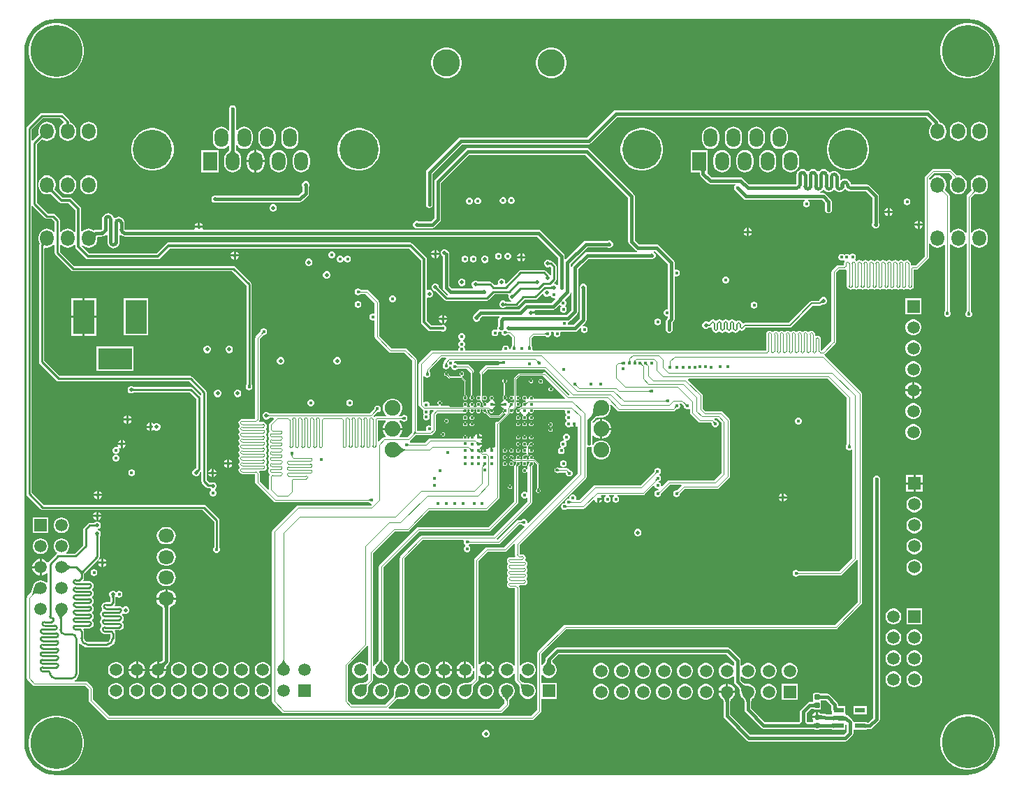
<source format=gbl>
G04*
G04 #@! TF.GenerationSoftware,Altium Limited,Altium Designer,21.3.2 (30)*
G04*
G04 Layer_Physical_Order=4*
G04 Layer_Color=16711680*
%FSTAX24Y24*%
%MOIN*%
G70*
G04*
G04 #@! TF.SameCoordinates,D8A3EA29-9EC9-40DC-B38B-D8388A14BA40*
G04*
G04*
G04 #@! TF.FilePolarity,Positive*
G04*
G01*
G75*
%ADD18C,0.0059*%
G04:AMPARAMS|DCode=29|XSize=23.6mil|YSize=23.6mil|CornerRadius=2.4mil|HoleSize=0mil|Usage=FLASHONLY|Rotation=180.000|XOffset=0mil|YOffset=0mil|HoleType=Round|Shape=RoundedRectangle|*
%AMROUNDEDRECTD29*
21,1,0.0236,0.0189,0,0,180.0*
21,1,0.0189,0.0236,0,0,180.0*
1,1,0.0047,-0.0094,0.0094*
1,1,0.0047,0.0094,0.0094*
1,1,0.0047,0.0094,-0.0094*
1,1,0.0047,-0.0094,-0.0094*
%
%ADD29ROUNDEDRECTD29*%
G04:AMPARAMS|DCode=31|XSize=19.7mil|YSize=23.6mil|CornerRadius=2mil|HoleSize=0mil|Usage=FLASHONLY|Rotation=0.000|XOffset=0mil|YOffset=0mil|HoleType=Round|Shape=RoundedRectangle|*
%AMROUNDEDRECTD31*
21,1,0.0197,0.0197,0,0,0.0*
21,1,0.0157,0.0236,0,0,0.0*
1,1,0.0039,0.0079,-0.0098*
1,1,0.0039,-0.0079,-0.0098*
1,1,0.0039,-0.0079,0.0098*
1,1,0.0039,0.0079,0.0098*
%
%ADD31ROUNDEDRECTD31*%
%ADD56R,0.0472X0.0236*%
%ADD134C,0.0087*%
%ADD135C,0.0047*%
%ADD136C,0.0157*%
%ADD139C,0.0118*%
%ADD142C,0.0598*%
%ADD143R,0.0598X0.0598*%
%ADD144R,0.0598X0.0598*%
%ADD145O,0.0650X0.0750*%
%ADD146C,0.0750*%
%ADD147R,0.1600X0.1000*%
%ADD148R,0.1000X0.1600*%
%ADD149R,0.0591X0.0591*%
%ADD150C,0.0591*%
%ADD151O,0.0750X0.0650*%
%ADD152C,0.1299*%
%ADD153O,0.0650X0.0900*%
%ADD154C,0.1874*%
%ADD155R,0.0650X0.0900*%
%ADD156C,0.0197*%
%ADD157C,0.0165*%
%ADD158C,0.0394*%
%ADD159C,0.2480*%
G36*
X058238Y050002D02*
X05847Y049947D01*
X058691Y049855D01*
X058894Y04973D01*
X059075Y049575D01*
X05923Y049394D01*
X059355Y049191D01*
X059447Y04897D01*
X059502Y048738D01*
X05952Y048508D01*
X059519Y0485D01*
X059519Y01715D01*
Y015646D01*
X059517Y015596D01*
D01*
X05952Y015547D01*
X059507Y015338D01*
X059465Y015131D01*
X059397Y01493D01*
X059303Y01474D01*
X059186Y014564D01*
X059046Y014404D01*
X058886Y014264D01*
X05871Y014147D01*
X05852Y014053D01*
X058319Y013985D01*
X058112Y013943D01*
X057992Y013936D01*
X057992Y013936D01*
Y013936D01*
X057942Y013931D01*
X01464Y013931D01*
X014647D01*
X01464Y013931D01*
X014592Y013933D01*
X014546Y01393D01*
X0145Y013926D01*
X014262Y013945D01*
X014029Y014001D01*
X013808Y014092D01*
X013604Y014217D01*
X013422Y014372D01*
X013267Y014554D01*
X013142Y014758D01*
X013051Y014979D01*
X012995Y015212D01*
X01298Y015395D01*
X012981Y0154D01*
X012981Y0485D01*
X012981Y0485D01*
X012983Y048549D01*
X012998Y048738D01*
X013053Y04897D01*
X013145Y049191D01*
X01327Y049394D01*
X013425Y049575D01*
X013606Y04973D01*
X013809Y049855D01*
X01403Y049947D01*
X014262Y050002D01*
X014472Y050019D01*
X058D01*
X058008Y05002D01*
X058238Y050002D01*
D02*
G37*
%LPC*%
G36*
X038196Y048648D02*
X038053D01*
X037912Y04862D01*
X037779Y048565D01*
X03766Y048485D01*
X037559Y048384D01*
X037479Y048264D01*
X037424Y048132D01*
X037396Y047991D01*
Y047848D01*
X037424Y047707D01*
X037479Y047574D01*
X037559Y047455D01*
X03766Y047354D01*
X037779Y047274D01*
X037912Y047219D01*
X038053Y047191D01*
X038196D01*
X038337Y047219D01*
X038469Y047274D01*
X038589Y047354D01*
X03869Y047455D01*
X03877Y047574D01*
X038825Y047707D01*
X038853Y047848D01*
Y047991D01*
X038825Y048132D01*
X03877Y048264D01*
X03869Y048384D01*
X038589Y048485D01*
X038469Y048565D01*
X038337Y04862D01*
X038196Y048648D01*
D02*
G37*
G36*
X033196D02*
X033053D01*
X032912Y04862D01*
X032779Y048565D01*
X03266Y048485D01*
X032559Y048384D01*
X032479Y048264D01*
X032424Y048132D01*
X032396Y047991D01*
Y047848D01*
X032424Y047707D01*
X032479Y047574D01*
X032559Y047455D01*
X03266Y047354D01*
X032779Y047274D01*
X032912Y047219D01*
X033053Y047191D01*
X033196D01*
X033337Y047219D01*
X033469Y047274D01*
X033589Y047354D01*
X03369Y047455D01*
X03377Y047574D01*
X033825Y047707D01*
X033853Y047848D01*
Y047991D01*
X033825Y048132D01*
X03377Y048264D01*
X03369Y048384D01*
X033589Y048485D01*
X033469Y048565D01*
X033337Y04862D01*
X033196Y048648D01*
D02*
G37*
G36*
X058104Y049819D02*
X057896D01*
X057691Y049786D01*
X057494Y049722D01*
X057309Y049628D01*
X057141Y049506D01*
X056994Y049359D01*
X056872Y049191D01*
X056778Y049006D01*
X056714Y048809D01*
X056681Y048604D01*
Y048396D01*
X056714Y048191D01*
X056778Y047994D01*
X056872Y047809D01*
X056994Y047641D01*
X057141Y047494D01*
X057309Y047372D01*
X057494Y047278D01*
X057691Y047214D01*
X057896Y047181D01*
X058104D01*
X058309Y047214D01*
X058506Y047278D01*
X058691Y047372D01*
X058859Y047494D01*
X059006Y047641D01*
X059128Y047809D01*
X059222Y047994D01*
X059286Y048191D01*
X059319Y048396D01*
Y048604D01*
X059286Y048809D01*
X059222Y049006D01*
X059128Y049191D01*
X059006Y049359D01*
X058859Y049506D01*
X058691Y049628D01*
X058506Y049722D01*
X058309Y049786D01*
X058104Y049819D01*
D02*
G37*
G36*
X014604D02*
X014396D01*
X014191Y049786D01*
X013994Y049722D01*
X013809Y049628D01*
X013641Y049506D01*
X013494Y049359D01*
X013372Y049191D01*
X013278Y049006D01*
X013214Y048809D01*
X013181Y048604D01*
Y048396D01*
X013214Y048191D01*
X013278Y047994D01*
X013372Y047809D01*
X013494Y047641D01*
X013641Y047494D01*
X013809Y047372D01*
X013994Y047278D01*
X014191Y047214D01*
X014396Y047181D01*
X014604D01*
X014809Y047214D01*
X015006Y047278D01*
X015191Y047372D01*
X015359Y047494D01*
X015506Y047641D01*
X015628Y047809D01*
X015722Y047994D01*
X015786Y048191D01*
X015819Y048396D01*
Y048604D01*
X015786Y048809D01*
X015722Y049006D01*
X015628Y049191D01*
X015506Y049359D01*
X015359Y049506D01*
X015191Y049628D01*
X015006Y049722D01*
X014809Y049786D01*
X014604Y049819D01*
D02*
G37*
G36*
X056085Y045661D02*
X056085Y045661D01*
X0412D01*
X0412Y045661D01*
X041139Y045648D01*
X041086Y045614D01*
X041086Y045614D01*
X039833Y044361D01*
X0338D01*
X033739Y044348D01*
X033686Y044314D01*
X033686Y044314D01*
X032186Y042814D01*
X032152Y042761D01*
X032139Y0427D01*
X032139Y0427D01*
Y041184D01*
X032139Y041182D01*
Y041118D01*
X032163Y041059D01*
X032209Y041013D01*
X032268Y040989D01*
X032332D01*
X032391Y041013D01*
X032437Y041059D01*
X032461Y041118D01*
Y041182D01*
X032461Y041184D01*
Y042633D01*
X033867Y044039D01*
X0399D01*
X0399Y044039D01*
X039961Y044052D01*
X040014Y044086D01*
X041267Y045339D01*
X056019D01*
X056292Y045066D01*
X056288Y045D01*
X056272Y044988D01*
X056207Y044904D01*
X056167Y044805D01*
X056153Y0447D01*
Y0446D01*
X056167Y044495D01*
X056207Y044396D01*
X056272Y044312D01*
X056356Y044247D01*
X056455Y044207D01*
X05656Y044193D01*
X056665Y044207D01*
X056764Y044247D01*
X056848Y044312D01*
X056913Y044396D01*
X056953Y044495D01*
X056967Y0446D01*
Y0447D01*
X056953Y044805D01*
X056913Y044904D01*
X056848Y044988D01*
X056764Y045053D01*
X056665Y045093D01*
X056644Y045102D01*
X056631Y045163D01*
X056597Y045215D01*
X056199Y045614D01*
X056146Y045648D01*
X056136Y04565D01*
X056085Y045661D01*
D02*
G37*
G36*
X02295Y045899D02*
X022886D01*
X022827Y045874D01*
X022781Y045829D01*
X022757Y04577D01*
Y045705D01*
X022763Y04569D01*
Y044719D01*
X022713Y044702D01*
X022666Y044763D01*
X022582Y044828D01*
X022484Y044868D01*
X022378Y044882D01*
X022273Y044868D01*
X022175Y044828D01*
X02209Y044763D01*
X022026Y044679D01*
X021985Y04458D01*
X021971Y044475D01*
Y044225D01*
X021985Y04412D01*
X022026Y044021D01*
X02209Y043937D01*
X022175Y043872D01*
X022273Y043832D01*
X022378Y043818D01*
X022484Y043832D01*
X022582Y043872D01*
X022666Y043937D01*
X022713Y043998D01*
X022763Y043981D01*
Y043785D01*
X022762Y043769D01*
X022759Y043746D01*
X022755Y043729D01*
X022753Y043723D01*
X02272Y04371D01*
X022636Y043645D01*
X022571Y04356D01*
X02253Y043462D01*
X022516Y043357D01*
Y043107D01*
X02253Y043001D01*
X022571Y042903D01*
X022636Y042819D01*
X02272Y042754D01*
X022818Y042714D01*
X022924Y0427D01*
X023029Y042714D01*
X023127Y042754D01*
X023212Y042819D01*
X023276Y042903D01*
X023317Y043001D01*
X023331Y043107D01*
Y043357D01*
X023317Y043462D01*
X023276Y04356D01*
X023212Y043645D01*
X023127Y04371D01*
X023094Y043723D01*
X023092Y043729D01*
X023089Y043745D01*
X023084Y043789D01*
Y043981D01*
X023134Y043998D01*
X023181Y043937D01*
X023265Y043872D01*
X023363Y043832D01*
X023469Y043818D01*
X023574Y043832D01*
X023672Y043872D01*
X023757Y043937D01*
X023822Y044021D01*
X023862Y04412D01*
X023876Y044225D01*
Y044475D01*
X023862Y04458D01*
X023822Y044679D01*
X023757Y044763D01*
X023672Y044828D01*
X023574Y044868D01*
X023469Y044882D01*
X023363Y044868D01*
X023265Y044828D01*
X023181Y044763D01*
X023134Y044702D01*
X023084Y044719D01*
Y04573D01*
X02308Y045752D01*
Y04577D01*
X023073Y045785D01*
X023072Y045791D01*
X023069Y045797D01*
X023055Y045829D01*
X02301Y045874D01*
X02295Y045899D01*
D02*
G37*
G36*
X05855Y045107D02*
X058445Y045093D01*
X058346Y045053D01*
X058262Y044988D01*
X058197Y044904D01*
X058157Y044805D01*
X058143Y0447D01*
Y0446D01*
X058157Y044495D01*
X058197Y044396D01*
X058262Y044312D01*
X058346Y044247D01*
X058445Y044207D01*
X05855Y044193D01*
X058655Y044207D01*
X058754Y044247D01*
X058838Y044312D01*
X058903Y044396D01*
X058943Y044495D01*
X058957Y0446D01*
Y0447D01*
X058943Y044805D01*
X058903Y044904D01*
X058838Y044988D01*
X058754Y045053D01*
X058655Y045093D01*
X05855Y045107D01*
D02*
G37*
G36*
X05754D02*
X057435Y045093D01*
X057336Y045053D01*
X057252Y044988D01*
X057187Y044904D01*
X057147Y044805D01*
X057133Y0447D01*
Y0446D01*
X057147Y044495D01*
X057187Y044396D01*
X057252Y044312D01*
X057336Y044247D01*
X057435Y044207D01*
X05754Y044193D01*
X057645Y044207D01*
X057744Y044247D01*
X057828Y044312D01*
X057893Y044396D01*
X057933Y044495D01*
X057947Y0446D01*
Y0447D01*
X057933Y044805D01*
X057893Y044904D01*
X057828Y044988D01*
X057744Y045053D01*
X057645Y045093D01*
X05754Y045107D01*
D02*
G37*
G36*
X01605D02*
X015945Y045093D01*
X015846Y045053D01*
X015762Y044988D01*
X015697Y044904D01*
X015657Y044805D01*
X015643Y0447D01*
Y0446D01*
X015657Y044495D01*
X015697Y044396D01*
X015762Y044312D01*
X015846Y044247D01*
X015945Y044207D01*
X01605Y044193D01*
X016155Y044207D01*
X016254Y044247D01*
X016338Y044312D01*
X016403Y044396D01*
X016443Y044495D01*
X016457Y0446D01*
Y0447D01*
X016443Y044805D01*
X016403Y044904D01*
X016338Y044988D01*
X016254Y045053D01*
X016155Y045093D01*
X01605Y045107D01*
D02*
G37*
G36*
X01475Y045524D02*
X0138D01*
X013752Y045515D01*
X013712Y045488D01*
X013112Y044888D01*
X013085Y044848D01*
X013076Y0448D01*
Y02735D01*
X013085Y027302D01*
X013112Y027262D01*
X013762Y026612D01*
X013802Y026585D01*
X01385Y026576D01*
X021498D01*
X02204Y026034D01*
Y024818D01*
X022013Y024791D01*
X021989Y024732D01*
Y024668D01*
X022013Y024609D01*
X022059Y024563D01*
X022118Y024539D01*
X022182D01*
X022241Y024563D01*
X022287Y024609D01*
X022311Y024668D01*
Y024732D01*
X022289Y024786D01*
X022289Y024793D01*
Y026086D01*
X022279Y026133D01*
X022252Y026174D01*
X021638Y026788D01*
X021598Y026815D01*
X02155Y026824D01*
X013902D01*
X013324Y027402D01*
Y041082D01*
X013325Y041082D01*
X013374Y0411D01*
X013962Y040512D01*
X014002Y040485D01*
X01405Y040476D01*
X014298D01*
X014426Y040348D01*
Y039869D01*
X014376Y039852D01*
X014348Y039888D01*
X014264Y039953D01*
X014165Y039993D01*
X01406Y040007D01*
X013955Y039993D01*
X013856Y039953D01*
X013772Y039888D01*
X013707Y039804D01*
X013667Y039705D01*
X013653Y0396D01*
Y0395D01*
X013667Y039395D01*
X013707Y039296D01*
X013718Y039282D01*
X013712Y039276D01*
X013685Y039236D01*
X013676Y039188D01*
Y033653D01*
X013685Y033605D01*
X013712Y033565D01*
X014515Y032762D01*
X014555Y032735D01*
X014603Y032726D01*
X020848D01*
X021426Y032148D01*
Y032068D01*
X021425Y032068D01*
X021376Y03205D01*
X021016Y03241D01*
X020975Y032437D01*
X020928Y032447D01*
X018212D01*
X01821Y032447D01*
X018207Y032448D01*
X018205Y032448D01*
X018204Y032449D01*
X018202Y03245D01*
X018197Y032454D01*
X018178Y032473D01*
X018113Y0325D01*
X018042D01*
X017977Y032473D01*
X017927Y032423D01*
X0179Y032358D01*
Y032287D01*
X017927Y032222D01*
X017977Y032172D01*
X018042Y032145D01*
X018113D01*
X018178Y032172D01*
X018197Y032191D01*
X018202Y032194D01*
X018204Y032196D01*
X018205Y032197D01*
X018207Y032197D01*
X01821Y032198D01*
X018212Y032198D01*
X020876D01*
X021176Y031898D01*
Y028573D01*
X021153Y02855D01*
X021145Y028544D01*
X021143Y028543D01*
X021141Y028541D01*
X021137D01*
X021072Y028514D01*
X021022Y028464D01*
X020995Y028399D01*
Y028329D01*
X021022Y028264D01*
X021072Y028214D01*
X021137Y028187D01*
X021208D01*
X021273Y028214D01*
X021323Y028264D01*
X02135Y028329D01*
Y028382D01*
X021376Y028403D01*
X021426Y028382D01*
Y02795D01*
X021435Y027902D01*
X021462Y027862D01*
X021662Y027662D01*
X021703Y027635D01*
X02175Y027625D01*
X021832D01*
X021878Y027579D01*
X021883Y027577D01*
X021888Y027555D01*
X021888Y02752D01*
X021849Y027482D01*
X021825Y027422D01*
Y027358D01*
X021849Y027299D01*
X021895Y027253D01*
X021954Y027229D01*
X022018D01*
X022077Y027253D01*
X022123Y027299D01*
X022147Y027358D01*
Y027422D01*
X022123Y027482D01*
X022077Y027527D01*
X022079Y027579D01*
X022129Y027628D01*
X022156Y027694D01*
Y027764D01*
X022129Y027829D01*
X022079Y027879D01*
X022014Y027906D01*
X021944D01*
X021878Y027879D01*
X021876Y027877D01*
X021868Y027875D01*
X021865Y027874D01*
X021861Y027874D01*
X021802D01*
X021674Y028002D01*
Y0322D01*
X021665Y032248D01*
X021638Y032288D01*
X020988Y032938D01*
X020948Y032965D01*
X0209Y032974D01*
X014654D01*
X013924Y033704D01*
Y039071D01*
X013974Y039104D01*
X01406Y039093D01*
X014165Y039107D01*
X014264Y039147D01*
X014348Y039212D01*
X014376Y039248D01*
X014426Y039231D01*
Y03885D01*
X014435Y038802D01*
X014462Y038762D01*
X015212Y038012D01*
X015252Y037985D01*
X0153Y037976D01*
X022898D01*
X023576Y037298D01*
Y032554D01*
X023576Y032554D01*
X023563Y032541D01*
X023539Y032482D01*
Y032418D01*
X023563Y032359D01*
X023609Y032313D01*
X023668Y032289D01*
X023732D01*
X023791Y032313D01*
X023837Y032359D01*
X023861Y032418D01*
Y032482D01*
X023837Y032541D01*
X023824Y032554D01*
X023824Y032554D01*
Y03735D01*
X023815Y037398D01*
X023788Y037438D01*
X023038Y038188D01*
X022998Y038215D01*
X02295Y038224D01*
X015352D01*
X014674Y038902D01*
Y039231D01*
X014724Y039248D01*
X014752Y039212D01*
X014836Y039147D01*
X014935Y039107D01*
X01504Y039093D01*
X015145Y039107D01*
X015244Y039147D01*
X015328Y039212D01*
X015359Y039253D01*
X015409Y039236D01*
Y03915D01*
X01542Y039096D01*
X015451Y039051D01*
X015901Y038601D01*
X015946Y03857D01*
X016Y03856D01*
X01935D01*
X019404Y03857D01*
X019449Y038601D01*
X019908Y03906D01*
X031342D01*
X03191Y038492D01*
Y03555D01*
X03192Y035496D01*
X031951Y035451D01*
X032251Y035151D01*
X032296Y03512D01*
X03235Y03511D01*
X032867D01*
X032918Y035089D01*
X032982D01*
X033041Y035113D01*
X033087Y035159D01*
X033111Y035218D01*
Y035282D01*
X033087Y035341D01*
X033041Y035387D01*
X032982Y035411D01*
X032918D01*
X032867Y035391D01*
X032408D01*
X03219Y035608D01*
Y036699D01*
X032241Y036733D01*
X032265Y036723D01*
X032335D01*
X0324Y03675D01*
X03245Y0368D01*
X032477Y036865D01*
Y036935D01*
X03245Y037D01*
X0324Y03705D01*
X032335Y037077D01*
X032265D01*
X032241Y037067D01*
X03219Y037101D01*
Y03855D01*
X03218Y038604D01*
X032149Y038649D01*
X031499Y039299D01*
X031454Y03933D01*
X0314Y039341D01*
X01985D01*
X019796Y03933D01*
X019751Y039299D01*
X019292Y03884D01*
X016058D01*
X015719Y03918D01*
X01572Y039185D01*
X015732Y039193D01*
X015775Y039202D01*
X015846Y039147D01*
X015945Y039107D01*
X01605Y039093D01*
X016155Y039107D01*
X016254Y039147D01*
X016338Y039212D01*
X016403Y039296D01*
X016443Y039395D01*
X016457Y0395D01*
Y0396D01*
X016457Y039602D01*
X01649Y039639D01*
X016688D01*
X016694Y039641D01*
X01677Y039651D01*
X016847Y039682D01*
X016887Y039713D01*
X016937Y039688D01*
Y039359D01*
X016939Y039349D01*
X016947Y039285D01*
X016976Y039216D01*
X017021Y039156D01*
X017081Y039111D01*
X01715Y039082D01*
X017224Y039073D01*
X017298Y039082D01*
X017367Y039111D01*
X017426Y039156D01*
X017471Y039216D01*
X0175Y039285D01*
X017508Y039349D01*
X01751Y039359D01*
Y039688D01*
X01756Y039713D01*
X0176Y039682D01*
X017677Y039651D01*
X017754Y039641D01*
X017759Y039639D01*
X037433D01*
X038439Y038633D01*
Y037326D01*
X038439Y037326D01*
X038389Y037311D01*
X03835Y03735D01*
X038285Y037377D01*
X038274D01*
X038253Y037427D01*
X038338Y037512D01*
X038365Y037552D01*
X038374Y0376D01*
Y0382D01*
X038365Y038248D01*
X038338Y038288D01*
X038188Y038438D01*
X038148Y038465D01*
X0381Y038474D01*
X03808D01*
X038076Y038475D01*
X038076Y038475D01*
X03805Y0385D01*
X037985Y038527D01*
X037915D01*
X03785Y0385D01*
X0378Y03845D01*
X037773Y038385D01*
Y038315D01*
X0378Y03825D01*
X03785Y0382D01*
X037915Y038173D01*
X037985D01*
X03805Y0382D01*
X038062Y038212D01*
X038126Y038148D01*
Y037808D01*
X03808Y037786D01*
X038044Y037809D01*
X038044Y037811D01*
X038017Y037851D01*
X037866Y038002D01*
X037826Y038029D01*
X037778Y038038D01*
X036664D01*
X036616Y038029D01*
X036576Y038002D01*
X035973Y037399D01*
X035953Y037406D01*
X035927Y037424D01*
Y037485D01*
X0359Y03755D01*
X03585Y0376D01*
X035785Y037627D01*
X035715D01*
X03565Y0376D01*
X0356Y03755D01*
X035573Y037485D01*
Y037415D01*
X03559Y037374D01*
X03556Y037324D01*
X035402D01*
X035289Y037438D01*
X035248Y037465D01*
X035201Y037474D01*
X034635D01*
X034633Y037475D01*
X03463Y037475D01*
X034627Y037476D01*
X034626Y037476D01*
X034625Y037478D01*
X034619Y037481D01*
X0346Y0375D01*
X034535Y037527D01*
X034465D01*
X0344Y0375D01*
X03435Y03745D01*
X034323Y037385D01*
Y037315D01*
X03435Y03725D01*
X034391Y037208D01*
X034381Y037168D01*
X034376Y037159D01*
X033369D01*
X033261Y037267D01*
Y0388D01*
X033248Y038861D01*
X033214Y038914D01*
X033177Y038938D01*
X033175Y038943D01*
X033125Y038993D01*
X03306Y03902D01*
X032989D01*
X032924Y038993D01*
X032874Y038943D01*
X032847Y038878D01*
Y038808D01*
X032874Y038743D01*
X032924Y038693D01*
X032939Y038686D01*
Y0372D01*
X032939Y0372D01*
X032952Y037139D01*
X032986Y037086D01*
X033186Y036886D01*
X033186Y036876D01*
X033174Y036834D01*
X033146Y03683D01*
X032766Y037209D01*
X032765Y037211D01*
X032764Y037214D01*
X032763Y037216D01*
X032762Y037217D01*
X032762Y037219D01*
X032761Y037225D01*
Y037252D01*
X032734Y037317D01*
X032684Y037367D01*
X032619Y037394D01*
X032548D01*
X032483Y037367D01*
X032433Y037317D01*
X032406Y037252D01*
Y037181D01*
X032433Y037116D01*
X032483Y037066D01*
X032548Y037039D01*
X032575D01*
X032581Y037038D01*
X032583Y037038D01*
X032584Y037037D01*
X032586Y037036D01*
X032589Y037035D01*
X03259Y037034D01*
X033015Y036609D01*
X033056Y036582D01*
X033103Y036572D01*
X035047D01*
X035094Y036582D01*
X035135Y036609D01*
X035402Y036876D01*
X03606D01*
X03609Y036826D01*
X036073Y036785D01*
Y036715D01*
X0361Y03665D01*
X03615Y0366D01*
X036215Y036573D01*
X036211Y036524D01*
X035964D01*
X035962Y036525D01*
X035959Y036525D01*
X035957Y036526D01*
X035956Y036526D01*
X035954Y036528D01*
X035949Y036531D01*
X03593Y03655D01*
X035865Y036577D01*
X035795D01*
X035729Y03655D01*
X03568Y0365D01*
X035653Y036435D01*
Y036365D01*
X03568Y0363D01*
X035729Y03625D01*
X035795Y036223D01*
X035865D01*
X03593Y03625D01*
X035949Y036269D01*
X035954Y036272D01*
X035956Y036274D01*
X035957Y036274D01*
X035959Y036275D01*
X035962Y036275D01*
X035964Y036276D01*
X036445D01*
X036492Y036285D01*
X036533Y036312D01*
X036846Y036626D01*
X037353D01*
X037401Y036635D01*
X037441Y036662D01*
X037677Y036898D01*
X037735Y036885D01*
X03775Y03685D01*
X0378Y0368D01*
X037865Y036773D01*
X037935D01*
X038Y0368D01*
X038039Y036838D01*
X038089Y036822D01*
Y036818D01*
X038113Y036759D01*
X038159Y036713D01*
X038218Y036689D01*
X038282D01*
X038297Y036695D01*
X038325Y036652D01*
X038133Y036461D01*
X03695D01*
X03695Y036461D01*
X036889Y036448D01*
X036836Y036414D01*
X036583Y036161D01*
X034762D01*
X0347Y036148D01*
X034648Y036114D01*
X034648Y036114D01*
X034444Y035909D01*
X034415Y035865D01*
X0344Y03585D01*
X034373Y035785D01*
Y035715D01*
X0344Y03565D01*
X03445Y0356D01*
X034515Y035573D01*
X034585D01*
X03465Y0356D01*
X0347Y03565D01*
X034727Y035715D01*
Y035738D01*
X034828Y035839D01*
X035648D01*
X035669Y035789D01*
X035626Y035747D01*
X035592Y035695D01*
X035579Y035633D01*
X035579Y035633D01*
Y035345D01*
X035555Y035287D01*
Y035216D01*
X035556Y035214D01*
X035551Y035206D01*
X035516Y03518D01*
X035468Y0352D01*
X035404D01*
X035345Y035175D01*
X035299Y03513D01*
X035275Y035071D01*
Y035006D01*
X035299Y034947D01*
X035345Y034902D01*
X035404Y034877D01*
X035468D01*
X035528Y034902D01*
X035573Y034947D01*
X035598Y035006D01*
Y035066D01*
X03561Y035079D01*
X035641Y035098D01*
X035697Y035074D01*
X035739D01*
Y035016D01*
X035763Y034957D01*
X035809Y034911D01*
X035868Y034887D01*
X035932D01*
X035991Y034911D01*
X036009Y034929D01*
X036015Y034932D01*
X03602Y034937D01*
X036023Y03494D01*
X036025Y034942D01*
X036027Y034943D01*
X036029Y034944D01*
X036109D01*
X036246Y034807D01*
Y03441D01*
X036245Y034409D01*
X036243Y034407D01*
X036241Y034404D01*
X036236Y0344D01*
X036232Y034393D01*
X036208Y03437D01*
X036184Y034311D01*
Y034246D01*
X036152Y034239D01*
X03611Y034283D01*
Y034311D01*
X036085Y03437D01*
X03604Y034415D01*
X035981Y03444D01*
X035916D01*
X035857Y034415D01*
X035812Y03437D01*
X035787Y034311D01*
Y034246D01*
X035787Y034246D01*
X03576Y034204D01*
X034021D01*
X034015Y034214D01*
Y034278D01*
X033991Y034337D01*
X033953Y034375D01*
X033987Y034409D01*
X034011Y034468D01*
Y034532D01*
X033987Y034591D01*
X033941Y034637D01*
X033915Y034648D01*
Y034702D01*
X033941Y034713D01*
X033987Y034759D01*
X034011Y034818D01*
Y034882D01*
X033987Y034941D01*
X033941Y034987D01*
X033882Y035011D01*
X033818D01*
X033759Y034987D01*
X033713Y034941D01*
X033689Y034882D01*
Y034818D01*
X033713Y034759D01*
X033759Y034713D01*
X033785Y034702D01*
Y034648D01*
X033759Y034637D01*
X033713Y034591D01*
X033689Y034532D01*
Y034468D01*
X033713Y034409D01*
X033751Y034371D01*
X033717Y034337D01*
X033692Y034278D01*
Y034214D01*
X033686Y034204D01*
X03245D01*
X03241Y034196D01*
X032376Y034174D01*
X032376Y034174D01*
X031826Y033624D01*
X031804Y03359D01*
X031796Y03355D01*
X031796Y03355D01*
Y0316D01*
X031796Y0316D01*
X031804Y03156D01*
X031826Y031526D01*
X031976Y031376D01*
X03201Y031354D01*
X03202Y031335D01*
X032004Y031297D01*
Y031233D01*
X032029Y031173D01*
X032054Y031148D01*
X032026Y03112D01*
X032002Y031061D01*
Y030997D01*
X032026Y030937D01*
X032072Y030892D01*
X032131Y030867D01*
X032195D01*
X032254Y030892D01*
X0323Y030937D01*
X032324Y030997D01*
Y031061D01*
X0323Y03112D01*
X032275Y031145D01*
X032303Y031173D01*
X032327Y031233D01*
Y031297D01*
X032324Y031304D01*
X032352Y031346D01*
X032483D01*
X032502Y031299D01*
X032426Y031224D01*
X032404Y03119D01*
X032396Y03115D01*
X032396Y03115D01*
Y030639D01*
X032346Y030606D01*
X032332Y030611D01*
X032268D01*
X032209Y030587D01*
X032163Y030541D01*
X032139Y030482D01*
Y030418D01*
X032144Y030404D01*
X032111Y030354D01*
X031704D01*
Y03375D01*
X031696Y03379D01*
X031674Y033824D01*
X031224Y034274D01*
X03119Y034296D01*
X03115Y034304D01*
X03115Y034304D01*
X030493D01*
X029904Y034893D01*
Y0365D01*
X029904Y0365D01*
X029896Y03654D01*
X029874Y036574D01*
X029874Y036574D01*
X029374Y037074D01*
X02934Y037096D01*
X0293Y037104D01*
X0293Y037104D01*
X029029D01*
X029027Y037105D01*
X029025Y037106D01*
X029023Y037108D01*
X02902Y037111D01*
X029015Y037116D01*
X029009Y03712D01*
X028991Y037137D01*
X028932Y037161D01*
X028868D01*
X028809Y037137D01*
X028763Y037091D01*
X028739Y037032D01*
Y036968D01*
X028763Y036909D01*
X028809Y036863D01*
X028868Y036839D01*
X028932D01*
X028991Y036863D01*
X029009Y03688D01*
X029015Y036884D01*
X02902Y036889D01*
X029023Y036892D01*
X029025Y036894D01*
X029027Y036895D01*
X029029Y036896D01*
X029257D01*
X029696Y036457D01*
Y035989D01*
X029646Y035956D01*
X029632Y035961D01*
X029568D01*
X029509Y035937D01*
X029463Y035891D01*
X029439Y035832D01*
Y035768D01*
X029463Y035709D01*
X029509Y035663D01*
X029568Y035639D01*
X029632D01*
X029646Y035644D01*
X029696Y035611D01*
Y03485D01*
X029696Y03485D01*
X029704Y03481D01*
X029726Y034776D01*
X030376Y034126D01*
X030376Y034126D01*
X03041Y034104D01*
X03045Y034096D01*
X03045Y034096D01*
X031107D01*
X031496Y033707D01*
Y030301D01*
X031496Y030301D01*
X031495Y030298D01*
X031495Y030296D01*
X031494Y030294D01*
X031493Y030292D01*
X031492Y03029D01*
X03149Y030288D01*
X03149Y030288D01*
X031257Y030054D01*
X030897D01*
X030876Y030104D01*
X03093Y030158D01*
X030993Y030267D01*
X031025Y030387D01*
Y0304D01*
X03055D01*
X030075D01*
Y030387D01*
X030107Y030267D01*
X03017Y030158D01*
X030224Y030104D01*
X030203Y030054D01*
X03015D01*
X03011Y030046D01*
X030076Y030024D01*
X030076Y030024D01*
X029896Y029843D01*
X02985Y029863D01*
Y030846D01*
X030203D01*
X030224Y030796D01*
X03017Y030742D01*
X030107Y030633D01*
X030075Y030513D01*
Y0305D01*
X03055D01*
X031025D01*
Y030513D01*
X030993Y030633D01*
X03093Y030742D01*
X030876Y030796D01*
X030897Y030846D01*
X030971D01*
X030973Y030845D01*
X030975Y030844D01*
X030977Y030842D01*
X03098Y030839D01*
X030985Y030834D01*
X030991Y03083D01*
X031009Y030813D01*
X031068Y030789D01*
X031132D01*
X031191Y030813D01*
X031237Y030859D01*
X031261Y030918D01*
Y030982D01*
X031237Y031041D01*
X031191Y031087D01*
X031132Y031111D01*
X031068D01*
X031009Y031087D01*
X030991Y03107D01*
X030985Y031066D01*
X03098Y031061D01*
X030977Y031058D01*
X030975Y031056D01*
X030973Y031055D01*
X030971Y031054D01*
X030867D01*
X030846Y031104D01*
X030913Y031171D01*
X030973Y031275D01*
X031004Y03139D01*
Y03151D01*
X030973Y031625D01*
X030913Y031729D01*
X030829Y031813D01*
X030725Y031873D01*
X03061Y031904D01*
X03049D01*
X030375Y031873D01*
X030271Y031813D01*
X030187Y031729D01*
X030127Y031625D01*
X030096Y03151D01*
Y03139D01*
X030127Y031275D01*
X030187Y031171D01*
X030254Y031104D01*
X030233Y031054D01*
X029816D01*
Y031056D01*
X029749Y031042D01*
X029698Y031008D01*
X029657Y031035D01*
X029653Y031083D01*
X029813Y031244D01*
X029815Y031245D01*
X029817Y031245D01*
X02982Y031246D01*
X029824Y031246D01*
X029831Y031246D01*
X029838Y031248D01*
X029863D01*
X029922Y031272D01*
X029967Y031317D01*
X029992Y031377D01*
Y031441D01*
X029967Y0315D01*
X029922Y031546D01*
X029863Y03157D01*
X029798D01*
X029739Y031546D01*
X029694Y0315D01*
X029669Y031441D01*
Y031417D01*
X029668Y03141D01*
X029667Y031403D01*
X029667Y031399D01*
X029667Y031395D01*
X029666Y031393D01*
X029666Y031392D01*
X02946Y031186D01*
X024673D01*
X024672Y031186D01*
X02467Y031187D01*
X024667Y031189D01*
X024664Y031191D01*
X024651Y031201D01*
X024645Y031208D01*
X024639Y031212D01*
X024619Y031232D01*
X024554Y031259D01*
X024483D01*
X024418Y031232D01*
X024368Y031182D01*
X024341Y031117D01*
Y031046D01*
X024368Y030981D01*
X024418Y030931D01*
X024483Y030904D01*
X024554D01*
X024619Y030931D01*
X024639Y030951D01*
X024645Y030955D01*
X024652Y030962D01*
X024658Y030967D01*
X024663Y030971D01*
X024667Y030974D01*
X02467Y030976D01*
X024672Y030977D01*
X024673Y030977D01*
X024864D01*
X024883Y030931D01*
X024676Y030724D01*
X024654Y03069D01*
X024646Y03065D01*
X024646Y03065D01*
Y030433D01*
X024644D01*
X024658Y030365D01*
X024673Y030343D01*
X024662Y030275D01*
X024661Y030275D01*
X024622Y030217D01*
X024609Y03015D01*
X024622Y030082D01*
X024649Y030043D01*
X024657Y030008D01*
X024649Y029973D01*
X024622Y029934D01*
X024609Y029866D01*
X024622Y029799D01*
X024649Y02976D01*
X024657Y029724D01*
X024649Y029689D01*
X024622Y02965D01*
X024609Y029583D01*
X024622Y029515D01*
X024649Y029476D01*
X024657Y029441D01*
X024649Y029406D01*
X024622Y029367D01*
X024609Y029299D01*
X024622Y029232D01*
X024649Y029193D01*
X024657Y029157D01*
X024649Y029122D01*
X024622Y029083D01*
X024609Y029016D01*
X024622Y028948D01*
X024649Y028909D01*
X024657Y028874D01*
X024649Y028839D01*
X024622Y0288D01*
X024609Y028732D01*
X024622Y028665D01*
X024649Y028626D01*
X024657Y028591D01*
X024649Y028555D01*
X024622Y028516D01*
X024609Y028449D01*
X024622Y028381D01*
X024661Y028324D01*
X024662Y028323D01*
X024673Y028256D01*
X024658Y028233D01*
X024644Y028165D01*
X024646D01*
Y028D01*
Y027573D01*
X024596Y027552D01*
X024204Y027943D01*
Y028335D01*
X024206D01*
X024194Y028393D01*
X024221Y028443D01*
X024373D01*
Y028442D01*
X02444Y028455D01*
X024498Y028493D01*
X024536Y028551D01*
X024549Y028618D01*
X024536Y028686D01*
X02451Y028725D01*
X024502Y02876D01*
X02451Y028795D01*
X024536Y028834D01*
X024549Y028902D01*
X024536Y028969D01*
X02451Y029008D01*
X024502Y029043D01*
X02451Y029079D01*
X024536Y029118D01*
X024549Y029185D01*
X024536Y029253D01*
X02451Y029292D01*
X024502Y029327D01*
X02451Y029362D01*
X024536Y029401D01*
X024549Y029469D01*
X024536Y029536D01*
X02451Y029575D01*
X024502Y02961D01*
X02451Y029645D01*
X024536Y029684D01*
X024549Y029752D01*
X024536Y02982D01*
X02451Y029859D01*
X024502Y029894D01*
X02451Y029929D01*
X024536Y029968D01*
X024549Y030036D01*
X024536Y030103D01*
X02451Y030142D01*
X024502Y030177D01*
X02451Y030212D01*
X024536Y030251D01*
X024549Y030319D01*
X024536Y030387D01*
X02451Y030426D01*
X024502Y030461D01*
X02451Y030496D01*
X024536Y030535D01*
X024549Y030602D01*
X024536Y03067D01*
X024498Y030727D01*
X02444Y030766D01*
X024373Y030779D01*
Y030778D01*
X024221D01*
X024194Y030828D01*
X024206Y030886D01*
X024204D01*
Y03102D01*
Y034757D01*
X024383Y034935D01*
X024384Y034936D01*
X024387Y034936D01*
X02439Y034937D01*
X024394Y034937D01*
X024401Y034937D01*
X024408Y034939D01*
X024432D01*
X024491Y034963D01*
X024537Y035009D01*
X024561Y035068D01*
Y035132D01*
X024537Y035191D01*
X024491Y035237D01*
X024432Y035261D01*
X024368D01*
X024309Y035237D01*
X024263Y035191D01*
X024239Y035132D01*
Y035108D01*
X024237Y035101D01*
X024237Y035094D01*
X024237Y03509D01*
X024236Y035087D01*
X024236Y035084D01*
X024235Y035083D01*
X024026Y034874D01*
X024004Y03484D01*
X023996Y0348D01*
X023996Y0348D01*
Y03102D01*
Y030919D01*
X023372D01*
Y030921D01*
X023304Y030907D01*
X023247Y030869D01*
X023209Y030812D01*
X023195Y030744D01*
X023209Y030677D01*
X023235Y030638D01*
X023243Y030602D01*
X023235Y030567D01*
X023209Y030528D01*
X023195Y030461D01*
X023209Y030393D01*
X023235Y030354D01*
X023243Y030319D01*
X023235Y030284D01*
X023209Y030245D01*
X023195Y030177D01*
X023209Y03011D01*
X023235Y030071D01*
X023243Y030036D01*
X023235Y03D01*
X023209Y029961D01*
X023195Y029894D01*
X023209Y029826D01*
X023235Y029787D01*
X023243Y029752D01*
X023235Y029717D01*
X023209Y029678D01*
X023195Y02961D01*
X023209Y029543D01*
X023235Y029504D01*
X023243Y029469D01*
X023235Y029433D01*
X023209Y029394D01*
X023195Y029327D01*
X023209Y029259D01*
X023235Y02922D01*
X023243Y029185D01*
X023235Y02915D01*
X023209Y029111D01*
X023195Y029043D01*
X023209Y028976D01*
X023235Y028937D01*
X023243Y028902D01*
X023235Y028867D01*
X023209Y028828D01*
X023195Y02876D01*
X023209Y028692D01*
X023235Y028653D01*
X023243Y028618D01*
X023235Y028583D01*
X023209Y028544D01*
X023195Y028476D01*
X023209Y028409D01*
X023247Y028352D01*
X023304Y028313D01*
X023372Y0283D01*
Y028301D01*
X023996D01*
Y0279D01*
X023996Y0279D01*
X024004Y02786D01*
X024026Y027826D01*
X024876Y026976D01*
X024876Y026976D01*
X02491Y026954D01*
X02495Y026946D01*
X02495Y026946D01*
X029421D01*
X029423Y026945D01*
X029425Y026944D01*
X029427Y026942D01*
X02943Y026939D01*
X029435Y026934D01*
X029441Y02693D01*
X029459Y026913D01*
X029518Y026889D01*
X02952D01*
X029541Y026839D01*
X029507Y026804D01*
X02605D01*
X02605Y026804D01*
X02601Y026796D01*
X025976Y026774D01*
X025976Y026774D01*
X024826Y025624D01*
X024804Y02559D01*
X024796Y02555D01*
X024796Y02555D01*
Y01745D01*
X024796Y01745D01*
X024804Y01741D01*
X024826Y017376D01*
X025276Y016926D01*
X02531Y016904D01*
X02535Y016896D01*
X0357D01*
X0357Y016896D01*
X03574Y016904D01*
X035774Y016926D01*
X036074Y017226D01*
X036096Y01726D01*
X036104Y0173D01*
Y017472D01*
X036105Y017474D01*
X036107Y017482D01*
X036112Y017495D01*
X036122Y017512D01*
X036136Y017533D01*
X036153Y017556D01*
X036233Y017646D01*
X036266Y01768D01*
X036271Y017686D01*
X036302Y017718D01*
X036352Y017804D01*
X036378Y0179D01*
Y018D01*
X036352Y018096D01*
X036302Y018182D01*
X036232Y018252D01*
X036146Y018302D01*
X03605Y018328D01*
X03595D01*
X035854Y018302D01*
X035768Y018252D01*
X035698Y018182D01*
X035648Y018096D01*
X035622Y018D01*
Y0179D01*
X035648Y017804D01*
X035698Y017718D01*
X035729Y017686D01*
X035733Y01768D01*
X035798Y017613D01*
X035847Y017556D01*
X035864Y017533D01*
X035878Y017512D01*
X035888Y017495D01*
X035893Y017482D01*
X035895Y017474D01*
X035896Y017472D01*
Y017343D01*
X035657Y017104D01*
X030373D01*
X030352Y017154D01*
X030736Y017538D01*
X030737Y01754D01*
X030744Y017543D01*
X030758Y017549D01*
X030777Y017554D01*
X030801Y017559D01*
X030829Y017563D01*
X030949Y01757D01*
X030997Y017571D01*
X030997Y017571D01*
X030997Y017571D01*
X030997D01*
X031005Y017572D01*
X03105D01*
X031146Y017598D01*
X031232Y017648D01*
X031302Y017718D01*
X031352Y017804D01*
X031378Y0179D01*
Y018D01*
X031352Y018096D01*
X031302Y018182D01*
X031232Y018252D01*
X031146Y018302D01*
X03105Y018328D01*
X03095D01*
X030854Y018302D01*
X030768Y018252D01*
X030698Y018182D01*
X030648Y018096D01*
X030622Y018D01*
Y017955D01*
X030621Y017948D01*
X030619Y017855D01*
X030613Y01778D01*
X030609Y017751D01*
X030604Y017727D01*
X030599Y017708D01*
X030593Y017694D01*
X03059Y017687D01*
X030588Y017686D01*
X030207Y017304D01*
X028593D01*
X028404Y017493D01*
Y019157D01*
X029324Y020076D01*
X029346Y02011D01*
X029396Y020101D01*
Y01912D01*
X029346Y019107D01*
X029302Y019182D01*
X029232Y019252D01*
X029146Y019302D01*
X02905Y019328D01*
X02895D01*
X028854Y019302D01*
X028768Y019252D01*
X028698Y019182D01*
X028648Y019096D01*
X028622Y019D01*
Y0189D01*
X028648Y018804D01*
X028698Y018718D01*
X028768Y018648D01*
X028854Y018598D01*
X02895Y018572D01*
X02905D01*
X029146Y018598D01*
X029232Y018648D01*
X029302Y018718D01*
X029346Y018793D01*
X029396Y01878D01*
Y018493D01*
X029264Y018362D01*
X029263Y01836D01*
X029256Y018357D01*
X029242Y018351D01*
X029223Y018346D01*
X029199Y018341D01*
X029171Y018337D01*
X029051Y01833D01*
X029003Y018329D01*
X029003Y018329D01*
X029003Y018329D01*
X029003D01*
X028995Y018328D01*
X02895D01*
X028854Y018302D01*
X028768Y018252D01*
X028698Y018182D01*
X028648Y018096D01*
X028622Y018D01*
Y0179D01*
X028648Y017804D01*
X028698Y017718D01*
X028768Y017648D01*
X028854Y017598D01*
X02895Y017572D01*
X02905D01*
X029146Y017598D01*
X029232Y017648D01*
X029302Y017718D01*
X029352Y017804D01*
X029378Y0179D01*
Y017945D01*
X029379Y017952D01*
X029381Y018045D01*
X029387Y01812D01*
X029391Y018149D01*
X029396Y018173D01*
X029401Y018192D01*
X029407Y018206D01*
X02941Y018213D01*
X029412Y018214D01*
X029574Y018376D01*
X029574Y018376D01*
X029596Y01841D01*
X029604Y01845D01*
X029604Y01845D01*
Y01878D01*
X029654Y018793D01*
X029698Y018718D01*
X029768Y018648D01*
X029854Y018598D01*
X02995Y018572D01*
X03005D01*
X030146Y018598D01*
X030232Y018648D01*
X030302Y018718D01*
X030352Y018804D01*
X030378Y0189D01*
Y019D01*
X030352Y019096D01*
X030302Y019182D01*
X030271Y019214D01*
X030267Y01922D01*
X030202Y019287D01*
X030153Y019344D01*
X030136Y019367D01*
X030122Y019388D01*
X030112Y019405D01*
X030107Y019418D01*
X030105Y019426D01*
X030104Y019428D01*
Y023837D01*
X031813Y025546D01*
X03515D01*
X03515Y025546D01*
X03519Y025554D01*
X035224Y025576D01*
X036524Y026876D01*
X036524Y026876D01*
X036546Y02691D01*
X036554Y02695D01*
X036554Y02695D01*
Y028665D01*
X036551Y028682D01*
X036559Y028686D01*
X036568Y028688D01*
X036571Y028691D01*
X036595Y028701D01*
X036624Y02873D01*
X03664Y028767D01*
Y028808D01*
X036624Y028846D01*
X036617Y028853D01*
X036638Y028903D01*
X036752D01*
X036773Y028853D01*
X036766Y028846D01*
X03675Y028808D01*
Y028767D01*
X036766Y02873D01*
X036794Y028701D01*
X036832Y028685D01*
X036873D01*
X03691Y028701D01*
X036939Y02873D01*
X036955Y028767D01*
Y028808D01*
X036939Y028846D01*
X036932Y028853D01*
X036953Y028903D01*
X037067D01*
X037088Y028853D01*
X037081Y028846D01*
X037065Y028808D01*
Y028783D01*
X03706Y028782D01*
X037026Y028759D01*
X037004Y028725D01*
X036996Y028685D01*
Y028514D01*
X036946Y028504D01*
X036934Y028531D01*
X036906Y02856D01*
X036868Y028576D01*
X036827D01*
X03679Y02856D01*
X036761Y028531D01*
X036745Y028494D01*
Y028453D01*
X036761Y028415D01*
X03679Y028387D01*
X036827Y028371D01*
X036868D01*
X036906Y028387D01*
X036934Y028415D01*
X036946Y028442D01*
X036996Y028433D01*
Y027453D01*
X036946Y027433D01*
X036941Y027437D01*
X036882Y027461D01*
X036818D01*
X036759Y027437D01*
X036713Y027391D01*
X036689Y027332D01*
Y027268D01*
X036713Y027209D01*
X036759Y027163D01*
X036818Y027139D01*
X036882D01*
X036941Y027163D01*
X036946Y027167D01*
X036996Y027147D01*
Y026993D01*
X035357Y025354D01*
X03195D01*
X03195Y025354D01*
X03191Y025346D01*
X031876Y025324D01*
X030926Y024374D01*
X030904Y02434D01*
X030896Y0243D01*
X030896Y0243D01*
Y019428D01*
X030895Y019426D01*
X030893Y019418D01*
X030888Y019405D01*
X030878Y019388D01*
X030864Y019367D01*
X030847Y019344D01*
X030767Y019254D01*
X030734Y01922D01*
X030729Y019214D01*
X030698Y019182D01*
X030648Y019096D01*
X030622Y019D01*
Y0189D01*
X030648Y018804D01*
X030698Y018718D01*
X030768Y018648D01*
X030854Y018598D01*
X03095Y018572D01*
X03105D01*
X031146Y018598D01*
X031232Y018648D01*
X031302Y018718D01*
X031352Y018804D01*
X031378Y0189D01*
Y019D01*
X031352Y019096D01*
X031302Y019182D01*
X031271Y019214D01*
X031267Y01922D01*
X031202Y019287D01*
X031153Y019344D01*
X031136Y019367D01*
X031122Y019388D01*
X031112Y019405D01*
X031107Y019418D01*
X031105Y019426D01*
X031104Y019428D01*
Y024257D01*
X031993Y025146D01*
X033911D01*
X033944Y025096D01*
X033939Y025082D01*
Y025018D01*
X033963Y024959D01*
X034004Y024918D01*
X034008Y024896D01*
X034005Y02486D01*
X033967Y024822D01*
X033942Y024763D01*
Y024699D01*
X033967Y024639D01*
X034012Y024594D01*
X034072Y024569D01*
X034136D01*
X034195Y024594D01*
X034241Y024639D01*
X034265Y024699D01*
Y024763D01*
X034241Y024822D01*
X0342Y024863D01*
X034197Y024883D01*
X034197Y024888D01*
X034199Y02492D01*
X034209Y02493D01*
X034215Y024934D01*
X03422Y024939D01*
X034223Y024942D01*
X034225Y024944D01*
X034227Y024945D01*
X034229Y024946D01*
X0356D01*
X0356Y024946D01*
X03564Y024954D01*
X035674Y024976D01*
X036584Y025886D01*
X036689D01*
X03669Y025885D01*
X036692Y025884D01*
X036695Y025882D01*
X036698Y02588D01*
X036703Y025875D01*
X036709Y025871D01*
X036726Y025853D01*
X036786Y025829D01*
X036824D01*
X036845Y025779D01*
X03587Y024804D01*
X03505D01*
X03505Y024804D01*
X03501Y024796D01*
X034976Y024774D01*
X034976Y024774D01*
X034476Y024274D01*
X034454Y02424D01*
X034446Y0242D01*
X034446Y0242D01*
Y019023D01*
X034396Y019016D01*
X034372Y019104D01*
X034319Y019195D01*
X034245Y019269D01*
X034154Y019322D01*
X034053Y019349D01*
X03405D01*
Y01895D01*
Y018551D01*
X034053D01*
X034154Y018578D01*
X034245Y018631D01*
X034319Y018705D01*
X034372Y018796D01*
X034396Y018884D01*
X034446Y018878D01*
Y018543D01*
X034264Y018362D01*
X034263Y01836D01*
X034256Y018357D01*
X034242Y018351D01*
X034223Y018346D01*
X034199Y018341D01*
X034171Y018337D01*
X034051Y01833D01*
X034003Y018329D01*
X034003Y018329D01*
X034003Y018329D01*
X034003D01*
X033995Y018328D01*
X03395D01*
X033854Y018302D01*
X033768Y018252D01*
X033698Y018182D01*
X033648Y018096D01*
X033622Y018D01*
Y0179D01*
X033648Y017804D01*
X033698Y017718D01*
X033768Y017648D01*
X033854Y017598D01*
X03395Y017572D01*
X03405D01*
X034146Y017598D01*
X034232Y017648D01*
X034302Y017718D01*
X034352Y017804D01*
X034378Y0179D01*
Y017945D01*
X034379Y017952D01*
X034381Y018045D01*
X034387Y01812D01*
X034391Y018149D01*
X034396Y018173D01*
X034401Y018192D01*
X034407Y018206D01*
X03441Y018213D01*
X034412Y018214D01*
X034624Y018426D01*
X034624Y018426D01*
X034646Y01846D01*
X034654Y0185D01*
Y01866D01*
X034704Y018681D01*
X034755Y018631D01*
X034846Y018578D01*
X034947Y018551D01*
X03495D01*
Y01895D01*
Y019349D01*
X034947D01*
X034846Y019322D01*
X034755Y019269D01*
X034704Y019219D01*
X034654Y01924D01*
Y024157D01*
X035093Y024596D01*
X035913D01*
X035913Y024596D01*
X035953Y024604D01*
X035987Y024626D01*
X036353Y024992D01*
X036399Y024968D01*
X036396Y02495D01*
X036396Y02495D01*
Y024712D01*
Y024438D01*
X036394D01*
X036406Y02438D01*
X036379Y02433D01*
X036177D01*
Y024331D01*
X03611Y024318D01*
X036052Y024279D01*
X036014Y024222D01*
X036001Y024154D01*
X036014Y024087D01*
X03604Y024048D01*
X036048Y024013D01*
X03604Y023977D01*
X036014Y023938D01*
X036001Y023871D01*
X036014Y023803D01*
X03604Y023764D01*
X036048Y023729D01*
X03604Y023694D01*
X036014Y023655D01*
X036001Y023587D01*
X036014Y02352D01*
X03604Y023481D01*
X036048Y023446D01*
X03604Y023411D01*
X036014Y023372D01*
X036001Y023304D01*
X036014Y023236D01*
X03604Y023197D01*
X036048Y023162D01*
X03604Y023127D01*
X036014Y023088D01*
X036001Y02302D01*
X036014Y022953D01*
X036052Y022896D01*
X03611Y022857D01*
X036177Y022844D01*
Y022845D01*
X036396D01*
Y01912D01*
X036346Y019107D01*
X036302Y019182D01*
X036232Y019252D01*
X036146Y019302D01*
X03605Y019328D01*
X03595D01*
X035854Y019302D01*
X035768Y019252D01*
X035698Y019182D01*
X035648Y019096D01*
X035622Y019D01*
Y0189D01*
X035648Y018804D01*
X035698Y018718D01*
X035768Y018648D01*
X035854Y018598D01*
X03595Y018572D01*
X03605D01*
X036146Y018598D01*
X036232Y018648D01*
X036302Y018718D01*
X036346Y018793D01*
X036396Y01878D01*
Y01845D01*
X036396Y01845D01*
X036404Y01841D01*
X036426Y018376D01*
X036588Y018214D01*
X03659Y018213D01*
X036593Y018206D01*
X036599Y018192D01*
X036604Y018173D01*
X036609Y018149D01*
X036613Y018121D01*
X03662Y018001D01*
X036621Y017953D01*
X036621Y017953D01*
X036621Y017953D01*
Y017953D01*
X036622Y017945D01*
Y0179D01*
X036648Y017804D01*
X036698Y017718D01*
X036768Y017648D01*
X036854Y017598D01*
X03695Y017572D01*
X03705D01*
X037146Y017598D01*
X037232Y017648D01*
X037302Y017718D01*
X037352Y017804D01*
X037378Y0179D01*
Y018D01*
X037352Y018096D01*
X037302Y018182D01*
X037232Y018252D01*
X037146Y018302D01*
X03705Y018328D01*
X037005D01*
X036998Y018329D01*
X036905Y018331D01*
X03683Y018337D01*
X036801Y018341D01*
X036777Y018346D01*
X036758Y018351D01*
X036744Y018357D01*
X036737Y01836D01*
X036736Y018362D01*
X036604Y018493D01*
Y01878D01*
X036654Y018793D01*
X036698Y018718D01*
X036768Y018648D01*
X036854Y018598D01*
X03695Y018572D01*
X03705D01*
X037146Y018598D01*
X037232Y018648D01*
X037302Y018718D01*
X037352Y018804D01*
X037378Y0189D01*
Y019D01*
X037352Y019096D01*
X037302Y019182D01*
X037232Y019252D01*
X037146Y019302D01*
X03705Y019328D01*
X03695D01*
X036854Y019302D01*
X036768Y019252D01*
X036698Y019182D01*
X036654Y019107D01*
X036604Y01912D01*
Y022855D01*
Y022879D01*
X036606D01*
X036594Y022937D01*
X036621Y022987D01*
X036823D01*
Y022986D01*
X03689Y022999D01*
X036948Y023037D01*
X036986Y023095D01*
X036999Y023162D01*
X036986Y02323D01*
X03696Y023269D01*
X036952Y023304D01*
X03696Y023339D01*
X036986Y023378D01*
X036999Y023446D01*
X036986Y023513D01*
X03696Y023552D01*
X036952Y023587D01*
X03696Y023623D01*
X036986Y023662D01*
X036999Y023729D01*
X036986Y023797D01*
X03696Y023836D01*
X036952Y023871D01*
X03696Y023906D01*
X036986Y023945D01*
X036999Y024013D01*
X036986Y02408D01*
X036948Y024137D01*
X03689Y024176D01*
X036876Y024211D01*
X036887Y024228D01*
X0369Y024296D01*
X036887Y024364D01*
X036849Y024421D01*
X036791Y024459D01*
X036724Y024473D01*
Y024471D01*
X036604D01*
Y024907D01*
X039774Y028076D01*
X039774Y028076D01*
X039796Y02811D01*
X039804Y02815D01*
Y029572D01*
X039854Y029606D01*
X039881Y029595D01*
X039945D01*
X040004Y029619D01*
X040022Y029637D01*
X040029Y029636D01*
X040064Y029576D01*
X040046Y02951D01*
Y02939D01*
X040077Y029275D01*
X040137Y029171D01*
X040221Y029087D01*
X040325Y029027D01*
X04044Y028996D01*
X04056D01*
X040675Y029027D01*
X040779Y029087D01*
X040863Y029171D01*
X040923Y029275D01*
X040954Y02939D01*
Y02951D01*
X040923Y029625D01*
X040863Y029729D01*
X040779Y029813D01*
X040675Y029873D01*
X04056Y029904D01*
X04044D01*
X040325Y029873D01*
X040221Y029813D01*
X040137Y029729D01*
X040113Y029687D01*
X040068Y029709D01*
X040074Y029724D01*
Y029788D01*
X040073Y02979D01*
Y030146D01*
X040098Y030152D01*
X040123Y030155D01*
X040208Y03007D01*
X040317Y030007D01*
X040437Y029975D01*
X04045D01*
Y03045D01*
Y030925D01*
X040437D01*
X040317Y030893D01*
X040208Y03083D01*
X040134Y030756D01*
X040083Y030768D01*
X040078Y030801D01*
X040209Y030932D01*
X040226Y030944D01*
X040247Y030955D01*
X040271Y030965D01*
X040299Y030974D01*
X040331Y030982D01*
X040366Y030987D01*
X04045Y030994D01*
X040497Y030995D01*
X040504Y030996D01*
X04056D01*
X040675Y031027D01*
X040779Y031087D01*
X040863Y031171D01*
X040923Y031275D01*
X040954Y03139D01*
Y03151D01*
X040929Y031603D01*
X040974Y031629D01*
X041283Y03132D01*
X041317Y031297D01*
X041357Y031289D01*
X043952D01*
X043952Y031289D01*
X043992Y031297D01*
X044026Y03132D01*
X044098Y031391D01*
X044099Y031392D01*
X044101Y031392D01*
X044104Y031393D01*
X044108Y031393D01*
X044115Y031393D01*
X044122Y031395D01*
X044147D01*
X044206Y031419D01*
X044252Y031465D01*
X044276Y031524D01*
Y031588D01*
X044259Y03163D01*
X044286Y031678D01*
X04432Y031683D01*
X044438Y031564D01*
X044439Y031563D01*
X044439Y03156D01*
X04444Y031557D01*
X04444Y031553D01*
X04444Y031546D01*
X044442Y031539D01*
Y031515D01*
X044466Y031456D01*
X044512Y03141D01*
X044571Y031386D01*
X044635D01*
X044694Y03141D01*
X044696Y031411D01*
X044746Y031391D01*
Y031223D01*
X044746Y031223D01*
X044754Y031183D01*
X044776Y031149D01*
X045149Y030776D01*
X045183Y030754D01*
X045223Y030746D01*
X045223Y030746D01*
X045757D01*
X045785Y030717D01*
X045786Y030716D01*
X045786Y030713D01*
X045787Y03071D01*
X045787Y030706D01*
X045787Y030699D01*
X045789Y030692D01*
Y030668D01*
X045813Y030609D01*
X045859Y030563D01*
X045918Y030539D01*
X045982D01*
X046041Y030563D01*
X046087Y030609D01*
X046111Y030668D01*
Y030732D01*
X046087Y030791D01*
X046041Y030837D01*
X045982Y030861D01*
X045958D01*
X045951Y030863D01*
X045944Y030863D01*
X04594Y030863D01*
X045937Y030864D01*
X045936Y030864D01*
X045921Y030884D01*
X045907Y030902D01*
X045927Y030946D01*
X046057D01*
X046246Y030757D01*
Y028343D01*
X045907Y028004D01*
X04375D01*
X04371Y027996D01*
X043676Y027974D01*
X043676Y027974D01*
X043408Y027705D01*
X043396Y027708D01*
X043361Y02773D01*
Y027782D01*
X043337Y027841D01*
X043291Y027887D01*
X043265Y027898D01*
Y027952D01*
X043291Y027963D01*
X043337Y028009D01*
X043361Y028068D01*
Y028132D01*
X043337Y028191D01*
X043291Y028237D01*
X043282Y028241D01*
Y028295D01*
X043291Y028299D01*
X043336Y028344D01*
X043361Y028404D01*
Y028468D01*
X043336Y028527D01*
X043291Y028572D01*
X043231Y028597D01*
X043167D01*
X043108Y028572D01*
X043062Y028527D01*
X043038Y028468D01*
Y028443D01*
X043036Y028436D01*
X043036Y028429D01*
X043036Y028425D01*
X043035Y028422D01*
X043035Y02842D01*
X043035Y028419D01*
X04237Y027754D01*
X0402D01*
X04016Y027746D01*
X040126Y027724D01*
X040126Y027724D01*
X039457Y027054D01*
X039339D01*
X039306Y027104D01*
X039311Y027118D01*
Y027182D01*
X039287Y027241D01*
X039241Y027287D01*
X039182Y027311D01*
X039118D01*
X039059Y027287D01*
X039013Y027241D01*
X038989Y027182D01*
Y027158D01*
X038983Y027117D01*
X038942Y027111D01*
X038918D01*
X038859Y027087D01*
X038813Y027041D01*
X038789Y026982D01*
Y02695D01*
X038786Y026917D01*
X038742Y026904D01*
X038721D01*
X038662Y026879D01*
X038616Y026834D01*
X038592Y026774D01*
Y02671D01*
X038616Y026651D01*
X038662Y026605D01*
X038721Y026581D01*
X038785D01*
X038844Y026605D01*
X038862Y026623D01*
X038868Y026627D01*
X038873Y026632D01*
X038876Y026634D01*
X038878Y026636D01*
X03888Y026637D01*
X038882Y026638D01*
X039642D01*
X039642Y026638D01*
X039682Y026646D01*
X039716Y026669D01*
X040137Y027089D01*
X040187Y027068D01*
Y027066D01*
X040214Y026999D01*
X040266Y026947D01*
X040319Y026925D01*
Y027102D01*
X040369D01*
Y027152D01*
X040546D01*
X040524Y027205D01*
X040484Y027246D01*
X0405Y027296D01*
X04072D01*
X04073Y027246D01*
X040709Y027237D01*
X040663Y027191D01*
X040639Y027132D01*
Y027068D01*
X040663Y027009D01*
X040709Y026963D01*
X040768Y026939D01*
X040832D01*
X040891Y026963D01*
X040937Y027009D01*
X040961Y027068D01*
Y027132D01*
X040937Y027191D01*
X040891Y027237D01*
X04087Y027246D01*
X04088Y027296D01*
X04112D01*
X04113Y027246D01*
X041109Y027237D01*
X041063Y027191D01*
X041039Y027132D01*
Y027068D01*
X041063Y027009D01*
X041109Y026963D01*
X041168Y026939D01*
X041232D01*
X041291Y026963D01*
X041337Y027009D01*
X041361Y027068D01*
Y027132D01*
X041337Y027191D01*
X041291Y027237D01*
X04127Y027246D01*
X04128Y027296D01*
X0425D01*
X0425Y027296D01*
X04254Y027304D01*
X042574Y027326D01*
X042989Y027741D01*
X043039Y02772D01*
Y027718D01*
X043063Y027659D01*
X043109Y027613D01*
X043168Y027589D01*
X043209D01*
X043234Y027544D01*
X04322Y027526D01*
X043209Y027513D01*
X043206Y027513D01*
X043199Y027513D01*
X043192Y027511D01*
X043168D01*
X043109Y027487D01*
X043063Y027441D01*
X043039Y027382D01*
Y027318D01*
X043063Y027259D01*
X043109Y027213D01*
X043168Y027189D01*
X043232D01*
X043291Y027213D01*
X043337Y027259D01*
X043361Y027318D01*
Y027342D01*
X043363Y027349D01*
X043363Y027356D01*
X043363Y02736D01*
X043364Y027363D01*
X043364Y027366D01*
X043365Y027367D01*
X043793Y027796D01*
X044327D01*
X044348Y027746D01*
X044117Y027515D01*
X044116Y027514D01*
X044113Y027514D01*
X04411Y027513D01*
X044106Y027513D01*
X044099Y027513D01*
X044092Y027511D01*
X044068D01*
X044009Y027487D01*
X043963Y027441D01*
X043939Y027382D01*
Y027318D01*
X043963Y027259D01*
X044009Y027213D01*
X044068Y027189D01*
X044132D01*
X044191Y027213D01*
X044237Y027259D01*
X044261Y027318D01*
Y027342D01*
X044263Y027349D01*
X044263Y027356D01*
X044263Y02736D01*
X044264Y027363D01*
X044264Y027366D01*
X044265Y027367D01*
X044493Y027596D01*
X04605D01*
X04605Y027596D01*
X04609Y027604D01*
X046124Y027626D01*
X046624Y028126D01*
X046624Y028126D01*
X046646Y02816D01*
X046654Y0282D01*
X046654Y0282D01*
Y030856D01*
X046646Y030896D01*
X046624Y03093D01*
X046624Y03093D01*
X04628Y031274D01*
X046246Y031296D01*
X046206Y031304D01*
X046206Y031304D01*
X045476D01*
X045357Y031424D01*
Y032048D01*
X045357Y032048D01*
X045349Y032088D01*
X045326Y032122D01*
X044652Y032796D01*
X044673Y032846D01*
X051307D01*
X052231Y031921D01*
Y029712D01*
X052231Y029711D01*
X052229Y029709D01*
X052228Y029707D01*
X052225Y029704D01*
X05222Y029699D01*
X052216Y029692D01*
X052199Y029675D01*
X052174Y029616D01*
Y029552D01*
X052199Y029492D01*
X052244Y029447D01*
X052304Y029422D01*
X052368D01*
X052427Y029447D01*
X052446Y029465D01*
X052496Y029445D01*
Y024293D01*
X051857Y023654D01*
X049929D01*
X049927Y023655D01*
X049925Y023656D01*
X049923Y023658D01*
X04992Y023661D01*
X049915Y023666D01*
X049909Y02367D01*
X049891Y023687D01*
X049832Y023711D01*
X049768D01*
X049709Y023687D01*
X049663Y023641D01*
X049639Y023582D01*
Y023518D01*
X049663Y023459D01*
X049709Y023413D01*
X049768Y023389D01*
X049832D01*
X049891Y023413D01*
X049909Y02343D01*
X049915Y023434D01*
X04992Y023439D01*
X049923Y023442D01*
X049925Y023444D01*
X049927Y023445D01*
X049929Y023446D01*
X0519D01*
X0519Y023446D01*
X05194Y023454D01*
X051974Y023476D01*
X052674Y024176D01*
X052674Y024176D01*
X052696Y02421D01*
X052746Y024201D01*
Y022193D01*
X051657Y021104D01*
X0388D01*
X0388Y021104D01*
X03876Y021096D01*
X038726Y021074D01*
X037476Y019824D01*
X037454Y01979D01*
X037446Y01975D01*
X037446Y01975D01*
Y017043D01*
X037166Y016764D01*
X017034D01*
X016254Y017543D01*
Y01805D01*
X016246Y01809D01*
X016224Y018124D01*
X016224Y018124D01*
X015974Y018374D01*
X01594Y018396D01*
X0159Y018404D01*
X0159Y018404D01*
X015388D01*
X015378Y018454D01*
X015412Y018469D01*
X01548Y01852D01*
X015531Y018588D01*
X015564Y018666D01*
X015575Y01875D01*
X015574D01*
Y020244D01*
X015624Y020254D01*
X015631Y020237D01*
X015699Y020149D01*
X015787Y020081D01*
X01589Y020039D01*
X016Y020024D01*
Y020026D01*
X0169D01*
Y020024D01*
X01701Y020039D01*
X017113Y020081D01*
X017201Y020149D01*
X017269Y020237D01*
X017311Y02034D01*
X017326Y02045D01*
X017324D01*
Y020693D01*
X017326D01*
X01731Y020776D01*
X017296Y020796D01*
X01732Y020841D01*
X017503D01*
Y020839D01*
X017586Y020855D01*
X017656Y020902D01*
X017703Y020973D01*
X01772Y021056D01*
X017703Y021138D01*
X017656Y021209D01*
X017652Y021212D01*
Y021262D01*
X017656Y021264D01*
X017703Y021335D01*
X01772Y021418D01*
X017703Y021501D01*
X017656Y021571D01*
X017652Y021574D01*
Y021615D01*
X017658Y02163D01*
X01767Y021647D01*
X0177Y02165D01*
X017765Y021623D01*
X017835D01*
X0179Y02165D01*
X01795Y0217D01*
X017977Y021765D01*
Y021835D01*
X01795Y0219D01*
X0179Y02195D01*
X017835Y021977D01*
X017765D01*
X0177Y02195D01*
X01768Y021931D01*
X017656Y021933D01*
X017586Y02198D01*
X017503Y021997D01*
Y021995D01*
X01732D01*
X017296Y022039D01*
X01731Y022059D01*
X017326Y022142D01*
X017324D01*
Y022415D01*
X017325Y022417D01*
X017325Y02242D01*
X017326Y022423D01*
X017372Y022439D01*
X017394Y022428D01*
X017409Y022413D01*
X017468Y022389D01*
X017532D01*
X017591Y022413D01*
X017637Y022459D01*
X017661Y022518D01*
Y022582D01*
X017637Y022641D01*
X017591Y022687D01*
X017532Y022711D01*
X017468D01*
X017409Y022687D01*
X017394Y022672D01*
X017352Y022651D01*
X017328Y022672D01*
X0173Y0227D01*
X017235Y022727D01*
X017165D01*
X0171Y0227D01*
X01705Y02265D01*
X017023Y022585D01*
Y022515D01*
X01705Y02245D01*
X017069Y022431D01*
X017072Y022425D01*
X017074Y022424D01*
X017074Y022423D01*
X017075Y02242D01*
X017075Y022417D01*
X017076Y022415D01*
Y022176D01*
X016868D01*
Y022178D01*
X016786Y022161D01*
X016715Y022114D01*
X016668Y022044D01*
X016652Y021961D01*
X016668Y021878D01*
X016696Y021837D01*
X016687Y021771D01*
X016659Y021752D01*
X016612Y021682D01*
X016595Y021599D01*
X016612Y021516D01*
X016659Y021446D01*
X016663Y021443D01*
Y021393D01*
X016659Y02139D01*
X016612Y02132D01*
X016595Y021237D01*
X016612Y021154D01*
X016657Y021086D01*
X016663Y021072D01*
Y021039D01*
X016657Y021025D01*
X016612Y020957D01*
X016595Y020874D01*
X016612Y020791D01*
X016659Y020721D01*
X016729Y020674D01*
X016812Y020658D01*
Y020659D01*
X017076D01*
Y02045D01*
X017076Y020448D01*
X017063Y020383D01*
X017025Y020325D01*
X016967Y020287D01*
X016902Y020274D01*
X0169Y020274D01*
X016D01*
X015998Y020274D01*
X015933Y020287D01*
X015875Y020325D01*
X015837Y020383D01*
X015824Y020448D01*
X015824Y02045D01*
Y02079D01*
X015826D01*
X01581Y020873D01*
X015796Y020893D01*
X01582Y020937D01*
X016074D01*
Y020935D01*
X016157Y020952D01*
X016227Y020999D01*
X016274Y021069D01*
X016291Y021152D01*
X016274Y021235D01*
X016227Y021305D01*
X016223Y021308D01*
Y021358D01*
X016227Y021361D01*
X016274Y021431D01*
X016291Y021514D01*
X016274Y021597D01*
X016227Y021667D01*
X016223Y02167D01*
Y02172D01*
X016227Y021723D01*
X016274Y021793D01*
X016291Y021876D01*
X016274Y021959D01*
X016227Y02203D01*
X016223Y022032D01*
Y022082D01*
X016227Y022085D01*
X016274Y022156D01*
X016291Y022239D01*
X016274Y022321D01*
X016229Y022389D01*
X016223Y022403D01*
Y022436D01*
X016229Y022451D01*
X016274Y022518D01*
X016291Y022601D01*
X016274Y022684D01*
X016227Y022754D01*
X016223Y022757D01*
Y022807D01*
X016227Y02281D01*
X016274Y02288D01*
X016291Y022963D01*
X016274Y023046D01*
X016227Y023116D01*
X016157Y023163D01*
X016074Y02318D01*
Y023178D01*
X01582D01*
X015796Y023222D01*
X01581Y023242D01*
X015826Y023325D01*
X015824D01*
Y023538D01*
X015826Y023541D01*
X015828Y023546D01*
X015832Y023552D01*
X015837Y023559D01*
X015843Y023567D01*
X015848Y023572D01*
X016538Y024262D01*
X016565Y024302D01*
X016574Y02435D01*
Y025315D01*
X016575Y025317D01*
X016575Y02532D01*
X016576Y025323D01*
X016576Y025324D01*
X016578Y025325D01*
X016581Y025331D01*
X0166Y02535D01*
X016627Y025415D01*
Y025485D01*
X0166Y02555D01*
X01655Y0256D01*
X016494Y025624D01*
X016492Y025638D01*
X016493Y02567D01*
X016494Y025674D01*
X016552Y025698D01*
X016602Y025748D01*
X016629Y025813D01*
Y025883D01*
X016602Y025948D01*
X016552Y025998D01*
X016487Y026025D01*
X016417D01*
X016352Y025998D01*
X016333Y025979D01*
X016327Y025976D01*
X016326Y025974D01*
X016324Y025974D01*
X016322Y025973D01*
X016319Y025973D01*
X016317Y025972D01*
X016098D01*
X01605Y025963D01*
X01601Y025936D01*
X015812Y025738D01*
X015785Y025698D01*
X015776Y02565D01*
Y024902D01*
X015374Y0245D01*
X014993D01*
X014979Y02455D01*
X01498Y024551D01*
X015049Y02462D01*
X015099Y024706D01*
X015124Y024801D01*
Y024899D01*
X015099Y024994D01*
X015049Y02508D01*
X01498Y025149D01*
X014894Y025199D01*
X014799Y025224D01*
X014701D01*
X014606Y025199D01*
X01452Y025149D01*
X014451Y02508D01*
X014401Y024994D01*
X014376Y024899D01*
Y024801D01*
X014401Y024706D01*
X014451Y02462D01*
X01452Y024551D01*
X014534Y024543D01*
X014528Y024491D01*
X014488Y024464D01*
X014121Y024097D01*
X014084Y024094D01*
X01406Y024099D01*
X013993Y024166D01*
X013903Y024218D01*
X013802Y024245D01*
X0138D01*
Y02385D01*
Y023455D01*
X013802D01*
X013903Y023482D01*
X013993Y023534D01*
X014026Y023567D01*
X014076Y023546D01*
Y023124D01*
X014026Y023103D01*
X01398Y023149D01*
X013894Y023199D01*
X013799Y023224D01*
X013701D01*
X013606Y023199D01*
X01352Y023149D01*
X013451Y02308D01*
X013401Y022994D01*
X013388Y022944D01*
X013385Y022937D01*
X013347Y022788D01*
X013317Y022687D01*
X013309Y022667D01*
X013303Y022653D01*
X0133Y022648D01*
X013126Y022474D01*
X013104Y02244D01*
X013096Y0224D01*
X013096Y0224D01*
Y01855D01*
X013096Y01855D01*
X013104Y01851D01*
X013126Y018476D01*
X013376Y018226D01*
X013376Y018226D01*
X01341Y018204D01*
X01345Y018196D01*
X01345Y018196D01*
X015857D01*
X016046Y018007D01*
Y0175D01*
X016046Y0175D01*
X016054Y01746D01*
X016076Y017426D01*
X016917Y016586D01*
X016951Y016563D01*
X016991Y016555D01*
X016991Y016555D01*
X037209D01*
X037209Y016555D01*
X037249Y016563D01*
X037283Y016586D01*
X037624Y016926D01*
X037624Y016926D01*
X037646Y01696D01*
X037654Y017D01*
X037654Y017D01*
Y017572D01*
X038378D01*
Y018328D01*
X037654D01*
Y018701D01*
X037704Y018711D01*
X037768Y018648D01*
X037854Y018598D01*
X03795Y018572D01*
X03805D01*
X038146Y018598D01*
X038232Y018648D01*
X038302Y018718D01*
X038352Y018804D01*
X038378Y0189D01*
Y019D01*
X038352Y019096D01*
X038302Y019182D01*
X038271Y019214D01*
X038267Y01922D01*
X038244Y019244D01*
X038225Y019266D01*
X038208Y019287D01*
X038194Y019308D01*
X038183Y019328D01*
X038174Y019347D01*
X038167Y019366D01*
X038163Y019384D01*
X038162Y019385D01*
X038467Y019689D01*
X046483D01*
X046839Y019333D01*
Y019163D01*
X046789Y019145D01*
X046732Y019202D01*
X046646Y019252D01*
X04655Y019278D01*
X04645D01*
X046354Y019252D01*
X046268Y019202D01*
X046198Y019132D01*
X046148Y019046D01*
X046122Y01895D01*
Y01885D01*
X046148Y018754D01*
X046198Y018668D01*
X046268Y018598D01*
X046354Y018548D01*
X04645Y018522D01*
X04655D01*
X046646Y018548D01*
X046732Y018598D01*
X046789Y018655D01*
X046839Y018637D01*
Y0184D01*
X046839Y0184D01*
X046852Y018339D01*
X046886Y018286D01*
X04707Y018103D01*
X047078Y018092D01*
X047088Y018076D01*
X047096Y018058D01*
X047103Y018038D01*
X04711Y018016D01*
X047114Y017991D01*
X047118Y017964D01*
X04712Y017935D01*
X047121Y017902D01*
X047122Y017895D01*
Y01785D01*
X047148Y017754D01*
X047198Y017668D01*
X047229Y017636D01*
X047233Y01763D01*
X047256Y017606D01*
X047275Y017584D01*
X047292Y017563D01*
X047306Y017542D01*
X047317Y017522D01*
X047326Y017503D01*
X047333Y017484D01*
X047337Y017466D01*
X047339Y017452D01*
Y01705D01*
X047339Y01705D01*
X047352Y016989D01*
X047386Y016936D01*
X048147Y016176D01*
X048147Y016176D01*
X048199Y016141D01*
X04826Y016129D01*
X04826Y016129D01*
X05061D01*
X050619Y016129D01*
X050653Y016126D01*
X050662Y016125D01*
X050664Y016124D01*
X050669Y01612D01*
X050673Y016119D01*
X050683Y016112D01*
X050721Y016104D01*
X050879D01*
X050917Y016112D01*
X050927Y016119D01*
X050931Y01612D01*
X050936Y016124D01*
X05101Y016129D01*
X051486D01*
X051497Y016129D01*
X051515Y016127D01*
X051523Y016125D01*
Y016079D01*
X051601D01*
X051603Y016079D01*
X051605Y016079D01*
X052153D01*
Y016323D01*
X052203Y01635D01*
X052215Y016342D01*
Y015992D01*
X052083Y015861D01*
X047617D01*
X046661Y016817D01*
Y017452D01*
X046663Y017466D01*
X046667Y017484D01*
X046674Y017503D01*
X046683Y017522D01*
X046694Y017542D01*
X046704Y017557D01*
X046745Y017581D01*
X046819Y017655D01*
X046872Y017746D01*
X046899Y017847D01*
Y01785D01*
X0465D01*
X046101D01*
Y017847D01*
X046128Y017746D01*
X046181Y017655D01*
X046255Y017581D01*
X046296Y017557D01*
X046306Y017542D01*
X046317Y017522D01*
X046326Y017503D01*
X046333Y017484D01*
X046337Y017466D01*
X046339Y017452D01*
Y01675D01*
X046339Y01675D01*
X046352Y016689D01*
X046386Y016636D01*
X047436Y015586D01*
X047436Y015586D01*
X047489Y015552D01*
X04755Y015539D01*
X04755Y015539D01*
X05215D01*
X05215Y015539D01*
X052211Y015552D01*
X052264Y015586D01*
X052489Y015812D01*
X052524Y015864D01*
X052536Y015925D01*
X052536Y015925D01*
Y016034D01*
X052547Y016079D01*
X052586Y016079D01*
X053095D01*
X053097Y016079D01*
X053099Y016079D01*
X053177D01*
Y016112D01*
X053213Y016115D01*
X053326D01*
X053326Y016115D01*
X053387Y016128D01*
X05344Y016162D01*
X053764Y016486D01*
X053764Y016486D01*
X053798Y016539D01*
X053811Y0166D01*
X053811Y0166D01*
Y028016D01*
X053811Y028018D01*
Y028082D01*
X053787Y028141D01*
X053741Y028187D01*
X053682Y028211D01*
X053618D01*
X053559Y028187D01*
X053513Y028141D01*
X053489Y028082D01*
Y028018D01*
X053489Y028016D01*
Y016667D01*
X053259Y016437D01*
X053208D01*
X053182Y016438D01*
X053177Y016439D01*
Y016473D01*
X053099D01*
X053097Y016473D01*
X053095Y016473D01*
X052556Y016473D01*
X052524Y016508D01*
X052521Y016512D01*
X052489Y01656D01*
X052305Y016744D01*
X052253Y016779D01*
X052192Y016791D01*
X052174Y016835D01*
Y016868D01*
X052153D01*
Y017221D01*
X051814D01*
X051813Y017223D01*
X05181Y017235D01*
X051807Y017252D01*
X051806Y017263D01*
Y017305D01*
X051806Y017305D01*
X051794Y017366D01*
X051759Y017418D01*
X051759Y017418D01*
X051417Y01776D01*
X051365Y017795D01*
X051303Y017807D01*
X051303Y017807D01*
X051027D01*
X051005Y017809D01*
X050988Y01781D01*
X050976Y017813D01*
X050969Y017814D01*
X050968Y017815D01*
X050962Y017819D01*
X050957Y017825D01*
X050949Y017828D01*
X050942Y017833D01*
X050942Y017833D01*
X050934Y017838D01*
X050894Y017846D01*
X050706D01*
X050666Y017838D01*
X050632Y017815D01*
X050609Y017781D01*
X050601Y017741D01*
Y017552D01*
X050605Y017531D01*
X050603Y017529D01*
Y017416D01*
X050567Y017413D01*
X050453D01*
X050391Y017401D01*
X050339Y017366D01*
X050339Y017366D01*
X050036Y017064D01*
X050002Y017011D01*
X049989Y01695D01*
X049989Y01695D01*
Y016503D01*
X049987Y016489D01*
X049983Y016477D01*
X049979Y01647D01*
X049975Y016465D01*
X04997Y016461D01*
X049962Y016456D01*
X049951Y016453D01*
X049936Y01645D01*
X048327D01*
X047661Y017117D01*
Y017452D01*
X047663Y017466D01*
X047667Y017484D01*
X047674Y017503D01*
X047683Y017522D01*
X047694Y017542D01*
X047708Y017563D01*
X047725Y017584D01*
X047744Y017606D01*
X047767Y01763D01*
X047771Y017636D01*
X047802Y017668D01*
X047852Y017754D01*
X047878Y01785D01*
Y01795D01*
X047852Y018046D01*
X047802Y018132D01*
X047732Y018202D01*
X047646Y018252D01*
X04755Y018278D01*
X047505D01*
X047498Y018279D01*
X047465Y01828D01*
X047436Y018282D01*
X047409Y018286D01*
X047384Y01829D01*
X047362Y018297D01*
X047342Y018304D01*
X047324Y018312D01*
X047308Y018322D01*
X047297Y01833D01*
X047161Y018467D01*
Y018637D01*
X047211Y018655D01*
X047268Y018598D01*
X047354Y018548D01*
X04745Y018522D01*
X04755D01*
X047646Y018548D01*
X047732Y018598D01*
X047802Y018668D01*
X047852Y018754D01*
X047878Y01885D01*
Y01895D01*
X047852Y019046D01*
X047802Y019132D01*
X047732Y019202D01*
X047646Y019252D01*
X04755Y019278D01*
X04745D01*
X047354Y019252D01*
X047268Y019202D01*
X047211Y019145D01*
X047161Y019163D01*
Y0194D01*
X047148Y019461D01*
X047114Y019514D01*
X046664Y019964D01*
X046611Y019998D01*
X04655Y020011D01*
X04655Y020011D01*
X0384D01*
X038339Y019998D01*
X038286Y019964D01*
X038286Y019964D01*
X037886Y019564D01*
X037852Y019511D01*
X037839Y01945D01*
X037839Y01945D01*
Y019398D01*
X037837Y019384D01*
X037833Y019366D01*
X037826Y019347D01*
X037817Y019328D01*
X037806Y019308D01*
X037792Y019287D01*
X037775Y019266D01*
X037756Y019244D01*
X037733Y01922D01*
X037729Y019214D01*
X037704Y019189D01*
X037654Y019198D01*
Y019707D01*
X038843Y020896D01*
X0517D01*
X0517Y020896D01*
X05174Y020904D01*
X051774Y020926D01*
X052924Y022076D01*
X052924Y022076D01*
X052946Y02211D01*
X052954Y02215D01*
X052954Y02215D01*
Y032131D01*
X052954Y032131D01*
X052946Y032171D01*
X052924Y032205D01*
X051167Y033962D01*
X051165Y034007D01*
X05117Y034024D01*
X051174Y034026D01*
X051652Y034504D01*
X051674Y034526D01*
X051674Y034526D01*
X051696Y03456D01*
X051704Y0346D01*
X051704Y0346D01*
Y037907D01*
X051843Y038046D01*
X052124D01*
Y038044D01*
X052182Y038056D01*
X052232Y038029D01*
Y037272D01*
X05223D01*
X052244Y037204D01*
X052282Y037147D01*
X05234Y037109D01*
X052407Y037095D01*
X052475Y037109D01*
X052514Y037135D01*
X052549Y037143D01*
X052584Y037135D01*
X052623Y037109D01*
X052691Y037095D01*
X052758Y037109D01*
X052797Y037135D01*
X052832Y037143D01*
X052867Y037135D01*
X052906Y037109D01*
X052974Y037095D01*
X053042Y037109D01*
X053081Y037135D01*
X053116Y037143D01*
X053151Y037135D01*
X05319Y037109D01*
X053257Y037095D01*
X053325Y037109D01*
X053364Y037135D01*
X053399Y037143D01*
X053434Y037135D01*
X053473Y037109D01*
X053541Y037095D01*
X053609Y037109D01*
X053648Y037135D01*
X053683Y037143D01*
X053718Y037135D01*
X053757Y037109D01*
X053824Y037095D01*
X053892Y037109D01*
X053931Y037135D01*
X053966Y037143D01*
X054001Y037135D01*
X05404Y037109D01*
X054108Y037095D01*
X054175Y037109D01*
X054214Y037135D01*
X05425Y037143D01*
X054285Y037135D01*
X054324Y037109D01*
X054391Y037095D01*
X054459Y037109D01*
X054498Y037135D01*
X054533Y037143D01*
X054568Y037135D01*
X054607Y037109D01*
X054675Y037095D01*
X054742Y037109D01*
X054781Y037135D01*
X054817Y037143D01*
X054852Y037135D01*
X054891Y037109D01*
X054958Y037095D01*
X055026Y037109D01*
X055065Y037135D01*
X0551Y037143D01*
X055135Y037135D01*
X055174Y037109D01*
X055242Y037095D01*
X055309Y037109D01*
X055367Y037147D01*
X055405Y037204D01*
X055418Y037272D01*
X055417D01*
Y038046D01*
X05555D01*
X05555Y038046D01*
X05559Y038054D01*
X055624Y038076D01*
X056124Y038576D01*
X056124Y038576D01*
X056146Y03861D01*
X056154Y03865D01*
X056154Y03865D01*
Y039294D01*
X056204Y039304D01*
X056207Y039296D01*
X056272Y039212D01*
X056356Y039147D01*
X056455Y039107D01*
X05656Y039093D01*
X056665Y039107D01*
X056764Y039147D01*
X056848Y039212D01*
X056875Y039247D01*
X056925Y03923D01*
Y036087D01*
X056924Y036086D01*
X056923Y036084D01*
X056921Y036081D01*
X056919Y036078D01*
X056914Y036073D01*
X05691Y036067D01*
X056892Y03605D01*
X056868Y035991D01*
Y035926D01*
X056892Y035867D01*
X056938Y035822D01*
X056997Y035797D01*
X057061D01*
X057121Y035822D01*
X057166Y035867D01*
X057191Y035926D01*
Y035991D01*
X057166Y03605D01*
X057149Y036067D01*
X057145Y036073D01*
X05714Y036078D01*
X057137Y036081D01*
X057136Y036084D01*
X057134Y036086D01*
X057134Y036087D01*
Y039295D01*
X057184Y039305D01*
X057187Y039296D01*
X057252Y039212D01*
X057336Y039147D01*
X057435Y039107D01*
X05754Y039093D01*
X057645Y039107D01*
X057744Y039147D01*
X057828Y039212D01*
X057886Y039287D01*
X057923Y03928D01*
X057936Y039274D01*
Y036064D01*
X057935Y036063D01*
X057934Y036061D01*
X057932Y036059D01*
X057929Y036056D01*
X057924Y036051D01*
X05792Y036045D01*
X057903Y036027D01*
X057879Y035968D01*
Y035904D01*
X057903Y035844D01*
X057949Y035799D01*
X058008Y035774D01*
X058072D01*
X058131Y035799D01*
X058177Y035844D01*
X058201Y035904D01*
Y035968D01*
X058177Y036027D01*
X058159Y036045D01*
X058156Y036051D01*
X058151Y036056D01*
X058148Y036059D01*
X058146Y036061D01*
X058145Y036063D01*
X058144Y036064D01*
Y039294D01*
X058194Y039304D01*
X058197Y039296D01*
X058262Y039212D01*
X058346Y039147D01*
X058445Y039107D01*
X05855Y039093D01*
X058655Y039107D01*
X058754Y039147D01*
X058838Y039212D01*
X058903Y039296D01*
X058943Y039395D01*
X058957Y0395D01*
Y0396D01*
X058943Y039705D01*
X058903Y039804D01*
X058838Y039888D01*
X058754Y039953D01*
X058655Y039993D01*
X05855Y040007D01*
X058445Y039993D01*
X058346Y039953D01*
X058262Y039888D01*
X058197Y039804D01*
X058194Y039796D01*
X058144Y039806D01*
Y041497D01*
X058346Y041698D01*
X058346Y041697D01*
X058445Y041657D01*
X05855Y041643D01*
X058655Y041657D01*
X058754Y041697D01*
X058838Y041762D01*
X058903Y041846D01*
X058943Y041945D01*
X058957Y04205D01*
Y04215D01*
X058943Y042255D01*
X058903Y042354D01*
X058838Y042438D01*
X058754Y042503D01*
X058655Y042543D01*
X05855Y042557D01*
X058445Y042543D01*
X058346Y042503D01*
X058262Y042438D01*
X058197Y042354D01*
X058157Y042255D01*
X058143Y04215D01*
Y04205D01*
X058157Y041945D01*
X058197Y041846D01*
X058198Y041846D01*
X057966Y041614D01*
X057944Y04158D01*
X057936Y04154D01*
X057936Y04154D01*
Y039826D01*
X057923Y03982D01*
X057886Y039813D01*
X057828Y039888D01*
X057744Y039953D01*
X057645Y039993D01*
X05754Y040007D01*
X057435Y039993D01*
X057336Y039953D01*
X057252Y039888D01*
X057187Y039804D01*
X057184Y039795D01*
X057134Y039805D01*
Y041581D01*
X057126Y041621D01*
X057103Y041655D01*
X057103Y041655D01*
X056912Y041846D01*
X056913Y041846D01*
X056953Y041945D01*
X056967Y04205D01*
Y04215D01*
X056953Y042255D01*
X056913Y042354D01*
X056848Y042438D01*
X056764Y042503D01*
X056665Y042543D01*
X05656Y042557D01*
X056455Y042543D01*
X056356Y042503D01*
X056272Y042438D01*
X056207Y042354D01*
X056204Y042346D01*
X056154Y042356D01*
Y042407D01*
X056393Y042646D01*
X057107D01*
X057261Y042492D01*
X057257Y042442D01*
X057252Y042438D01*
X057187Y042354D01*
X057147Y042255D01*
X057133Y04215D01*
Y04205D01*
X057147Y041945D01*
X057187Y041846D01*
X057252Y041762D01*
X057336Y041697D01*
X057435Y041657D01*
X05754Y041643D01*
X057645Y041657D01*
X057744Y041697D01*
X057828Y041762D01*
X057893Y041846D01*
X057933Y041945D01*
X057947Y04205D01*
Y04215D01*
X057933Y042255D01*
X057893Y042354D01*
X057828Y042438D01*
X057744Y042503D01*
X057645Y042543D01*
X05754Y042557D01*
X057496Y042551D01*
X057224Y042824D01*
X05719Y042846D01*
X05715Y042854D01*
X05715Y042854D01*
X05635D01*
X05631Y042846D01*
X056276Y042824D01*
X055976Y042524D01*
X055954Y04249D01*
X055946Y04245D01*
X055946Y04245D01*
Y038693D01*
X055507Y038254D01*
X055383D01*
Y038256D01*
X055325Y038244D01*
X055275Y038271D01*
Y038343D01*
X055277D01*
X055263Y03841D01*
X055225Y038468D01*
X055168Y038506D01*
X0551Y038519D01*
X055032Y038506D01*
X054993Y03848D01*
X054958Y038472D01*
X054923Y03848D01*
X054884Y038506D01*
X054817Y038519D01*
X054749Y038506D01*
X05471Y03848D01*
X054675Y038472D01*
X05464Y03848D01*
X054601Y038506D01*
X054533Y038519D01*
X054465Y038506D01*
X054426Y03848D01*
X054391Y038472D01*
X054356Y03848D01*
X054317Y038506D01*
X05425Y038519D01*
X054182Y038506D01*
X054143Y03848D01*
X054108Y038472D01*
X054073Y03848D01*
X054034Y038506D01*
X053966Y038519D01*
X053899Y038506D01*
X05386Y03848D01*
X053824Y038472D01*
X053789Y03848D01*
X05375Y038506D01*
X053683Y038519D01*
X053615Y038506D01*
X053576Y03848D01*
X053541Y038472D01*
X053506Y03848D01*
X053467Y038506D01*
X053399Y038519D01*
X053332Y038506D01*
X053293Y03848D01*
X053257Y038472D01*
X053222Y03848D01*
X053183Y038506D01*
X053116Y038519D01*
X053048Y038506D01*
X053009Y03848D01*
X052974Y038472D01*
X052939Y03848D01*
X0529Y038506D01*
X052832Y038519D01*
X052765Y038506D01*
X052726Y03848D01*
X052691Y038472D01*
X052655Y03848D01*
X05264Y038491D01*
X052629Y038548D01*
X05263Y038552D01*
X052637Y038559D01*
X052661Y038618D01*
Y038682D01*
X052637Y038741D01*
X052591Y038787D01*
X052532Y038811D01*
X052468D01*
X052409Y038787D01*
X052363Y038741D01*
X052361Y038741D01*
X052322Y03878D01*
X052262Y038805D01*
X052198D01*
X052139Y03878D01*
X052106Y038747D01*
X052071Y038782D01*
X052012Y038806D01*
X051947D01*
X051888Y038782D01*
X051843Y038736D01*
X051818Y038677D01*
Y038613D01*
X051843Y038553D01*
X051888Y038508D01*
X051947Y038483D01*
X052012D01*
X052071Y038508D01*
X05208Y038517D01*
X05212Y038503D01*
X05213Y038452D01*
X052102Y03841D01*
X052089Y038343D01*
X05209D01*
Y038254D01*
X0518D01*
X0518Y038254D01*
X05176Y038246D01*
X051726Y038224D01*
X051726Y038224D01*
X051526Y038024D01*
X051504Y03799D01*
X051496Y03795D01*
X051496Y03795D01*
Y034643D01*
X051057Y034204D01*
X050997D01*
Y034726D01*
X050998D01*
X050985Y034793D01*
X050947Y034851D01*
X050889Y034889D01*
X050822Y034903D01*
X050763Y034891D01*
X050718Y034915D01*
X050715Y034964D01*
X050715D01*
X050701Y035031D01*
X050663Y035088D01*
X050606Y035127D01*
X050538Y03514D01*
X050471Y035127D01*
X050432Y035101D01*
X050396Y035092D01*
X050361Y035101D01*
X050322Y035127D01*
X050255Y03514D01*
X050187Y035127D01*
X050148Y035101D01*
X050113Y035092D01*
X050078Y035101D01*
X050039Y035127D01*
X049971Y03514D01*
X049904Y035127D01*
X049865Y035101D01*
X04983Y035092D01*
X049794Y035101D01*
X049755Y035127D01*
X049688Y03514D01*
X04962Y035127D01*
X049581Y035101D01*
X049546Y035092D01*
X049511Y035101D01*
X049472Y035127D01*
X049404Y03514D01*
X049337Y035127D01*
X049298Y035101D01*
X049263Y035092D01*
X049228Y035101D01*
X049188Y035127D01*
X049121Y03514D01*
X049053Y035127D01*
X049014Y035101D01*
X048979Y035092D01*
X048944Y035101D01*
X048905Y035127D01*
X048837Y03514D01*
X04877Y035127D01*
X048731Y035101D01*
X048696Y035092D01*
X048661Y035101D01*
X048622Y035127D01*
X048554Y03514D01*
X048486Y035127D01*
X048429Y035088D01*
X048391Y035031D01*
X048377Y034964D01*
X048379D01*
Y034204D01*
X037252D01*
X037224Y034246D01*
X03723Y034259D01*
Y034323D01*
X037205Y034383D01*
X037188Y0344D01*
X037184Y034406D01*
X037179Y034411D01*
X037176Y034414D01*
X037174Y034416D01*
X037173Y034418D01*
X037173Y03442D01*
Y034775D01*
X037293Y034896D01*
X037821D01*
X037823Y034895D01*
X037825Y034894D01*
X037827Y034892D01*
X03783Y034889D01*
X037835Y034884D01*
X037841Y03488D01*
X037859Y034863D01*
X037918Y034839D01*
X037982D01*
X038041Y034863D01*
X038087Y034909D01*
X038111Y034968D01*
Y035032D01*
X038104Y035049D01*
X038132Y035091D01*
X038218D01*
X038246Y035049D01*
X038239Y035032D01*
Y034968D01*
X038263Y034909D01*
X038309Y034863D01*
X038368Y034839D01*
X038432D01*
X038491Y034863D01*
X038537Y034909D01*
X038561Y034968D01*
Y035032D01*
X038554Y035049D01*
X038582Y035091D01*
X038951D01*
X038951Y035091D01*
X038951Y035091D01*
X039252D01*
X039252Y035091D01*
X039313Y035103D01*
X039365Y035138D01*
X039502Y035275D01*
X039545Y035247D01*
X039539Y035232D01*
Y035168D01*
X039563Y035109D01*
X039609Y035063D01*
X039668Y035039D01*
X039732D01*
X039791Y035063D01*
X039837Y035109D01*
X039861Y035168D01*
Y035232D01*
X039837Y035291D01*
X039791Y035337D01*
X039732Y035361D01*
X039668D01*
X039653Y035355D01*
X039625Y035398D01*
X039764Y035536D01*
X039798Y035589D01*
X039811Y03565D01*
X039811Y03565D01*
Y037125D01*
X039827Y037165D01*
Y037235D01*
X0398Y0373D01*
X03975Y03735D01*
X039685Y037377D01*
X039615D01*
X03955Y03735D01*
X0395Y0373D01*
X039473Y037235D01*
Y037165D01*
X039489Y037125D01*
Y035717D01*
X039185Y035412D01*
X038951D01*
X038951Y035412D01*
X038951Y035412D01*
X038933D01*
X038906Y035454D01*
X038911Y035468D01*
Y035519D01*
X038917Y035538D01*
X03895Y03557D01*
X038987Y035577D01*
X039039Y035612D01*
X039364Y035936D01*
X039364Y035936D01*
X039398Y035989D01*
X039411Y03605D01*
Y038083D01*
X0399Y038573D01*
X04285D01*
X04289Y038557D01*
X042961D01*
X043026Y038584D01*
X043076Y038633D01*
X043103Y038699D01*
Y038769D01*
X043076Y038834D01*
X043026Y038884D01*
X043013Y038889D01*
X043023Y038939D01*
X043083D01*
X04369Y038333D01*
Y036167D01*
X043682Y036161D01*
X043618D01*
X043559Y036137D01*
X043513Y036091D01*
X043489Y036032D01*
Y035968D01*
X043513Y035909D01*
X043559Y035863D01*
X043618Y035839D01*
X043682D01*
X04369Y035833D01*
Y03576D01*
X043636Y035706D01*
X043602Y035654D01*
X043589Y035592D01*
X043589Y035592D01*
Y035234D01*
X043589Y035232D01*
Y035168D01*
X043613Y035109D01*
X043659Y035063D01*
X043718Y035039D01*
X043782D01*
X043841Y035063D01*
X043887Y035109D01*
X043911Y035168D01*
Y035232D01*
X043911Y035234D01*
Y035526D01*
X043964Y03558D01*
X043964Y03558D01*
X043999Y035632D01*
X044011Y035693D01*
Y037717D01*
X044053Y037745D01*
X044068Y037739D01*
X044132D01*
X044191Y037763D01*
X044237Y037809D01*
X044261Y037868D01*
Y037932D01*
X044237Y037991D01*
X044191Y038037D01*
X044132Y038061D01*
X044068D01*
X044053Y038055D01*
X044011Y038083D01*
Y038399D01*
X043999Y038461D01*
X043964Y038513D01*
X043964Y038513D01*
X043264Y039214D01*
X043211Y039248D01*
X04315Y039261D01*
X04315Y039261D01*
X042317D01*
X042111Y039467D01*
Y04155D01*
X042098Y041611D01*
X042064Y041664D01*
X042064Y041664D01*
X039914Y043814D01*
X039861Y043848D01*
X0398Y043861D01*
X0398Y043861D01*
X03415D01*
X03415Y043861D01*
X034089Y043848D01*
X034036Y043814D01*
X034036Y043814D01*
X032586Y042364D01*
X032552Y042311D01*
X032539Y04225D01*
X032539Y04225D01*
Y040517D01*
X032383Y040361D01*
X031775D01*
X031735Y040377D01*
X031665D01*
X0316Y04035D01*
X03155Y0403D01*
X031523Y040235D01*
Y040165D01*
X03155Y0401D01*
X0316Y04005D01*
X031665Y040023D01*
X031735D01*
X031775Y040039D01*
X03245D01*
X03245Y040039D01*
X032511Y040052D01*
X032564Y040086D01*
X032814Y040336D01*
X032814Y040336D01*
X032848Y040389D01*
X032861Y04045D01*
Y042183D01*
X034217Y043539D01*
X039733D01*
X041789Y041483D01*
Y0394D01*
X041789Y0394D01*
X041802Y039339D01*
X041836Y039286D01*
X042136Y038986D01*
X042189Y038952D01*
X042225Y038944D01*
X04222Y038894D01*
X039834D01*
X039834Y038894D01*
X039772Y038882D01*
X03972Y038847D01*
X03972Y038847D01*
X039136Y038264D01*
X039102Y038211D01*
X039097Y038187D01*
X039047Y038192D01*
Y03832D01*
X039835Y039108D01*
X040819D01*
X040859Y039091D01*
X040929D01*
X040994Y039118D01*
X041044Y039168D01*
X041071Y039233D01*
Y039304D01*
X041044Y039369D01*
X040994Y039418D01*
X040929Y039445D01*
X040859D01*
X040819Y039429D01*
X039768D01*
X039768Y039429D01*
X039707Y039417D01*
X039655Y039382D01*
X038811Y038538D01*
X038761Y038558D01*
Y0387D01*
X038761Y0387D01*
X038748Y038761D01*
X038714Y038814D01*
X037614Y039914D01*
X037561Y039948D01*
X0375Y039961D01*
X0375Y039961D01*
X021507D01*
X021478Y040011D01*
X021494Y04005D01*
X021106D01*
X021122Y040011D01*
X021093Y039961D01*
X017763D01*
X017763Y039961D01*
X017762Y039962D01*
Y04029D01*
X01776Y0403D01*
X017752Y040364D01*
X017723Y040433D01*
X017678Y040492D01*
X017619Y040538D01*
X01755Y040566D01*
X017476Y040576D01*
X017402Y040566D01*
X017333Y040538D01*
X017301Y040513D01*
X017248Y040533D01*
X017219Y040602D01*
X017174Y040661D01*
X017115Y040706D01*
X017046Y040735D01*
X016972Y040745D01*
X016898Y040735D01*
X016829Y040706D01*
X016769Y040661D01*
X016724Y040602D01*
X016695Y040533D01*
X016687Y040468D01*
X016685Y040459D01*
Y039962D01*
X016684Y039961D01*
X016684Y039961D01*
X016383D01*
X016383Y039961D01*
X016322Y039948D01*
X016288Y039926D01*
X016254Y039953D01*
X016155Y039993D01*
X01605Y040007D01*
X015945Y039993D01*
X015846Y039953D01*
X015762Y039888D01*
X01574Y03986D01*
X01569Y039877D01*
Y04095D01*
X01568Y041004D01*
X015649Y041049D01*
X015249Y041449D01*
X015204Y04148D01*
X01515Y041491D01*
X014818D01*
X014447Y041861D01*
X014441Y041869D01*
X014432Y041881D01*
X014429Y041886D01*
X01443Y041889D01*
X014431Y041889D01*
X014431Y04189D01*
X014453Y041945D01*
X014467Y04205D01*
Y04215D01*
X014453Y042255D01*
X014413Y042354D01*
X014348Y042438D01*
X014264Y042503D01*
X014165Y042543D01*
X01406Y042557D01*
X013955Y042543D01*
X013856Y042503D01*
X013772Y042438D01*
X013707Y042354D01*
X013667Y042255D01*
X013653Y04215D01*
Y04205D01*
X013667Y041945D01*
X013707Y041846D01*
X013772Y041762D01*
X013856Y041697D01*
X013955Y041657D01*
X01406Y041643D01*
X014165Y041657D01*
X01422Y041679D01*
X014221Y041679D01*
X014221Y04168D01*
X014224Y041681D01*
X014229Y041678D01*
X014241Y041669D01*
X014249Y041663D01*
X014661Y041251D01*
X014706Y04122D01*
X01476Y04121D01*
X015092D01*
X015409Y040892D01*
Y039864D01*
X015359Y039847D01*
X015328Y039888D01*
X015244Y039953D01*
X015145Y039993D01*
X01504Y040007D01*
X014935Y039993D01*
X014836Y039953D01*
X014752Y039888D01*
X014724Y039852D01*
X014674Y039869D01*
Y0404D01*
X014665Y040448D01*
X014638Y040488D01*
X014438Y040688D01*
X014398Y040715D01*
X01435Y040724D01*
X014102D01*
X013574Y041252D01*
Y044048D01*
X013809Y044283D01*
X013856Y044247D01*
X013955Y044207D01*
X01406Y044193D01*
X014165Y044207D01*
X014264Y044247D01*
X014348Y044312D01*
X014413Y044396D01*
X014453Y044495D01*
X014467Y0446D01*
Y0447D01*
X014453Y044805D01*
X014413Y044904D01*
X014348Y044988D01*
X014264Y045053D01*
X014165Y045093D01*
X01406Y045107D01*
X013955Y045093D01*
X013856Y045053D01*
X013772Y044988D01*
X013707Y044904D01*
X013667Y044805D01*
X013653Y0447D01*
Y0446D01*
X013667Y044495D01*
X013656Y044482D01*
X013374Y0442D01*
X013325Y044218D01*
X013324Y044218D01*
Y044748D01*
X013852Y045276D01*
X014698D01*
X014865Y045109D01*
X014855Y04506D01*
X014836Y045053D01*
X014752Y044988D01*
X014687Y044904D01*
X014647Y044805D01*
X014633Y0447D01*
Y0446D01*
X014647Y044495D01*
X014687Y044396D01*
X014752Y044312D01*
X014836Y044247D01*
X014935Y044207D01*
X01504Y044193D01*
X015145Y044207D01*
X015244Y044247D01*
X015328Y044312D01*
X015393Y044396D01*
X015433Y044495D01*
X015447Y0446D01*
Y0447D01*
X015433Y044805D01*
X015393Y044904D01*
X015328Y044988D01*
X015244Y045053D01*
X015165Y045085D01*
X015164Y045087D01*
Y04511D01*
X015155Y045158D01*
X015128Y045198D01*
X014838Y045488D01*
X014798Y045515D01*
X01475Y045524D01*
D02*
G37*
G36*
X049Y044882D02*
X048895Y044868D01*
X048796Y044828D01*
X048712Y044763D01*
X048647Y044679D01*
X048607Y04458D01*
X048593Y044475D01*
Y044225D01*
X048607Y04412D01*
X048647Y044021D01*
X048712Y043937D01*
X048796Y043872D01*
X048895Y043832D01*
X049Y043818D01*
X049105Y043832D01*
X049204Y043872D01*
X049288Y043937D01*
X049353Y044021D01*
X049393Y04412D01*
X049407Y044225D01*
Y044475D01*
X049393Y04458D01*
X049353Y044679D01*
X049288Y044763D01*
X049204Y044828D01*
X049105Y044868D01*
X049Y044882D01*
D02*
G37*
G36*
X047909D02*
X047804Y044868D01*
X047706Y044828D01*
X047621Y044763D01*
X047557Y044679D01*
X047516Y04458D01*
X047502Y044475D01*
Y044225D01*
X047516Y04412D01*
X047557Y044021D01*
X047621Y043937D01*
X047706Y043872D01*
X047804Y043832D01*
X047909Y043818D01*
X048015Y043832D01*
X048113Y043872D01*
X048197Y043937D01*
X048262Y044021D01*
X048303Y04412D01*
X048317Y044225D01*
Y044475D01*
X048303Y04458D01*
X048262Y044679D01*
X048197Y044763D01*
X048113Y044828D01*
X048015Y044868D01*
X047909Y044882D01*
D02*
G37*
G36*
X046819D02*
X046713Y044868D01*
X046615Y044828D01*
X046531Y044763D01*
X046466Y044679D01*
X046426Y04458D01*
X046412Y044475D01*
Y044225D01*
X046426Y04412D01*
X046466Y044021D01*
X046531Y043937D01*
X046615Y043872D01*
X046713Y043832D01*
X046819Y043818D01*
X046924Y043832D01*
X047023Y043872D01*
X047107Y043937D01*
X047172Y044021D01*
X047212Y04412D01*
X047226Y044225D01*
Y044475D01*
X047212Y04458D01*
X047172Y044679D01*
X047107Y044763D01*
X047023Y044828D01*
X046924Y044868D01*
X046819Y044882D01*
D02*
G37*
G36*
X045728D02*
X045623Y044868D01*
X045525Y044828D01*
X04544Y044763D01*
X045376Y044679D01*
X045335Y04458D01*
X045321Y044475D01*
Y044225D01*
X045335Y04412D01*
X045376Y044021D01*
X04544Y043937D01*
X045525Y043872D01*
X045623Y043832D01*
X045728Y043818D01*
X045834Y043832D01*
X045932Y043872D01*
X046016Y043937D01*
X046081Y044021D01*
X046122Y04412D01*
X046136Y044225D01*
Y044475D01*
X046122Y04458D01*
X046081Y044679D01*
X046016Y044763D01*
X045932Y044828D01*
X045834Y044868D01*
X045728Y044882D01*
D02*
G37*
G36*
X02565D02*
X025545Y044868D01*
X025446Y044828D01*
X025362Y044763D01*
X025297Y044679D01*
X025257Y04458D01*
X025243Y044475D01*
Y044225D01*
X025257Y04412D01*
X025297Y044021D01*
X025362Y043937D01*
X025446Y043872D01*
X025545Y043832D01*
X02565Y043818D01*
X025755Y043832D01*
X025854Y043872D01*
X025938Y043937D01*
X026003Y044021D01*
X026043Y04412D01*
X026057Y044225D01*
Y044475D01*
X026043Y04458D01*
X026003Y044679D01*
X025938Y044763D01*
X025854Y044828D01*
X025755Y044868D01*
X02565Y044882D01*
D02*
G37*
G36*
X024559D02*
X024454Y044868D01*
X024356Y044828D01*
X024272Y044763D01*
X024207Y044679D01*
X024166Y04458D01*
X024152Y044475D01*
Y044225D01*
X024166Y04412D01*
X024207Y044021D01*
X024272Y043937D01*
X024356Y043872D01*
X024454Y043832D01*
X024559Y043818D01*
X024665Y043832D01*
X024763Y043872D01*
X024847Y043937D01*
X024912Y044021D01*
X024953Y04412D01*
X024967Y044225D01*
Y044475D01*
X024953Y04458D01*
X024912Y044679D01*
X024847Y044763D01*
X024763Y044828D01*
X024665Y044868D01*
X024559Y044882D01*
D02*
G37*
G36*
X024064Y043779D02*
Y043282D01*
X024443D01*
Y043357D01*
X024428Y043468D01*
X024385Y043571D01*
X024317Y04366D01*
X024228Y043728D01*
X024125Y043771D01*
X024064Y043779D01*
D02*
G37*
G36*
X023964D02*
X023903Y043771D01*
X0238Y043728D01*
X023711Y04366D01*
X023643Y043571D01*
X0236Y043468D01*
X023586Y043357D01*
Y043282D01*
X023964D01*
Y043779D01*
D02*
G37*
G36*
X052383Y044807D02*
X052183D01*
X051987Y044768D01*
X051802Y044691D01*
X051636Y04458D01*
X051494Y044438D01*
X051383Y044272D01*
X051307Y044087D01*
X051268Y043891D01*
Y043691D01*
X051307Y043495D01*
X051383Y04331D01*
X051494Y043143D01*
X051636Y043002D01*
X051802Y042891D01*
X051987Y042814D01*
X052183Y042775D01*
X052383D01*
X05258Y042814D01*
X052765Y042891D01*
X052931Y043002D01*
X053072Y043143D01*
X053184Y04331D01*
X05326Y043495D01*
X053299Y043691D01*
Y043891D01*
X05326Y044087D01*
X053184Y044272D01*
X053072Y044438D01*
X052931Y04458D01*
X052765Y044691D01*
X05258Y044768D01*
X052383Y044807D01*
D02*
G37*
G36*
X042545D02*
X042345D01*
X042149Y044768D01*
X041964Y044691D01*
X041797Y04458D01*
X041656Y044438D01*
X041545Y044272D01*
X041468Y044087D01*
X041429Y043891D01*
Y043691D01*
X041468Y043495D01*
X041545Y04331D01*
X041656Y043143D01*
X041797Y043002D01*
X041964Y042891D01*
X042149Y042814D01*
X042345Y042775D01*
X042545D01*
X042741Y042814D01*
X042926Y042891D01*
X043092Y043002D01*
X043234Y043143D01*
X043345Y04331D01*
X043422Y043495D01*
X043461Y043691D01*
Y043891D01*
X043422Y044087D01*
X043345Y044272D01*
X043234Y044438D01*
X043092Y04458D01*
X042926Y044691D01*
X042741Y044768D01*
X042545Y044807D01*
D02*
G37*
G36*
X029034D02*
X028833D01*
X028637Y044768D01*
X028452Y044691D01*
X028286Y04458D01*
X028144Y044438D01*
X028033Y044272D01*
X027957Y044087D01*
X027918Y043891D01*
Y043691D01*
X027957Y043495D01*
X028033Y04331D01*
X028144Y043143D01*
X028286Y043002D01*
X028452Y042891D01*
X028637Y042814D01*
X028833Y042775D01*
X029034D01*
X02923Y042814D01*
X029415Y042891D01*
X029581Y043002D01*
X029722Y043143D01*
X029834Y04331D01*
X02991Y043495D01*
X029949Y043691D01*
Y043891D01*
X02991Y044087D01*
X029834Y044272D01*
X029722Y044438D01*
X029581Y04458D01*
X029415Y044691D01*
X02923Y044768D01*
X029034Y044807D01*
D02*
G37*
G36*
X019195D02*
X018995D01*
X018799Y044768D01*
X018614Y044691D01*
X018447Y04458D01*
X018306Y044438D01*
X018195Y044272D01*
X018118Y044087D01*
X018079Y043891D01*
Y043691D01*
X018118Y043495D01*
X018195Y04331D01*
X018306Y043143D01*
X018447Y043002D01*
X018614Y042891D01*
X018799Y042814D01*
X018995Y042775D01*
X019195D01*
X019391Y042814D01*
X019576Y042891D01*
X019742Y043002D01*
X019884Y043143D01*
X019995Y04331D01*
X020072Y043495D01*
X020111Y043691D01*
Y043891D01*
X020072Y044087D01*
X019995Y044272D01*
X019884Y044438D01*
X019742Y04458D01*
X019576Y044691D01*
X019391Y044768D01*
X019195Y044807D01*
D02*
G37*
G36*
X022237Y043761D02*
X021429D01*
Y042703D01*
X022237D01*
Y043761D01*
D02*
G37*
G36*
X049545Y043764D02*
X04944Y04375D01*
X049342Y04371D01*
X049257Y043645D01*
X049193Y04356D01*
X049152Y043462D01*
X049138Y043357D01*
Y043107D01*
X049152Y043001D01*
X049193Y042903D01*
X049257Y042819D01*
X049342Y042754D01*
X04944Y042714D01*
X049545Y0427D01*
X049651Y042714D01*
X049749Y042754D01*
X049833Y042819D01*
X049898Y042903D01*
X049939Y043001D01*
X049952Y043107D01*
Y043357D01*
X049939Y043462D01*
X049898Y04356D01*
X049833Y043645D01*
X049749Y04371D01*
X049651Y04375D01*
X049545Y043764D01*
D02*
G37*
G36*
X048455D02*
X048349Y04375D01*
X048251Y04371D01*
X048167Y043645D01*
X048102Y04356D01*
X048061Y043462D01*
X048047Y043357D01*
Y043107D01*
X048061Y043001D01*
X048102Y042903D01*
X048167Y042819D01*
X048251Y042754D01*
X048349Y042714D01*
X048455Y0427D01*
X04856Y042714D01*
X048658Y042754D01*
X048743Y042819D01*
X048807Y042903D01*
X048848Y043001D01*
X048862Y043107D01*
Y043357D01*
X048848Y043462D01*
X048807Y04356D01*
X048743Y043645D01*
X048658Y04371D01*
X04856Y04375D01*
X048455Y043764D01*
D02*
G37*
G36*
X047364D02*
X047259Y04375D01*
X047161Y04371D01*
X047076Y043645D01*
X047011Y04356D01*
X046971Y043462D01*
X046957Y043357D01*
Y043107D01*
X046971Y043001D01*
X047011Y042903D01*
X047076Y042819D01*
X047161Y042754D01*
X047259Y042714D01*
X047364Y0427D01*
X04747Y042714D01*
X047568Y042754D01*
X047652Y042819D01*
X047717Y042903D01*
X047758Y043001D01*
X047771Y043107D01*
Y043357D01*
X047758Y043462D01*
X047717Y04356D01*
X047652Y043645D01*
X047568Y04371D01*
X04747Y04375D01*
X047364Y043764D01*
D02*
G37*
G36*
X046274D02*
X046168Y04375D01*
X04607Y04371D01*
X045986Y043645D01*
X045921Y04356D01*
X04588Y043462D01*
X045866Y043357D01*
Y043107D01*
X04588Y043001D01*
X045921Y042903D01*
X045986Y042819D01*
X04607Y042754D01*
X046168Y042714D01*
X046274Y0427D01*
X046379Y042714D01*
X046477Y042754D01*
X046562Y042819D01*
X046626Y042903D01*
X046667Y043001D01*
X046681Y043107D01*
Y043357D01*
X046667Y043462D01*
X046626Y04356D01*
X046562Y043645D01*
X046477Y04371D01*
X046379Y04375D01*
X046274Y043764D01*
D02*
G37*
G36*
X026195D02*
X02609Y04375D01*
X025992Y04371D01*
X025907Y043645D01*
X025843Y04356D01*
X025802Y043462D01*
X025788Y043357D01*
Y043107D01*
X025802Y043001D01*
X025843Y042903D01*
X025907Y042819D01*
X025992Y042754D01*
X02609Y042714D01*
X026195Y0427D01*
X026301Y042714D01*
X026399Y042754D01*
X026483Y042819D01*
X026548Y042903D01*
X026589Y043001D01*
X026602Y043107D01*
Y043357D01*
X026589Y043462D01*
X026548Y04356D01*
X026483Y043645D01*
X026399Y04371D01*
X026301Y04375D01*
X026195Y043764D01*
D02*
G37*
G36*
X025105D02*
X024999Y04375D01*
X024901Y04371D01*
X024817Y043645D01*
X024752Y04356D01*
X024711Y043462D01*
X024697Y043357D01*
Y043107D01*
X024711Y043001D01*
X024752Y042903D01*
X024817Y042819D01*
X024901Y042754D01*
X024999Y042714D01*
X025105Y0427D01*
X02521Y042714D01*
X025308Y042754D01*
X025393Y042819D01*
X025457Y042903D01*
X025498Y043001D01*
X025512Y043107D01*
Y043357D01*
X025498Y043462D01*
X025457Y04356D01*
X025393Y043645D01*
X025308Y04371D01*
X02521Y04375D01*
X025105Y043764D01*
D02*
G37*
G36*
X024443Y043182D02*
X024064D01*
Y042685D01*
X024125Y042693D01*
X024228Y042736D01*
X024317Y042804D01*
X024385Y042893D01*
X024428Y042996D01*
X024443Y043107D01*
Y043182D01*
D02*
G37*
G36*
X023964D02*
X023586D01*
Y043107D01*
X0236Y042996D01*
X023643Y042893D01*
X023711Y042804D01*
X0238Y042736D01*
X023903Y042693D01*
X023964Y042685D01*
Y043182D01*
D02*
G37*
G36*
X01605Y042557D02*
X015945Y042543D01*
X015846Y042503D01*
X015762Y042438D01*
X015697Y042354D01*
X015657Y042255D01*
X015643Y04215D01*
Y04205D01*
X015657Y041945D01*
X015697Y041846D01*
X015762Y041762D01*
X015846Y041697D01*
X015945Y041657D01*
X01605Y041643D01*
X016155Y041657D01*
X016254Y041697D01*
X016338Y041762D01*
X016403Y041846D01*
X016443Y041945D01*
X016457Y04205D01*
Y04215D01*
X016443Y042255D01*
X016403Y042354D01*
X016338Y042438D01*
X016254Y042503D01*
X016155Y042543D01*
X01605Y042557D01*
D02*
G37*
G36*
X01504D02*
X014935Y042543D01*
X014836Y042503D01*
X014752Y042438D01*
X014687Y042354D01*
X014647Y042255D01*
X014633Y04215D01*
Y04205D01*
X014647Y041945D01*
X014687Y041846D01*
X014752Y041762D01*
X014836Y041697D01*
X014935Y041657D01*
X01504Y041643D01*
X015145Y041657D01*
X015244Y041697D01*
X015328Y041762D01*
X015393Y041846D01*
X015433Y041945D01*
X015447Y04205D01*
Y04215D01*
X015433Y042255D01*
X015393Y042354D01*
X015328Y042438D01*
X015244Y042503D01*
X015145Y042543D01*
X01504Y042557D01*
D02*
G37*
G36*
X026435Y042277D02*
X026365D01*
X0263Y04225D01*
X02625Y0422D01*
X026223Y042135D01*
Y042065D01*
X026239Y042025D01*
Y041767D01*
X026056Y041583D01*
X022152D01*
X022112Y0416D01*
X022042D01*
X021977Y041573D01*
X021927Y041523D01*
X0219Y041458D01*
Y041388D01*
X021927Y041322D01*
X021977Y041273D01*
X022042Y041246D01*
X022112D01*
X022152Y041262D01*
X026123D01*
X026123Y041262D01*
X026184Y041274D01*
X026236Y041309D01*
X026514Y041586D01*
X026514Y041586D01*
X026548Y041639D01*
X026561Y0417D01*
X026561Y0417D01*
Y042025D01*
X026577Y042065D01*
Y042135D01*
X02655Y0422D01*
X0265Y04225D01*
X026435Y042277D01*
D02*
G37*
G36*
X036255Y041508D02*
X036191D01*
X036131Y041483D01*
X036086Y041438D01*
X036061Y041378D01*
Y041314D01*
X036086Y041255D01*
X036131Y041209D01*
X036191Y041185D01*
X036255D01*
X036314Y041209D01*
X03636Y041255D01*
X036384Y041314D01*
Y041378D01*
X03636Y041438D01*
X036314Y041483D01*
X036255Y041508D01*
D02*
G37*
G36*
X035858Y041507D02*
X035794D01*
X035735Y041482D01*
X035689Y041437D01*
X035665Y041377D01*
Y041313D01*
X035689Y041254D01*
X035735Y041209D01*
X035794Y041184D01*
X035858D01*
X035918Y041209D01*
X035963Y041254D01*
X035988Y041313D01*
Y041377D01*
X035963Y041437D01*
X035918Y041482D01*
X035858Y041507D01*
D02*
G37*
G36*
X034652Y041497D02*
X034588D01*
X034529Y041472D01*
X034483Y041427D01*
X034459Y041368D01*
Y041303D01*
X034483Y041244D01*
X034529Y041199D01*
X034588Y041174D01*
X034652D01*
X034712Y041199D01*
X034757Y041244D01*
X034782Y041303D01*
Y041368D01*
X034757Y041427D01*
X034712Y041472D01*
X034652Y041497D01*
D02*
G37*
G36*
X034249Y041484D02*
X034185D01*
X034126Y041459D01*
X03408Y041414D01*
X034056Y041355D01*
Y04129D01*
X03408Y041231D01*
X034126Y041186D01*
X034185Y041161D01*
X034249D01*
X034308Y041186D01*
X034354Y041231D01*
X034378Y04129D01*
Y041355D01*
X034354Y041414D01*
X034308Y041459D01*
X034249Y041484D01*
D02*
G37*
G36*
X055132Y041461D02*
X055068D01*
X055009Y041437D01*
X054963Y041391D01*
X054939Y041332D01*
Y041268D01*
X054963Y041209D01*
X055009Y041163D01*
X055068Y041139D01*
X055132D01*
X055191Y041163D01*
X055237Y041209D01*
X055261Y041268D01*
Y041332D01*
X055237Y041391D01*
X055191Y041437D01*
X055132Y041461D01*
D02*
G37*
G36*
X054267Y041001D02*
Y040857D01*
X054411D01*
X054385Y04092D01*
X054329Y040976D01*
X054267Y041001D01*
D02*
G37*
G36*
X054167D02*
X054105Y040976D01*
X054049Y04092D01*
X054023Y040857D01*
X054167D01*
Y041001D01*
D02*
G37*
G36*
X024885Y041177D02*
X024815D01*
X02475Y04115D01*
X0247Y0411D01*
X024673Y041035D01*
Y040965D01*
X0247Y0409D01*
X02475Y04085D01*
X024815Y040823D01*
X024885D01*
X02495Y04085D01*
X025Y0409D01*
X025027Y040965D01*
Y041035D01*
X025Y0411D01*
X02495Y04115D01*
X024885Y041177D01*
D02*
G37*
G36*
X054411Y040757D02*
X054267D01*
Y040613D01*
X054329Y040639D01*
X054385Y040695D01*
X054411Y040757D01*
D02*
G37*
G36*
X054167D02*
X054023D01*
X054049Y040695D01*
X054105Y040639D01*
X054167Y040613D01*
Y040757D01*
D02*
G37*
G36*
X0557Y040394D02*
Y04025D01*
X055844D01*
X055818Y040312D01*
X055762Y040368D01*
X0557Y040394D01*
D02*
G37*
G36*
X0556D02*
X055538Y040368D01*
X055482Y040312D01*
X055456Y04025D01*
X0556D01*
Y040394D01*
D02*
G37*
G36*
X02135Y040294D02*
Y04015D01*
X021494D01*
X021468Y040212D01*
X021412Y040268D01*
X02135Y040294D01*
D02*
G37*
G36*
X02125D02*
X021188Y040268D01*
X021132Y040212D01*
X021106Y04015D01*
X02125D01*
Y040294D01*
D02*
G37*
G36*
X045587Y043761D02*
X044779D01*
Y042703D01*
X045197D01*
X045199Y042696D01*
X045201Y042681D01*
X045202Y042673D01*
Y042638D01*
X045202Y042638D01*
X045214Y042576D01*
X045249Y042524D01*
X045586Y042186D01*
X045639Y042152D01*
X0457Y042139D01*
X0457Y042139D01*
X046905D01*
X046915Y042089D01*
X046909Y042087D01*
X046863Y042041D01*
X046839Y041982D01*
Y041918D01*
X046863Y041859D01*
X046909Y041813D01*
X046911Y041812D01*
X047286Y041436D01*
X047286Y041436D01*
X047339Y041402D01*
X0474Y041389D01*
X050205D01*
X050215Y041339D01*
X050209Y041337D01*
X050163Y041291D01*
X050139Y041232D01*
Y041168D01*
X050163Y041109D01*
X050209Y041063D01*
X050268Y041039D01*
X050332D01*
X050391Y041063D01*
X050437Y041109D01*
X050461Y041168D01*
Y041232D01*
X050437Y041291D01*
X050391Y041337D01*
X050385Y041339D01*
X050395Y041389D01*
X051033D01*
X051189Y041233D01*
Y040938D01*
X051189Y040936D01*
Y040872D01*
X051213Y040813D01*
X051259Y040767D01*
X051318Y040743D01*
X051382D01*
X051441Y040767D01*
X051487Y040813D01*
X051511Y040872D01*
Y040936D01*
X051511Y040938D01*
Y0413D01*
X051511Y0413D01*
X051498Y041361D01*
X051464Y041413D01*
X051464Y041413D01*
X051214Y041664D01*
X051161Y041698D01*
X0511Y041711D01*
X0511Y041711D01*
X050963D01*
X050953Y041761D01*
X051011Y041785D01*
X05107Y04183D01*
X051089Y041854D01*
X051152D01*
X05117Y04183D01*
X051229Y041785D01*
X051298Y041756D01*
X051372Y041746D01*
X051446Y041756D01*
X051515Y041785D01*
X051574Y04183D01*
X051593Y041854D01*
X051656D01*
X051674Y04183D01*
X051733Y041785D01*
X051802Y041756D01*
X051876Y041746D01*
X05195Y041756D01*
X052019Y041785D01*
X052078Y04183D01*
X052121Y041886D01*
X052131Y041893D01*
X052174Y041899D01*
X052187Y041883D01*
X052253Y041832D01*
X052329Y041801D01*
X052406Y041791D01*
X052411Y041789D01*
X053133D01*
X053439Y041483D01*
Y040275D01*
X053423Y040235D01*
Y040165D01*
X05345Y0401D01*
X0535Y04005D01*
X053565Y040023D01*
X053635D01*
X0537Y04005D01*
X05375Y0401D01*
X053777Y040165D01*
Y040235D01*
X053761Y040275D01*
Y04155D01*
X053748Y041611D01*
X053714Y041664D01*
X053714Y041664D01*
X053314Y042064D01*
X053314Y042064D01*
X053314Y042064D01*
X053288Y042081D01*
X053261Y042098D01*
X053261Y042098D01*
X053261Y042098D01*
X053242Y042102D01*
X0532Y042111D01*
X0532Y042111D01*
X053174Y042111D01*
X052416D01*
X052415Y042111D01*
X052414Y042112D01*
X052413Y042117D01*
X052404Y042181D01*
X052376Y04225D01*
X05233Y04231D01*
X052271Y042355D01*
X052202Y042384D01*
X052128Y042393D01*
X052054Y042384D01*
X051985Y042355D01*
X051961Y042336D01*
X051911Y042361D01*
Y04248D01*
X051909Y04249D01*
X0519Y042554D01*
X051872Y042623D01*
X051826Y042682D01*
X051767Y042728D01*
X051698Y042756D01*
X051624Y042766D01*
X05155Y042756D01*
X051481Y042728D01*
X051431Y042689D01*
X051375Y042693D01*
X051368Y042711D01*
X051322Y04277D01*
X051263Y042815D01*
X051194Y042844D01*
X05112Y042854D01*
X051046Y042844D01*
X050977Y042815D01*
X050918Y04277D01*
X0509Y042746D01*
X050837D01*
X050818Y04277D01*
X050759Y042815D01*
X05069Y042844D01*
X050616Y042854D01*
X050542Y042844D01*
X050473Y042815D01*
X050414Y04277D01*
X050396Y042746D01*
X050333D01*
X050314Y04277D01*
X050255Y042815D01*
X050186Y042844D01*
X050112Y042854D01*
X050038Y042844D01*
X049969Y042815D01*
X04991Y04277D01*
X049865Y042711D01*
X049836Y042642D01*
X049828Y042577D01*
X049826Y042568D01*
Y042112D01*
X049825Y042111D01*
X049825Y042111D01*
X047575D01*
X04756Y042117D01*
X047264Y042414D01*
X047211Y042448D01*
X04715Y042461D01*
X04715Y042461D01*
X045767D01*
X045574Y042653D01*
X045587Y042703D01*
X045587D01*
Y042781D01*
X045587Y042783D01*
X045587Y042785D01*
Y043761D01*
D02*
G37*
G36*
X055844Y04015D02*
X0557D01*
Y040006D01*
X055762Y040032D01*
X055818Y040088D01*
X055844Y04015D01*
D02*
G37*
G36*
X0556D02*
X055456D01*
X055482Y040088D01*
X055538Y040032D01*
X0556Y040006D01*
Y04015D01*
D02*
G37*
G36*
X04755Y040044D02*
Y0399D01*
X047694D01*
X047668Y039962D01*
X047612Y040018D01*
X04755Y040044D01*
D02*
G37*
G36*
X04745D02*
X047388Y040018D01*
X047332Y039962D01*
X047306Y0399D01*
X04745D01*
Y040044D01*
D02*
G37*
G36*
X047694Y0398D02*
X04755D01*
Y039656D01*
X047612Y039682D01*
X047668Y039738D01*
X047694Y0398D01*
D02*
G37*
G36*
X04745D02*
X047306D01*
X047332Y039738D01*
X047388Y039682D01*
X04745Y039656D01*
Y0398D01*
D02*
G37*
G36*
X032638Y038992D02*
Y038848D01*
X032783D01*
X032757Y03891D01*
X032701Y038966D01*
X032638Y038992D01*
D02*
G37*
G36*
X032538D02*
X032476Y038966D01*
X03242Y03891D01*
X032394Y038848D01*
X032538D01*
Y038992D01*
D02*
G37*
G36*
X023069Y038925D02*
Y038781D01*
X023213D01*
X023188Y038843D01*
X023132Y038899D01*
X023069Y038925D01*
D02*
G37*
G36*
X022969D02*
X022907Y038899D01*
X022851Y038843D01*
X022825Y038781D01*
X022969D01*
Y038925D01*
D02*
G37*
G36*
X036743Y038835D02*
Y038691D01*
X036887D01*
X036861Y038753D01*
X036806Y038809D01*
X036743Y038835D01*
D02*
G37*
G36*
X036643D02*
X036581Y038809D01*
X036525Y038753D01*
X036499Y038691D01*
X036643D01*
Y038835D01*
D02*
G37*
G36*
X028432Y038711D02*
X028368D01*
X028309Y038687D01*
X028263Y038641D01*
X028252Y038615D01*
X028198D01*
X028187Y038641D01*
X028141Y038687D01*
X028082Y038711D01*
X028018D01*
X027959Y038687D01*
X027913Y038641D01*
X027889Y038582D01*
Y038518D01*
X027913Y038459D01*
X027959Y038413D01*
X028018Y038389D01*
X028082D01*
X028141Y038413D01*
X028187Y038459D01*
X028198Y038485D01*
X028252D01*
X028263Y038459D01*
X028309Y038413D01*
X028368Y038389D01*
X028432D01*
X028491Y038413D01*
X028537Y038459D01*
X028561Y038518D01*
Y038582D01*
X028537Y038641D01*
X028491Y038687D01*
X028432Y038711D01*
D02*
G37*
G36*
X032783Y038748D02*
X032638D01*
Y038604D01*
X032701Y03863D01*
X032757Y038686D01*
X032783Y038748D01*
D02*
G37*
G36*
X032538D02*
X032394D01*
X03242Y038686D01*
X032476Y03863D01*
X032538Y038604D01*
Y038748D01*
D02*
G37*
G36*
X027682Y038911D02*
X027618D01*
X027559Y038887D01*
X027513Y038841D01*
X027489Y038782D01*
Y038718D01*
X027513Y038659D01*
X027559Y038613D01*
X027618Y038589D01*
X027682D01*
X027741Y038613D01*
X027787Y038659D01*
X027811Y038718D01*
Y038782D01*
X027787Y038841D01*
X027741Y038887D01*
X027682Y038911D01*
D02*
G37*
G36*
X036082Y038861D02*
X036018D01*
X035959Y038837D01*
X035913Y038791D01*
X035889Y038732D01*
Y038668D01*
X035913Y038609D01*
X035959Y038563D01*
X036018Y038539D01*
X036082D01*
X036141Y038563D01*
X036187Y038609D01*
X036211Y038668D01*
Y038732D01*
X036187Y038791D01*
X036141Y038837D01*
X036082Y038861D01*
D02*
G37*
G36*
X035632D02*
X035568D01*
X035509Y038837D01*
X035463Y038791D01*
X035439Y038732D01*
Y038668D01*
X035463Y038609D01*
X035509Y038563D01*
X035568Y038539D01*
X035632D01*
X035691Y038563D01*
X035737Y038609D01*
X035761Y038668D01*
Y038732D01*
X035737Y038791D01*
X035691Y038837D01*
X035632Y038861D01*
D02*
G37*
G36*
X023213Y038681D02*
X023069D01*
Y038537D01*
X023132Y038562D01*
X023188Y038618D01*
X023213Y038681D01*
D02*
G37*
G36*
X022969D02*
X022825D01*
X022851Y038618D01*
X022907Y038562D01*
X022969Y038537D01*
Y038681D01*
D02*
G37*
G36*
X036887Y038591D02*
X036743D01*
Y038447D01*
X036806Y038472D01*
X036861Y038528D01*
X036887Y038591D01*
D02*
G37*
G36*
X036643D02*
X036499D01*
X036525Y038528D01*
X036581Y038472D01*
X036643Y038447D01*
Y038591D01*
D02*
G37*
G36*
X034432Y038711D02*
X034368D01*
X034309Y038687D01*
X034263Y038641D01*
X034239Y038582D01*
Y038518D01*
X034263Y038459D01*
X034309Y038413D01*
X034368Y038389D01*
X034432D01*
X034491Y038413D01*
X034537Y038459D01*
X034561Y038518D01*
Y038582D01*
X034537Y038641D01*
X034491Y038687D01*
X034432Y038711D01*
D02*
G37*
G36*
X034032D02*
X033968D01*
X033909Y038687D01*
X033863Y038641D01*
X033839Y038582D01*
Y038518D01*
X033863Y038459D01*
X033909Y038413D01*
X033968Y038389D01*
X034032D01*
X034091Y038413D01*
X034137Y038459D01*
X034161Y038518D01*
Y038582D01*
X034137Y038641D01*
X034091Y038687D01*
X034032Y038711D01*
D02*
G37*
G36*
X034985Y038727D02*
X034915D01*
X03485Y0387D01*
X0348Y03865D01*
X034773Y038585D01*
Y038515D01*
X0348Y03845D01*
X03485Y0384D01*
X034915Y038373D01*
X034985D01*
X03505Y0384D01*
X0351Y03845D01*
X035127Y038515D01*
Y038585D01*
X0351Y03865D01*
X03505Y0387D01*
X034985Y038727D01*
D02*
G37*
G36*
X026585Y038577D02*
X026515D01*
X02645Y03855D01*
X0264Y0385D01*
X026373Y038435D01*
Y038365D01*
X0264Y0383D01*
X02645Y03825D01*
X026515Y038223D01*
X026585D01*
X02665Y03825D01*
X0267Y0383D01*
X026727Y038365D01*
Y038435D01*
X0267Y0385D01*
X02665Y03855D01*
X026585Y038577D01*
D02*
G37*
G36*
X027435Y037977D02*
X027365D01*
X0273Y03795D01*
X02725Y0379D01*
X027223Y037835D01*
Y037765D01*
X02725Y0377D01*
X0273Y03765D01*
X027365Y037623D01*
X027435D01*
X0275Y03765D01*
X02755Y0377D01*
X027577Y037765D01*
Y037835D01*
X02755Y0379D01*
X0275Y03795D01*
X027435Y037977D01*
D02*
G37*
G36*
X046488Y037719D02*
X046423D01*
X046364Y037695D01*
X046319Y037649D01*
X046294Y03759D01*
Y037526D01*
X046319Y037466D01*
X046364Y037421D01*
X046423Y037396D01*
X046488D01*
X046547Y037421D01*
X046592Y037466D01*
X046617Y037526D01*
Y03759D01*
X046592Y037649D01*
X046547Y037695D01*
X046488Y037719D01*
D02*
G37*
G36*
X033885Y037627D02*
X033815D01*
X03375Y0376D01*
X0337Y03755D01*
X033673Y037485D01*
Y037415D01*
X0337Y03735D01*
X03375Y0373D01*
X033815Y037273D01*
X033885D01*
X03395Y0373D01*
X034Y03735D01*
X034027Y037415D01*
Y037485D01*
X034Y03755D01*
X03395Y0376D01*
X033885Y037627D01*
D02*
G37*
G36*
X030582Y036811D02*
X030518D01*
X030459Y036787D01*
X030413Y036741D01*
X030389Y036682D01*
Y036618D01*
X030413Y036559D01*
X030459Y036513D01*
X030518Y036489D01*
X030582D01*
X030641Y036513D01*
X030687Y036559D01*
X030711Y036618D01*
Y036682D01*
X030687Y036741D01*
X030641Y036787D01*
X030582Y036811D01*
D02*
G37*
G36*
X051135Y036744D02*
X051065D01*
X051Y036717D01*
X05095Y036667D01*
X050923Y036602D01*
Y036595D01*
X050922Y036591D01*
X050917Y036577D01*
X050915Y036573D01*
X050913Y036569D01*
X050911Y036566D01*
X050909Y036563D01*
X050906Y03656D01*
X05055D01*
X050508Y036552D01*
X050472Y036528D01*
X049454Y03551D01*
X047368D01*
Y035512D01*
X047296Y035498D01*
X047283Y035488D01*
X047245Y035504D01*
X047233Y035515D01*
X047195Y035572D01*
X047134Y035613D01*
X047061Y035628D01*
X047061D01*
X047061D01*
Y035628D01*
X046989Y035613D01*
X046966Y035598D01*
X046897Y03561D01*
X046888Y035624D01*
X046827Y035665D01*
X046754Y03568D01*
X046754D01*
X046754D01*
Y03568D01*
X046682Y035665D01*
X046621Y035624D01*
X046581D01*
X046519Y035665D01*
X046447Y03568D01*
X046447D01*
X046447D01*
Y03568D01*
X046375Y035665D01*
X046314Y035624D01*
X046274D01*
X046212Y035665D01*
X04614Y03568D01*
X04614D01*
X04614D01*
Y03568D01*
X046068Y035665D01*
X046007Y035624D01*
X045966D01*
X045905Y035665D01*
X045833Y03568D01*
X045833D01*
X045833D01*
Y03568D01*
X045761Y035665D01*
X0457Y035624D01*
X045659Y035563D01*
X045659Y035563D01*
X045604Y035546D01*
X0456Y03555D01*
X045535Y035577D01*
X045465D01*
X0454Y03555D01*
X04535Y0355D01*
X045323Y035435D01*
Y035365D01*
X04535Y0353D01*
X0454Y03525D01*
X045465Y035223D01*
X045535D01*
X0456Y03525D01*
X045631Y035281D01*
X045632Y035281D01*
X04568Y035288D01*
Y035288D01*
X045749Y035302D01*
X045758Y035303D01*
X045799Y035277D01*
Y035224D01*
X045798D01*
X045812Y035152D01*
X045853Y03509D01*
X045914Y03505D01*
X045987Y035035D01*
X045987D01*
X045987D01*
Y035035D01*
X046059Y03505D01*
X04612Y03509D01*
X04616D01*
X046222Y03505D01*
X046294Y035035D01*
X046294D01*
X046294D01*
Y035035D01*
X046366Y03505D01*
X046413Y035081D01*
X046447Y035087D01*
X046481Y035081D01*
X046529Y03505D01*
X046601Y035035D01*
X046601D01*
X046601D01*
Y035035D01*
X046673Y03505D01*
X046734Y03509D01*
X046774D01*
X046836Y03505D01*
X046908Y035035D01*
X046908D01*
X046908D01*
Y035035D01*
X04698Y03505D01*
X047041Y03509D01*
X047082Y035152D01*
X047117Y035166D01*
X047143Y035149D01*
X047215Y035135D01*
X047215D01*
X047215D01*
Y035135D01*
X047287Y035149D01*
X047348Y03519D01*
X047389Y035251D01*
X047397Y03529D01*
X0495D01*
X049542Y035298D01*
X049578Y035322D01*
X050596Y03634D01*
X050952D01*
X050994Y036348D01*
X05103Y036372D01*
X051052Y036394D01*
X051052Y036394D01*
X051055Y036393D01*
X051055Y036393D01*
X051065Y036389D01*
X051135D01*
X0512Y036416D01*
X05125Y036466D01*
X051277Y036531D01*
Y036602D01*
X05125Y036667D01*
X0512Y036717D01*
X051135Y036744D01*
D02*
G37*
G36*
X028932Y036561D02*
X028868D01*
X028809Y036537D01*
X028763Y036491D01*
X028739Y036432D01*
Y036368D01*
X028763Y036309D01*
X028809Y036263D01*
X028868Y036239D01*
X028932D01*
X028991Y036263D01*
X029037Y036309D01*
X029061Y036368D01*
Y036432D01*
X029037Y036491D01*
X028991Y036537D01*
X028932Y036561D01*
D02*
G37*
G36*
X047832Y036511D02*
X047768D01*
X047709Y036487D01*
X047663Y036441D01*
X047639Y036382D01*
Y036318D01*
X047663Y036259D01*
X047709Y036213D01*
X047768Y036189D01*
X047832D01*
X047891Y036213D01*
X047937Y036259D01*
X047961Y036318D01*
Y036382D01*
X047937Y036441D01*
X047891Y036487D01*
X047832Y036511D01*
D02*
G37*
G36*
X055778Y036678D02*
X055022D01*
Y035922D01*
X055778D01*
Y036678D01*
D02*
G37*
G36*
X0164Y0367D02*
X01585D01*
Y03585D01*
X0164D01*
Y0367D01*
D02*
G37*
G36*
X01575D02*
X0152D01*
Y03585D01*
X01575D01*
Y0367D01*
D02*
G37*
G36*
X033Y035894D02*
Y03575D01*
X033144D01*
X033118Y035812D01*
X033062Y035868D01*
X033Y035894D01*
D02*
G37*
G36*
X0329D02*
X032838Y035868D01*
X032782Y035812D01*
X032756Y03575D01*
X0329D01*
Y035894D01*
D02*
G37*
G36*
X033144Y03565D02*
X033D01*
Y035506D01*
X033062Y035532D01*
X033118Y035588D01*
X033144Y03565D01*
D02*
G37*
G36*
X0329D02*
X032756D01*
X032782Y035588D01*
X032838Y035532D01*
X0329Y035506D01*
Y03565D01*
D02*
G37*
G36*
X043232Y035711D02*
X043168D01*
X043109Y035687D01*
X043063Y035641D01*
X043039Y035582D01*
Y035518D01*
X043063Y035459D01*
X043109Y035413D01*
X043168Y035389D01*
X043232D01*
X043291Y035413D01*
X043337Y035459D01*
X043361Y035518D01*
Y035582D01*
X043337Y035641D01*
X043291Y035687D01*
X043232Y035711D01*
D02*
G37*
G36*
X05545Y035678D02*
X05535D01*
X055254Y035652D01*
X055168Y035602D01*
X055098Y035532D01*
X055048Y035446D01*
X055022Y03535D01*
Y03525D01*
X055048Y035154D01*
X055098Y035068D01*
X055168Y034998D01*
X055254Y034948D01*
X05535Y034922D01*
X05545D01*
X055546Y034948D01*
X055632Y034998D01*
X055702Y035068D01*
X055752Y035154D01*
X055778Y03525D01*
Y03535D01*
X055752Y035446D01*
X055702Y035532D01*
X055632Y035602D01*
X055546Y035652D01*
X05545Y035678D01*
D02*
G37*
G36*
X018879Y036679D02*
X017721D01*
Y034921D01*
X018879D01*
Y036679D01*
D02*
G37*
G36*
X0164Y03575D02*
X01585D01*
Y0349D01*
X0164D01*
Y03575D01*
D02*
G37*
G36*
X01575D02*
X0152D01*
Y0349D01*
X01575D01*
Y03575D01*
D02*
G37*
G36*
X022785Y034427D02*
X022715D01*
X02265Y0344D01*
X0226Y03435D01*
X022573Y034285D01*
Y034215D01*
X0226Y03415D01*
X02265Y0341D01*
X022715Y034073D01*
X022785D01*
X02285Y0341D01*
X0229Y03415D01*
X022927Y034215D01*
Y034285D01*
X0229Y03435D01*
X02285Y0344D01*
X022785Y034427D01*
D02*
G37*
G36*
X021735D02*
X021665D01*
X0216Y0344D01*
X02155Y03435D01*
X021523Y034285D01*
Y034215D01*
X02155Y03415D01*
X0216Y0341D01*
X021665Y034073D01*
X021735D01*
X0218Y0341D01*
X02185Y03415D01*
X021877Y034215D01*
Y034285D01*
X02185Y03435D01*
X0218Y0344D01*
X021735Y034427D01*
D02*
G37*
G36*
X05545Y034678D02*
X05535D01*
X055254Y034652D01*
X055168Y034602D01*
X055098Y034532D01*
X055048Y034446D01*
X055022Y03435D01*
Y03425D01*
X055048Y034154D01*
X055098Y034068D01*
X055168Y033998D01*
X055254Y033948D01*
X05535Y033922D01*
X05545D01*
X055546Y033948D01*
X055632Y033998D01*
X055702Y034068D01*
X055752Y034154D01*
X055778Y03425D01*
Y03435D01*
X055752Y034446D01*
X055702Y034532D01*
X055632Y034602D01*
X055546Y034652D01*
X05545Y034678D01*
D02*
G37*
G36*
X025235Y033877D02*
X025165D01*
X0251Y03385D01*
X02505Y0338D01*
X025023Y033735D01*
Y033665D01*
X02505Y0336D01*
X0251Y03355D01*
X025165Y033523D01*
X025235D01*
X0253Y03355D01*
X02535Y0336D01*
X025377Y033665D01*
Y033735D01*
X02535Y0338D01*
X0253Y03385D01*
X025235Y033877D01*
D02*
G37*
G36*
X027937Y033876D02*
X027866D01*
X027801Y033849D01*
X027751Y033799D01*
X027724Y033734D01*
Y033663D01*
X027751Y033598D01*
X027801Y033548D01*
X027866Y033521D01*
X027937D01*
X028002Y033548D01*
X028052Y033598D01*
X028079Y033663D01*
Y033734D01*
X028052Y033799D01*
X028002Y033849D01*
X027937Y033876D01*
D02*
G37*
G36*
X018179Y034379D02*
X016421D01*
Y033221D01*
X018179D01*
Y034379D01*
D02*
G37*
G36*
X05545Y033678D02*
X05535D01*
X055254Y033652D01*
X055168Y033602D01*
X055098Y033532D01*
X055048Y033446D01*
X055022Y03335D01*
Y03325D01*
X055048Y033154D01*
X055098Y033068D01*
X055168Y032998D01*
X055254Y032948D01*
X05535Y032922D01*
X05545D01*
X055546Y032948D01*
X055632Y032998D01*
X055702Y033068D01*
X055752Y033154D01*
X055778Y03325D01*
Y03335D01*
X055752Y033446D01*
X055702Y033532D01*
X055632Y033602D01*
X055546Y033652D01*
X05545Y033678D01*
D02*
G37*
G36*
X055453Y032699D02*
X05545D01*
Y03235D01*
X055799D01*
Y032353D01*
X055772Y032454D01*
X055719Y032545D01*
X055645Y032619D01*
X055554Y032672D01*
X055453Y032699D01*
D02*
G37*
G36*
X05535D02*
X055347D01*
X055246Y032672D01*
X055155Y032619D01*
X055081Y032545D01*
X055028Y032454D01*
X055001Y032353D01*
Y03235D01*
X05535D01*
Y032699D01*
D02*
G37*
G36*
X023185Y032327D02*
X023115D01*
X02305Y0323D01*
X023Y03225D01*
X022973Y032185D01*
Y032115D01*
X023Y03205D01*
X02305Y032D01*
X023115Y031973D01*
X023185D01*
X02325Y032D01*
X0233Y03205D01*
X023327Y032115D01*
Y032185D01*
X0233Y03225D01*
X02325Y0323D01*
X023185Y032327D01*
D02*
G37*
G36*
X022235D02*
X022165D01*
X0221Y0323D01*
X02205Y03225D01*
X022023Y032185D01*
Y032115D01*
X02205Y03205D01*
X0221Y032D01*
X022165Y031973D01*
X022235D01*
X0223Y032D01*
X02235Y03205D01*
X022377Y032115D01*
Y032185D01*
X02235Y03225D01*
X0223Y0323D01*
X022235Y032327D01*
D02*
G37*
G36*
X055799Y03225D02*
X05545D01*
Y031901D01*
X055453D01*
X055554Y031928D01*
X055645Y031981D01*
X055719Y032055D01*
X055772Y032146D01*
X055799Y032247D01*
Y03225D01*
D02*
G37*
G36*
X05535D02*
X055001D01*
Y032247D01*
X055028Y032146D01*
X055081Y032055D01*
X055155Y031981D01*
X055246Y031928D01*
X055347Y031901D01*
X05535D01*
Y03225D01*
D02*
G37*
G36*
X028532Y031861D02*
X028468D01*
X028409Y031837D01*
X028363Y031791D01*
X028339Y031732D01*
Y031668D01*
X028363Y031609D01*
X028409Y031563D01*
X028468Y031539D01*
X028532D01*
X028591Y031563D01*
X028637Y031609D01*
X028661Y031668D01*
Y031732D01*
X028637Y031791D01*
X028591Y031837D01*
X028532Y031861D01*
D02*
G37*
G36*
X026682D02*
X026618D01*
X026559Y031837D01*
X026513Y031791D01*
X026489Y031732D01*
Y031668D01*
X026513Y031609D01*
X026559Y031563D01*
X026618Y031539D01*
X026682D01*
X026741Y031563D01*
X026787Y031609D01*
X026811Y031668D01*
Y031732D01*
X026787Y031791D01*
X026741Y031837D01*
X026682Y031861D01*
D02*
G37*
G36*
X01795Y031094D02*
Y03095D01*
X018094D01*
X018068Y031012D01*
X018012Y031068D01*
X01795Y031094D01*
D02*
G37*
G36*
X01785D02*
X017788Y031068D01*
X017732Y031012D01*
X017706Y03095D01*
X01785D01*
Y031094D01*
D02*
G37*
G36*
X05545Y031678D02*
X05535D01*
X055254Y031652D01*
X055168Y031602D01*
X055098Y031532D01*
X055048Y031446D01*
X055022Y03135D01*
Y03125D01*
X055048Y031154D01*
X055098Y031068D01*
X055168Y030998D01*
X055254Y030948D01*
X05535Y030922D01*
X05545D01*
X055546Y030948D01*
X055632Y030998D01*
X055702Y031068D01*
X055752Y031154D01*
X055778Y03125D01*
Y03135D01*
X055752Y031446D01*
X055702Y031532D01*
X055632Y031602D01*
X055546Y031652D01*
X05545Y031678D01*
D02*
G37*
G36*
X018094Y03085D02*
X01795D01*
Y030706D01*
X018012Y030732D01*
X018068Y030788D01*
X018094Y03085D01*
D02*
G37*
G36*
X01785D02*
X017706D01*
X017732Y030788D01*
X017788Y030732D01*
X01785Y030706D01*
Y03085D01*
D02*
G37*
G36*
X049954Y030979D02*
X04989D01*
X049831Y030954D01*
X049785Y030909D01*
X049761Y03085D01*
Y030785D01*
X049785Y030726D01*
X049831Y030681D01*
X04989Y030656D01*
X049954D01*
X050014Y030681D01*
X050059Y030726D01*
X050084Y030785D01*
Y03085D01*
X050059Y030909D01*
X050014Y030954D01*
X049954Y030979D01*
D02*
G37*
G36*
X01895Y030744D02*
X018887Y030718D01*
X018831Y030662D01*
X018806Y0306D01*
X01895D01*
Y030744D01*
D02*
G37*
G36*
X040563Y030925D02*
X04055D01*
Y0305D01*
X040975D01*
Y030513D01*
X040943Y030633D01*
X04088Y030742D01*
X040792Y03083D01*
X040683Y030893D01*
X040563Y030925D01*
D02*
G37*
G36*
X01905Y030744D02*
Y03055D01*
Y030356D01*
X019112Y030382D01*
X019159Y030428D01*
X019193Y030394D01*
X019258Y030367D01*
X019329D01*
X019394Y030394D01*
X019444Y030443D01*
X019471Y030508D01*
Y030579D01*
X019444Y030644D01*
X019394Y030694D01*
X019329Y030721D01*
X019258D01*
X019193Y030694D01*
X019165Y030665D01*
X019112Y030718D01*
X01905Y030744D01*
D02*
G37*
G36*
X01895Y0305D02*
X018806D01*
X018831Y030438D01*
X018887Y030382D01*
X01895Y030356D01*
Y0305D01*
D02*
G37*
G36*
X040975Y0304D02*
X04055D01*
Y029975D01*
X040563D01*
X040683Y030007D01*
X040792Y03007D01*
X04088Y030158D01*
X040943Y030267D01*
X040975Y030387D01*
Y0304D01*
D02*
G37*
G36*
X05545Y030678D02*
X05535D01*
X055254Y030652D01*
X055168Y030602D01*
X055098Y030532D01*
X055048Y030446D01*
X055022Y03035D01*
Y03025D01*
X055048Y030154D01*
X055098Y030068D01*
X055168Y029998D01*
X055254Y029948D01*
X05535Y029922D01*
X05545D01*
X055546Y029948D01*
X055632Y029998D01*
X055702Y030068D01*
X055752Y030154D01*
X055778Y03025D01*
Y03035D01*
X055752Y030446D01*
X055702Y030532D01*
X055632Y030602D01*
X055546Y030652D01*
X05545Y030678D01*
D02*
G37*
G36*
X017674Y029918D02*
Y029774D01*
X017818D01*
X017793Y029837D01*
X017737Y029893D01*
X017674Y029918D01*
D02*
G37*
G36*
X017574D02*
X017512Y029893D01*
X017456Y029837D01*
X01743Y029774D01*
X017574D01*
Y029918D01*
D02*
G37*
G36*
Y029674D02*
X01743D01*
X017456Y029612D01*
X017458Y02961D01*
X01743Y029567D01*
X01738Y029588D01*
X017316D01*
X017256Y029564D01*
X017211Y029518D01*
X017186Y029459D01*
Y029395D01*
X017211Y029335D01*
X017256Y02929D01*
X017316Y029265D01*
X01738D01*
X017439Y02929D01*
X017485Y029335D01*
X017509Y029395D01*
Y029459D01*
X017485Y029517D01*
X017488Y029521D01*
X01752Y029553D01*
X017574Y02953D01*
Y029674D01*
D02*
G37*
G36*
X017818D02*
X017674D01*
Y02953D01*
X017737Y029556D01*
X017793Y029612D01*
X017818Y029674D01*
D02*
G37*
G36*
X017382Y029211D02*
X017318D01*
X017259Y029187D01*
X017213Y029141D01*
X017189Y029082D01*
Y029018D01*
X017213Y028959D01*
X017259Y028913D01*
X017318Y028889D01*
X017382D01*
X017441Y028913D01*
X017487Y028959D01*
X017511Y029018D01*
Y029082D01*
X017487Y029141D01*
X017441Y029187D01*
X017382Y029211D01*
D02*
G37*
G36*
X02275Y028994D02*
Y02885D01*
X022894D01*
X022868Y028912D01*
X022812Y028968D01*
X02275Y028994D01*
D02*
G37*
G36*
X02265D02*
X022588Y028968D01*
X022532Y028912D01*
X022506Y02885D01*
X02265D01*
Y028994D01*
D02*
G37*
G36*
X022894Y02875D02*
X02275D01*
Y028606D01*
X022812Y028632D01*
X022868Y028688D01*
X022894Y02875D01*
D02*
G37*
G36*
X02265D02*
X022506D01*
X022532Y028688D01*
X022588Y028632D01*
X02265Y028606D01*
Y02875D01*
D02*
G37*
G36*
X022Y028544D02*
Y0284D01*
X022144D01*
X022118Y028462D01*
X022062Y028518D01*
X022Y028544D01*
D02*
G37*
G36*
X0219D02*
X021838Y028518D01*
X021782Y028462D01*
X021756Y0284D01*
X0219D01*
Y028544D01*
D02*
G37*
G36*
X018131Y02852D02*
X018067D01*
X018008Y028495D01*
X017962Y02845D01*
X017938Y028391D01*
Y028326D01*
X017962Y028267D01*
X018008Y028222D01*
X018067Y028197D01*
X018131D01*
X018191Y028222D01*
X018236Y028267D01*
X018261Y028326D01*
Y028391D01*
X018236Y02845D01*
X018191Y028495D01*
X018131Y02852D01*
D02*
G37*
G36*
X022144Y0283D02*
X022D01*
Y028156D01*
X022062Y028182D01*
X022118Y028238D01*
X022144Y0283D01*
D02*
G37*
G36*
X0219D02*
X021756D01*
X021782Y028238D01*
X021838Y028182D01*
X0219Y028156D01*
Y0283D01*
D02*
G37*
G36*
X055849Y028249D02*
X0555D01*
Y0279D01*
X055849D01*
Y028249D01*
D02*
G37*
G36*
X0554D02*
X055051D01*
Y0279D01*
X0554D01*
Y028249D01*
D02*
G37*
G36*
X055849Y0278D02*
X0555D01*
Y027451D01*
X055849D01*
Y0278D01*
D02*
G37*
G36*
X0554D02*
X055051D01*
Y027451D01*
X0554D01*
Y0278D01*
D02*
G37*
G36*
X016533Y027492D02*
Y027348D01*
X016677D01*
X016651Y02741D01*
X016595Y027466D01*
X016533Y027492D01*
D02*
G37*
G36*
X016433D02*
X01637Y027466D01*
X016314Y02741D01*
X016289Y027348D01*
X016433D01*
Y027492D01*
D02*
G37*
G36*
X049223Y027369D02*
Y027225D01*
X049367D01*
X049341Y027288D01*
X049285Y027343D01*
X049223Y027369D01*
D02*
G37*
G36*
X049123D02*
X049061Y027343D01*
X049005Y027288D01*
X048979Y027225D01*
X049123D01*
Y027369D01*
D02*
G37*
G36*
X016677Y027248D02*
X016533D01*
Y027104D01*
X016595Y02713D01*
X016651Y027186D01*
X016677Y027248D01*
D02*
G37*
G36*
X016433D02*
X016289D01*
X016314Y027186D01*
X01637Y02713D01*
X016433Y027104D01*
Y027248D01*
D02*
G37*
G36*
X049367Y027125D02*
X049223D01*
Y026981D01*
X049285Y027007D01*
X049341Y027063D01*
X049367Y027125D01*
D02*
G37*
G36*
X049123D02*
X048979D01*
X049005Y027063D01*
X049061Y027007D01*
X049123Y026981D01*
Y027125D01*
D02*
G37*
G36*
X040546Y027052D02*
X040419D01*
Y026925D01*
X040473Y026947D01*
X040524Y026999D01*
X040546Y027052D01*
D02*
G37*
G36*
X0555Y027228D02*
X0554D01*
X055304Y027202D01*
X055218Y027152D01*
X055148Y027082D01*
X055098Y026996D01*
X055072Y0269D01*
Y0268D01*
X055098Y026704D01*
X055148Y026618D01*
X055218Y026548D01*
X055304Y026498D01*
X0554Y026472D01*
X0555D01*
X055596Y026498D01*
X055682Y026548D01*
X055752Y026618D01*
X055802Y026704D01*
X055828Y0268D01*
Y0269D01*
X055802Y026996D01*
X055752Y027082D01*
X055682Y027152D01*
X055596Y027202D01*
X0555Y027228D01*
D02*
G37*
G36*
X0165Y026493D02*
Y026349D01*
X016644D01*
X016618Y026412D01*
X016562Y026467D01*
X0165Y026493D01*
D02*
G37*
G36*
X0164D02*
X016338Y026467D01*
X016282Y026412D01*
X016256Y026349D01*
X0164D01*
Y026493D01*
D02*
G37*
G36*
X016644Y026249D02*
X0165D01*
Y026105D01*
X016562Y026131D01*
X016618Y026187D01*
X016644Y026249D01*
D02*
G37*
G36*
X0164D02*
X016256D01*
X016282Y026187D01*
X016338Y026131D01*
X0164Y026105D01*
Y026249D01*
D02*
G37*
G36*
X014799Y026224D02*
X014701D01*
X014606Y026199D01*
X01452Y026149D01*
X014451Y02608D01*
X014401Y025994D01*
X014376Y025899D01*
Y025801D01*
X014401Y025706D01*
X014451Y02562D01*
X01452Y025551D01*
X014606Y025501D01*
X014701Y025476D01*
X014799D01*
X014894Y025501D01*
X01498Y025551D01*
X015049Y02562D01*
X015099Y025706D01*
X015124Y025801D01*
Y025899D01*
X015099Y025994D01*
X015049Y02608D01*
X01498Y026149D01*
X014894Y026199D01*
X014799Y026224D01*
D02*
G37*
G36*
X014124D02*
X013376D01*
Y025476D01*
X014124D01*
Y026224D01*
D02*
G37*
G36*
X0555Y026228D02*
X0554D01*
X055304Y026202D01*
X055218Y026152D01*
X055148Y026082D01*
X055098Y025996D01*
X055072Y0259D01*
Y0258D01*
X055098Y025704D01*
X055148Y025618D01*
X055218Y025548D01*
X055304Y025498D01*
X0554Y025472D01*
X0555D01*
X055596Y025498D01*
X055682Y025548D01*
X055752Y025618D01*
X055802Y025704D01*
X055828Y0258D01*
Y0259D01*
X055802Y025996D01*
X055752Y026082D01*
X055682Y026152D01*
X055596Y026202D01*
X0555Y026228D01*
D02*
G37*
G36*
X042285Y025677D02*
X042215D01*
X04215Y02565D01*
X0421Y0256D01*
X042073Y025535D01*
Y025465D01*
X0421Y0254D01*
X04215Y02535D01*
X042215Y025323D01*
X042285D01*
X04235Y02535D01*
X0424Y0254D01*
X042427Y025465D01*
Y025535D01*
X0424Y0256D01*
X04235Y02565D01*
X042285Y025677D01*
D02*
G37*
G36*
X0198Y025757D02*
X0197D01*
X019595Y025743D01*
X019496Y025703D01*
X019412Y025638D01*
X019347Y025554D01*
X019307Y025455D01*
X019293Y02535D01*
X019307Y025245D01*
X019347Y025146D01*
X019412Y025062D01*
X019496Y024997D01*
X019595Y024957D01*
X0197Y024943D01*
X0198D01*
X019905Y024957D01*
X020004Y024997D01*
X020088Y025062D01*
X020153Y025146D01*
X020193Y025245D01*
X020207Y02535D01*
X020193Y025455D01*
X020153Y025554D01*
X020088Y025638D01*
X020004Y025703D01*
X019905Y025743D01*
X0198Y025757D01*
D02*
G37*
G36*
X013799Y025224D02*
X013701D01*
X013606Y025199D01*
X01352Y025149D01*
X013451Y02508D01*
X013401Y024994D01*
X013376Y024899D01*
Y024801D01*
X013401Y024706D01*
X013451Y02462D01*
X01352Y024551D01*
X013606Y024501D01*
X013701Y024476D01*
X013799D01*
X013894Y024501D01*
X01398Y024551D01*
X014049Y02462D01*
X014099Y024706D01*
X014124Y024801D01*
Y024899D01*
X014099Y024994D01*
X014049Y02508D01*
X01398Y025149D01*
X013894Y025199D01*
X013799Y025224D01*
D02*
G37*
G36*
X0555Y025228D02*
X0554D01*
X055304Y025202D01*
X055218Y025152D01*
X055148Y025082D01*
X055098Y024996D01*
X055072Y0249D01*
Y0248D01*
X055098Y024704D01*
X055148Y024618D01*
X055218Y024548D01*
X055304Y024498D01*
X0554Y024472D01*
X0555D01*
X055596Y024498D01*
X055682Y024548D01*
X055752Y024618D01*
X055802Y024704D01*
X055828Y0248D01*
Y0249D01*
X055802Y024996D01*
X055752Y025082D01*
X055682Y025152D01*
X055596Y025202D01*
X0555Y025228D01*
D02*
G37*
G36*
X01675Y024255D02*
Y024111D01*
X016894D01*
X016868Y024174D01*
X016812Y02423D01*
X01675Y024255D01*
D02*
G37*
G36*
X01665D02*
X016588Y02423D01*
X016532Y024174D01*
X016506Y024111D01*
X01665D01*
Y024255D01*
D02*
G37*
G36*
X0198Y024747D02*
X0197D01*
X019595Y024733D01*
X019496Y024693D01*
X019412Y024628D01*
X019347Y024544D01*
X019307Y024445D01*
X019293Y02434D01*
X019307Y024235D01*
X019347Y024136D01*
X019412Y024052D01*
X019496Y023987D01*
X019595Y023947D01*
X0197Y023933D01*
X0198D01*
X019905Y023947D01*
X020004Y023987D01*
X020088Y024052D01*
X020153Y024136D01*
X020193Y024235D01*
X020207Y02434D01*
X020193Y024445D01*
X020153Y024544D01*
X020088Y024628D01*
X020004Y024693D01*
X019905Y024733D01*
X0198Y024747D01*
D02*
G37*
G36*
X0137Y024245D02*
X013698D01*
X013597Y024218D01*
X013507Y024166D01*
X013434Y024093D01*
X013382Y024003D01*
X013355Y023902D01*
Y0239D01*
X0137D01*
Y024245D01*
D02*
G37*
G36*
X016894Y024011D02*
X01675D01*
Y023867D01*
X016812Y023893D01*
X016868Y023949D01*
X016894Y024011D01*
D02*
G37*
G36*
X01665D02*
X016506D01*
X016532Y023949D01*
X016588Y023893D01*
X01665Y023867D01*
Y024011D01*
D02*
G37*
G36*
X0555Y024228D02*
X0554D01*
X055304Y024202D01*
X055218Y024152D01*
X055148Y024082D01*
X055098Y023996D01*
X055072Y0239D01*
Y0238D01*
X055098Y023704D01*
X055148Y023618D01*
X055218Y023548D01*
X055304Y023498D01*
X0554Y023472D01*
X0555D01*
X055596Y023498D01*
X055682Y023548D01*
X055752Y023618D01*
X055802Y023704D01*
X055828Y0238D01*
Y0239D01*
X055802Y023996D01*
X055752Y024082D01*
X055682Y024152D01*
X055596Y024202D01*
X0555Y024228D01*
D02*
G37*
G36*
X0137Y0238D02*
X013355D01*
Y023798D01*
X013382Y023697D01*
X013434Y023607D01*
X013507Y023534D01*
X013597Y023482D01*
X013698Y023455D01*
X0137D01*
Y0238D01*
D02*
G37*
G36*
X016332Y023761D02*
X016268D01*
X016209Y023737D01*
X016163Y023691D01*
X016139Y023632D01*
Y023568D01*
X016163Y023509D01*
X016209Y023463D01*
X016268Y023439D01*
X016332D01*
X016391Y023463D01*
X016437Y023509D01*
X016461Y023568D01*
Y023632D01*
X016437Y023691D01*
X016391Y023737D01*
X016332Y023761D01*
D02*
G37*
G36*
X0198Y023767D02*
X0197D01*
X019595Y023753D01*
X019496Y023713D01*
X019412Y023648D01*
X019347Y023564D01*
X019307Y023465D01*
X019293Y02336D01*
X019307Y023255D01*
X019347Y023156D01*
X019412Y023072D01*
X019496Y023007D01*
X019595Y022967D01*
X0197Y022953D01*
X0198D01*
X019905Y022967D01*
X020004Y023007D01*
X020088Y023072D01*
X020153Y023156D01*
X020193Y023255D01*
X020207Y02336D01*
X020193Y023465D01*
X020153Y023564D01*
X020088Y023648D01*
X020004Y023713D01*
X019905Y023753D01*
X0198Y023767D01*
D02*
G37*
G36*
Y022779D02*
D01*
Y0224D01*
X020222D01*
X020214Y022461D01*
X020171Y022564D01*
X020103Y022653D01*
X020014Y022721D01*
X019911Y022764D01*
X0198Y022779D01*
D02*
G37*
G36*
X0197D02*
X019589Y022764D01*
X019486Y022721D01*
X019397Y022653D01*
X019329Y022564D01*
X019286Y022461D01*
X019278Y0224D01*
X0197D01*
Y022779D01*
D02*
G37*
G36*
X055828Y021878D02*
X055072D01*
Y021122D01*
X055828D01*
Y021878D01*
D02*
G37*
G36*
X0545D02*
X0544D01*
X054304Y021852D01*
X054218Y021802D01*
X054148Y021732D01*
X054098Y021646D01*
X054072Y02155D01*
Y02145D01*
X054098Y021354D01*
X054148Y021268D01*
X054218Y021198D01*
X054304Y021148D01*
X0544Y021122D01*
X0545D01*
X054596Y021148D01*
X054682Y021198D01*
X054752Y021268D01*
X054802Y021354D01*
X054828Y02145D01*
Y02155D01*
X054802Y021646D01*
X054752Y021732D01*
X054682Y021802D01*
X054596Y021852D01*
X0545Y021878D01*
D02*
G37*
G36*
X0555Y020878D02*
X0554D01*
X055304Y020852D01*
X055218Y020802D01*
X055148Y020732D01*
X055098Y020646D01*
X055072Y02055D01*
Y02045D01*
X055098Y020354D01*
X055148Y020268D01*
X055218Y020198D01*
X055304Y020148D01*
X0554Y020122D01*
X0555D01*
X055596Y020148D01*
X055682Y020198D01*
X055752Y020268D01*
X055802Y020354D01*
X055828Y02045D01*
Y02055D01*
X055802Y020646D01*
X055752Y020732D01*
X055682Y020802D01*
X055596Y020852D01*
X0555Y020878D01*
D02*
G37*
G36*
X0545D02*
X0544D01*
X054304Y020852D01*
X054218Y020802D01*
X054148Y020732D01*
X054098Y020646D01*
X054072Y02055D01*
Y02045D01*
X054098Y020354D01*
X054148Y020268D01*
X054218Y020198D01*
X054304Y020148D01*
X0544Y020122D01*
X0545D01*
X054596Y020148D01*
X054682Y020198D01*
X054752Y020268D01*
X054802Y020354D01*
X054828Y02045D01*
Y02055D01*
X054802Y020646D01*
X054752Y020732D01*
X054682Y020802D01*
X054596Y020852D01*
X0545Y020878D01*
D02*
G37*
G36*
X020222Y0223D02*
X01975D01*
X019278D01*
X019286Y022239D01*
X019329Y022136D01*
X019397Y022047D01*
X019486Y021979D01*
X019586Y021937D01*
X019588Y021924D01*
X019589Y02191D01*
Y019417D01*
X019553Y01938D01*
X019542Y019372D01*
X019526Y019362D01*
X019508Y019354D01*
X019488Y019347D01*
X019466Y01934D01*
X019448Y019337D01*
X019403Y019349D01*
X0194D01*
Y019251D01*
X019422Y019252D01*
X019454Y019256D01*
X019484Y019262D01*
X019513Y01927D01*
X019539Y01928D01*
X019563Y019291D01*
X019586Y019305D01*
X019607Y01932D01*
X019625Y019337D01*
X019737Y019225D01*
X01972Y019207D01*
X019705Y019186D01*
X019691Y019163D01*
X01968Y019139D01*
X01967Y019113D01*
X019662Y019084D01*
X019656Y019054D01*
X019652Y019022D01*
X019651Y019D01*
X019749D01*
Y019003D01*
X019737Y019048D01*
X01974Y019066D01*
X019747Y019088D01*
X019754Y019108D01*
X019762Y019126D01*
X019772Y019142D01*
X01978Y019153D01*
X019864Y019236D01*
X019864Y019236D01*
X019898Y019289D01*
X019911Y01935D01*
Y02191D01*
X019912Y021924D01*
X019914Y021937D01*
X020014Y021979D01*
X020103Y022047D01*
X020171Y022136D01*
X020214Y022239D01*
X020222Y0223D01*
D02*
G37*
G36*
X0555Y019878D02*
X0554D01*
X055304Y019852D01*
X055218Y019802D01*
X055148Y019732D01*
X055098Y019646D01*
X055072Y01955D01*
Y01945D01*
X055098Y019354D01*
X055148Y019268D01*
X055218Y019198D01*
X055304Y019148D01*
X0554Y019122D01*
X0555D01*
X055596Y019148D01*
X055682Y019198D01*
X055752Y019268D01*
X055802Y019354D01*
X055828Y01945D01*
Y01955D01*
X055802Y019646D01*
X055752Y019732D01*
X055682Y019802D01*
X055596Y019852D01*
X0555Y019878D01*
D02*
G37*
G36*
X0545D02*
X0544D01*
X054304Y019852D01*
X054218Y019802D01*
X054148Y019732D01*
X054098Y019646D01*
X054072Y01955D01*
Y01945D01*
X054098Y019354D01*
X054148Y019268D01*
X054218Y019198D01*
X054304Y019148D01*
X0544Y019122D01*
X0545D01*
X054596Y019148D01*
X054682Y019198D01*
X054752Y019268D01*
X054802Y019354D01*
X054828Y01945D01*
Y01955D01*
X054802Y019646D01*
X054752Y019732D01*
X054682Y019802D01*
X054596Y019852D01*
X0545Y019878D01*
D02*
G37*
G36*
X035053Y019349D02*
X03505D01*
Y019D01*
X035399D01*
Y019003D01*
X035372Y019104D01*
X035319Y019195D01*
X035245Y019269D01*
X035154Y019322D01*
X035053Y019349D01*
D02*
G37*
G36*
X033053D02*
X03305D01*
Y019D01*
X033399D01*
Y019003D01*
X033372Y019104D01*
X033319Y019195D01*
X033245Y019269D01*
X033154Y019322D01*
X033053Y019349D01*
D02*
G37*
G36*
X0194Y019202D02*
Y019D01*
X019602D01*
X0194Y019202D01*
D02*
G37*
G36*
X018403Y019349D02*
X0184D01*
Y019D01*
X018749D01*
Y019003D01*
X018722Y019104D01*
X018669Y019195D01*
X018595Y019269D01*
X018504Y019322D01*
X018403Y019349D01*
D02*
G37*
G36*
X03295D02*
X032947D01*
X032846Y019322D01*
X032755Y019269D01*
X032681Y019195D01*
X032628Y019104D01*
X032601Y019003D01*
Y019D01*
X03295D01*
Y019349D01*
D02*
G37*
G36*
X0193D02*
X019297D01*
X019196Y019322D01*
X019105Y019269D01*
X019031Y019195D01*
X018978Y019104D01*
X018951Y019003D01*
Y019D01*
X0193D01*
Y019349D01*
D02*
G37*
G36*
X03395D02*
X033947D01*
X033846Y019322D01*
X033755Y019269D01*
X033681Y019195D01*
X033628Y019104D01*
X033601Y019003D01*
Y019D01*
X03395D01*
Y019349D01*
D02*
G37*
G36*
X0183D02*
X018297D01*
X018196Y019322D01*
X018105Y019269D01*
X018031Y019195D01*
X017978Y019104D01*
X017951Y019003D01*
Y019D01*
X0183D01*
Y019349D01*
D02*
G37*
G36*
X03205Y019328D02*
X03195D01*
X031854Y019302D01*
X031768Y019252D01*
X031698Y019182D01*
X031648Y019096D01*
X031622Y019D01*
Y0189D01*
X031648Y018804D01*
X031698Y018718D01*
X031768Y018648D01*
X031854Y018598D01*
X03195Y018572D01*
X03205D01*
X032146Y018598D01*
X032232Y018648D01*
X032302Y018718D01*
X032352Y018804D01*
X032378Y0189D01*
Y019D01*
X032352Y019096D01*
X032302Y019182D01*
X032232Y019252D01*
X032146Y019302D01*
X03205Y019328D01*
D02*
G37*
G36*
X0244D02*
X0243D01*
X024204Y019302D01*
X024118Y019252D01*
X024048Y019182D01*
X023998Y019096D01*
X023972Y019D01*
Y0189D01*
X023998Y018804D01*
X024048Y018718D01*
X024118Y018648D01*
X024204Y018598D01*
X0243Y018572D01*
X0244D01*
X024496Y018598D01*
X024582Y018648D01*
X024652Y018718D01*
X024702Y018804D01*
X024728Y0189D01*
Y019D01*
X024702Y019096D01*
X024652Y019182D01*
X024582Y019252D01*
X024496Y019302D01*
X0244Y019328D01*
D02*
G37*
G36*
X0234D02*
X0233D01*
X023204Y019302D01*
X023118Y019252D01*
X023048Y019182D01*
X022998Y019096D01*
X022972Y019D01*
Y0189D01*
X022998Y018804D01*
X023048Y018718D01*
X023118Y018648D01*
X023204Y018598D01*
X0233Y018572D01*
X0234D01*
X023496Y018598D01*
X023582Y018648D01*
X023652Y018718D01*
X023702Y018804D01*
X023728Y0189D01*
Y019D01*
X023702Y019096D01*
X023652Y019182D01*
X023582Y019252D01*
X023496Y019302D01*
X0234Y019328D01*
D02*
G37*
G36*
X0224D02*
X0223D01*
X022204Y019302D01*
X022118Y019252D01*
X022048Y019182D01*
X021998Y019096D01*
X021972Y019D01*
Y0189D01*
X021998Y018804D01*
X022048Y018718D01*
X022118Y018648D01*
X022204Y018598D01*
X0223Y018572D01*
X0224D01*
X022496Y018598D01*
X022582Y018648D01*
X022652Y018718D01*
X022702Y018804D01*
X022728Y0189D01*
Y019D01*
X022702Y019096D01*
X022652Y019182D01*
X022582Y019252D01*
X022496Y019302D01*
X0224Y019328D01*
D02*
G37*
G36*
X0214D02*
X0213D01*
X021204Y019302D01*
X021118Y019252D01*
X021048Y019182D01*
X020998Y019096D01*
X020972Y019D01*
Y0189D01*
X020998Y018804D01*
X021048Y018718D01*
X021118Y018648D01*
X021204Y018598D01*
X0213Y018572D01*
X0214D01*
X021496Y018598D01*
X021582Y018648D01*
X021652Y018718D01*
X021702Y018804D01*
X021728Y0189D01*
Y019D01*
X021702Y019096D01*
X021652Y019182D01*
X021582Y019252D01*
X021496Y019302D01*
X0214Y019328D01*
D02*
G37*
G36*
X0204D02*
X0203D01*
X020204Y019302D01*
X020118Y019252D01*
X020048Y019182D01*
X019998Y019096D01*
X019972Y019D01*
Y0189D01*
X019998Y018804D01*
X020048Y018718D01*
X020118Y018648D01*
X020204Y018598D01*
X0203Y018572D01*
X0204D01*
X020496Y018598D01*
X020582Y018648D01*
X020652Y018718D01*
X020702Y018804D01*
X020728Y0189D01*
Y019D01*
X020702Y019096D01*
X020652Y019182D01*
X020582Y019252D01*
X020496Y019302D01*
X0204Y019328D01*
D02*
G37*
G36*
X0174D02*
X0173D01*
X017204Y019302D01*
X017118Y019252D01*
X017048Y019182D01*
X016998Y019096D01*
X016972Y019D01*
Y0189D01*
X016998Y018804D01*
X017048Y018718D01*
X017118Y018648D01*
X017204Y018598D01*
X0173Y018572D01*
X0174D01*
X017496Y018598D01*
X017582Y018648D01*
X017652Y018718D01*
X017702Y018804D01*
X017728Y0189D01*
Y019D01*
X017702Y019096D01*
X017652Y019182D01*
X017582Y019252D01*
X017496Y019302D01*
X0174Y019328D01*
D02*
G37*
G36*
X035399Y0189D02*
X03505D01*
Y018551D01*
X035053D01*
X035154Y018578D01*
X035245Y018631D01*
X035319Y018705D01*
X035372Y018796D01*
X035399Y018897D01*
Y0189D01*
D02*
G37*
G36*
X03395D02*
X033601D01*
Y018897D01*
X033628Y018796D01*
X033681Y018705D01*
X033755Y018631D01*
X033846Y018578D01*
X033947Y018551D01*
X03395D01*
Y0189D01*
D02*
G37*
G36*
X033399D02*
X03305D01*
Y018551D01*
X033053D01*
X033154Y018578D01*
X033245Y018631D01*
X033319Y018705D01*
X033372Y018796D01*
X033399Y018897D01*
Y0189D01*
D02*
G37*
G36*
X03295D02*
X032601D01*
Y018897D01*
X032628Y018796D01*
X032681Y018705D01*
X032755Y018631D01*
X032846Y018578D01*
X032947Y018551D01*
X03295D01*
Y0189D01*
D02*
G37*
G36*
X019749D02*
X0194D01*
Y018551D01*
X019403D01*
X019504Y018578D01*
X019595Y018631D01*
X019669Y018705D01*
X019722Y018796D01*
X019749Y018897D01*
Y0189D01*
D02*
G37*
G36*
X0193D02*
X018951D01*
Y018897D01*
X018978Y018796D01*
X019031Y018705D01*
X019105Y018631D01*
X019196Y018578D01*
X019297Y018551D01*
X0193D01*
Y0189D01*
D02*
G37*
G36*
X018749D02*
X0184D01*
Y018551D01*
X018403D01*
X018504Y018578D01*
X018595Y018631D01*
X018669Y018705D01*
X018722Y018796D01*
X018749Y018897D01*
Y0189D01*
D02*
G37*
G36*
X0183D02*
X017951D01*
Y018897D01*
X017978Y018796D01*
X018031Y018705D01*
X018105Y018631D01*
X018196Y018578D01*
X018297Y018551D01*
X0183D01*
Y0189D01*
D02*
G37*
G36*
X04955Y019278D02*
X04945D01*
X049354Y019252D01*
X049268Y019202D01*
X049198Y019132D01*
X049148Y019046D01*
X049122Y01895D01*
Y01885D01*
X049148Y018754D01*
X049198Y018668D01*
X049268Y018598D01*
X049354Y018548D01*
X04945Y018522D01*
X04955D01*
X049646Y018548D01*
X049732Y018598D01*
X049802Y018668D01*
X049852Y018754D01*
X049878Y01885D01*
Y01895D01*
X049852Y019046D01*
X049802Y019132D01*
X049732Y019202D01*
X049646Y019252D01*
X04955Y019278D01*
D02*
G37*
G36*
X04855D02*
X04845D01*
X048354Y019252D01*
X048268Y019202D01*
X048198Y019132D01*
X048148Y019046D01*
X048122Y01895D01*
Y01885D01*
X048148Y018754D01*
X048198Y018668D01*
X048268Y018598D01*
X048354Y018548D01*
X04845Y018522D01*
X04855D01*
X048646Y018548D01*
X048732Y018598D01*
X048802Y018668D01*
X048852Y018754D01*
X048878Y01885D01*
Y01895D01*
X048852Y019046D01*
X048802Y019132D01*
X048732Y019202D01*
X048646Y019252D01*
X04855Y019278D01*
D02*
G37*
G36*
X04555D02*
X04545D01*
X045354Y019252D01*
X045268Y019202D01*
X045198Y019132D01*
X045148Y019046D01*
X045122Y01895D01*
Y01885D01*
X045148Y018754D01*
X045198Y018668D01*
X045268Y018598D01*
X045354Y018548D01*
X04545Y018522D01*
X04555D01*
X045646Y018548D01*
X045732Y018598D01*
X045802Y018668D01*
X045852Y018754D01*
X045878Y01885D01*
Y01895D01*
X045852Y019046D01*
X045802Y019132D01*
X045732Y019202D01*
X045646Y019252D01*
X04555Y019278D01*
D02*
G37*
G36*
X04455D02*
X04445D01*
X044354Y019252D01*
X044268Y019202D01*
X044198Y019132D01*
X044148Y019046D01*
X044122Y01895D01*
Y01885D01*
X044148Y018754D01*
X044198Y018668D01*
X044268Y018598D01*
X044354Y018548D01*
X04445Y018522D01*
X04455D01*
X044646Y018548D01*
X044732Y018598D01*
X044802Y018668D01*
X044852Y018754D01*
X044878Y01885D01*
Y01895D01*
X044852Y019046D01*
X044802Y019132D01*
X044732Y019202D01*
X044646Y019252D01*
X04455Y019278D01*
D02*
G37*
G36*
X04355D02*
X04345D01*
X043354Y019252D01*
X043268Y019202D01*
X043198Y019132D01*
X043148Y019046D01*
X043122Y01895D01*
Y01885D01*
X043148Y018754D01*
X043198Y018668D01*
X043268Y018598D01*
X043354Y018548D01*
X04345Y018522D01*
X04355D01*
X043646Y018548D01*
X043732Y018598D01*
X043802Y018668D01*
X043852Y018754D01*
X043878Y01885D01*
Y01895D01*
X043852Y019046D01*
X043802Y019132D01*
X043732Y019202D01*
X043646Y019252D01*
X04355Y019278D01*
D02*
G37*
G36*
X04255D02*
X04245D01*
X042354Y019252D01*
X042268Y019202D01*
X042198Y019132D01*
X042148Y019046D01*
X042122Y01895D01*
Y01885D01*
X042148Y018754D01*
X042198Y018668D01*
X042268Y018598D01*
X042354Y018548D01*
X04245Y018522D01*
X04255D01*
X042646Y018548D01*
X042732Y018598D01*
X042802Y018668D01*
X042852Y018754D01*
X042878Y01885D01*
Y01895D01*
X042852Y019046D01*
X042802Y019132D01*
X042732Y019202D01*
X042646Y019252D01*
X04255Y019278D01*
D02*
G37*
G36*
X04155D02*
X04145D01*
X041354Y019252D01*
X041268Y019202D01*
X041198Y019132D01*
X041148Y019046D01*
X041122Y01895D01*
Y01885D01*
X041148Y018754D01*
X041198Y018668D01*
X041268Y018598D01*
X041354Y018548D01*
X04145Y018522D01*
X04155D01*
X041646Y018548D01*
X041732Y018598D01*
X041802Y018668D01*
X041852Y018754D01*
X041878Y01885D01*
Y01895D01*
X041852Y019046D01*
X041802Y019132D01*
X041732Y019202D01*
X041646Y019252D01*
X04155Y019278D01*
D02*
G37*
G36*
X04055D02*
X04045D01*
X040354Y019252D01*
X040268Y019202D01*
X040198Y019132D01*
X040148Y019046D01*
X040122Y01895D01*
Y01885D01*
X040148Y018754D01*
X040198Y018668D01*
X040268Y018598D01*
X040354Y018548D01*
X04045Y018522D01*
X04055D01*
X040646Y018548D01*
X040732Y018598D01*
X040802Y018668D01*
X040852Y018754D01*
X040878Y01885D01*
Y01895D01*
X040852Y019046D01*
X040802Y019132D01*
X040732Y019202D01*
X040646Y019252D01*
X04055Y019278D01*
D02*
G37*
G36*
X0555Y018878D02*
X0554D01*
X055304Y018852D01*
X055218Y018802D01*
X055148Y018732D01*
X055098Y018646D01*
X055072Y01855D01*
Y01845D01*
X055098Y018354D01*
X055148Y018268D01*
X055218Y018198D01*
X055304Y018148D01*
X0554Y018122D01*
X0555D01*
X055596Y018148D01*
X055682Y018198D01*
X055752Y018268D01*
X055802Y018354D01*
X055828Y01845D01*
Y01855D01*
X055802Y018646D01*
X055752Y018732D01*
X055682Y018802D01*
X055596Y018852D01*
X0555Y018878D01*
D02*
G37*
G36*
X0545D02*
X0544D01*
X054304Y018852D01*
X054218Y018802D01*
X054148Y018732D01*
X054098Y018646D01*
X054072Y01855D01*
Y01845D01*
X054098Y018354D01*
X054148Y018268D01*
X054218Y018198D01*
X054304Y018148D01*
X0544Y018122D01*
X0545D01*
X054596Y018148D01*
X054682Y018198D01*
X054752Y018268D01*
X054802Y018354D01*
X054828Y01845D01*
Y01855D01*
X054802Y018646D01*
X054752Y018732D01*
X054682Y018802D01*
X054596Y018852D01*
X0545Y018878D01*
D02*
G37*
G36*
X046553Y018299D02*
X04655D01*
Y01795D01*
X046899D01*
Y017953D01*
X046872Y018054D01*
X046819Y018145D01*
X046745Y018219D01*
X046654Y018272D01*
X046553Y018299D01*
D02*
G37*
G36*
X04645D02*
X046447D01*
X046346Y018272D01*
X046255Y018219D01*
X046181Y018145D01*
X046128Y018054D01*
X046101Y017953D01*
Y01795D01*
X04645D01*
Y018299D01*
D02*
G37*
G36*
X03505Y018328D02*
X03495D01*
X034854Y018302D01*
X034768Y018252D01*
X034698Y018182D01*
X034648Y018096D01*
X034622Y018D01*
Y0179D01*
X034648Y017804D01*
X034698Y017718D01*
X034768Y017648D01*
X034854Y017598D01*
X03495Y017572D01*
X03505D01*
X035146Y017598D01*
X035232Y017648D01*
X035302Y017718D01*
X035352Y017804D01*
X035378Y0179D01*
Y018D01*
X035352Y018096D01*
X035302Y018182D01*
X035232Y018252D01*
X035146Y018302D01*
X03505Y018328D01*
D02*
G37*
G36*
X03305D02*
X03295D01*
X032854Y018302D01*
X032768Y018252D01*
X032698Y018182D01*
X032648Y018096D01*
X032622Y018D01*
Y0179D01*
X032648Y017804D01*
X032698Y017718D01*
X032768Y017648D01*
X032854Y017598D01*
X03295Y017572D01*
X03305D01*
X033146Y017598D01*
X033232Y017648D01*
X033302Y017718D01*
X033352Y017804D01*
X033378Y0179D01*
Y018D01*
X033352Y018096D01*
X033302Y018182D01*
X033232Y018252D01*
X033146Y018302D01*
X03305Y018328D01*
D02*
G37*
G36*
X03205D02*
X03195D01*
X031854Y018302D01*
X031768Y018252D01*
X031698Y018182D01*
X031648Y018096D01*
X031622Y018D01*
Y0179D01*
X031648Y017804D01*
X031698Y017718D01*
X031768Y017648D01*
X031854Y017598D01*
X03195Y017572D01*
X03205D01*
X032146Y017598D01*
X032232Y017648D01*
X032302Y017718D01*
X032352Y017804D01*
X032378Y0179D01*
Y018D01*
X032352Y018096D01*
X032302Y018182D01*
X032232Y018252D01*
X032146Y018302D01*
X03205Y018328D01*
D02*
G37*
G36*
X03005D02*
X02995D01*
X029854Y018302D01*
X029768Y018252D01*
X029698Y018182D01*
X029648Y018096D01*
X029622Y018D01*
Y0179D01*
X029648Y017804D01*
X029698Y017718D01*
X029768Y017648D01*
X029854Y017598D01*
X02995Y017572D01*
X03005D01*
X030146Y017598D01*
X030232Y017648D01*
X030302Y017718D01*
X030352Y017804D01*
X030378Y0179D01*
Y018D01*
X030352Y018096D01*
X030302Y018182D01*
X030232Y018252D01*
X030146Y018302D01*
X03005Y018328D01*
D02*
G37*
G36*
X0244D02*
X0243D01*
X024204Y018302D01*
X024118Y018252D01*
X024048Y018182D01*
X023998Y018096D01*
X023972Y018D01*
Y0179D01*
X023998Y017804D01*
X024048Y017718D01*
X024118Y017648D01*
X024204Y017598D01*
X0243Y017572D01*
X0244D01*
X024496Y017598D01*
X024582Y017648D01*
X024652Y017718D01*
X024702Y017804D01*
X024728Y0179D01*
Y018D01*
X024702Y018096D01*
X024652Y018182D01*
X024582Y018252D01*
X024496Y018302D01*
X0244Y018328D01*
D02*
G37*
G36*
X0234D02*
X0233D01*
X023204Y018302D01*
X023118Y018252D01*
X023048Y018182D01*
X022998Y018096D01*
X022972Y018D01*
Y0179D01*
X022998Y017804D01*
X023048Y017718D01*
X023118Y017648D01*
X023204Y017598D01*
X0233Y017572D01*
X0234D01*
X023496Y017598D01*
X023582Y017648D01*
X023652Y017718D01*
X023702Y017804D01*
X023728Y0179D01*
Y018D01*
X023702Y018096D01*
X023652Y018182D01*
X023582Y018252D01*
X023496Y018302D01*
X0234Y018328D01*
D02*
G37*
G36*
X0224D02*
X0223D01*
X022204Y018302D01*
X022118Y018252D01*
X022048Y018182D01*
X021998Y018096D01*
X021972Y018D01*
Y0179D01*
X021998Y017804D01*
X022048Y017718D01*
X022118Y017648D01*
X022204Y017598D01*
X0223Y017572D01*
X0224D01*
X022496Y017598D01*
X022582Y017648D01*
X022652Y017718D01*
X022702Y017804D01*
X022728Y0179D01*
Y018D01*
X022702Y018096D01*
X022652Y018182D01*
X022582Y018252D01*
X022496Y018302D01*
X0224Y018328D01*
D02*
G37*
G36*
X0214D02*
X0213D01*
X021204Y018302D01*
X021118Y018252D01*
X021048Y018182D01*
X020998Y018096D01*
X020972Y018D01*
Y0179D01*
X020998Y017804D01*
X021048Y017718D01*
X021118Y017648D01*
X021204Y017598D01*
X0213Y017572D01*
X0214D01*
X021496Y017598D01*
X021582Y017648D01*
X021652Y017718D01*
X021702Y017804D01*
X021728Y0179D01*
Y018D01*
X021702Y018096D01*
X021652Y018182D01*
X021582Y018252D01*
X021496Y018302D01*
X0214Y018328D01*
D02*
G37*
G36*
X0204D02*
X0203D01*
X020204Y018302D01*
X020118Y018252D01*
X020048Y018182D01*
X019998Y018096D01*
X019972Y018D01*
Y0179D01*
X019998Y017804D01*
X020048Y017718D01*
X020118Y017648D01*
X020204Y017598D01*
X0203Y017572D01*
X0204D01*
X020496Y017598D01*
X020582Y017648D01*
X020652Y017718D01*
X020702Y017804D01*
X020728Y0179D01*
Y018D01*
X020702Y018096D01*
X020652Y018182D01*
X020582Y018252D01*
X020496Y018302D01*
X0204Y018328D01*
D02*
G37*
G36*
X0194D02*
X0193D01*
X019204Y018302D01*
X019118Y018252D01*
X019048Y018182D01*
X018998Y018096D01*
X018972Y018D01*
Y0179D01*
X018998Y017804D01*
X019048Y017718D01*
X019118Y017648D01*
X019204Y017598D01*
X0193Y017572D01*
X0194D01*
X019496Y017598D01*
X019582Y017648D01*
X019652Y017718D01*
X019702Y017804D01*
X019728Y0179D01*
Y018D01*
X019702Y018096D01*
X019652Y018182D01*
X019582Y018252D01*
X019496Y018302D01*
X0194Y018328D01*
D02*
G37*
G36*
X0184D02*
X0183D01*
X018204Y018302D01*
X018118Y018252D01*
X018048Y018182D01*
X017998Y018096D01*
X017972Y018D01*
Y0179D01*
X017998Y017804D01*
X018048Y017718D01*
X018118Y017648D01*
X018204Y017598D01*
X0183Y017572D01*
X0184D01*
X018496Y017598D01*
X018582Y017648D01*
X018652Y017718D01*
X018702Y017804D01*
X018728Y0179D01*
Y018D01*
X018702Y018096D01*
X018652Y018182D01*
X018582Y018252D01*
X018496Y018302D01*
X0184Y018328D01*
D02*
G37*
G36*
X0174D02*
X0173D01*
X017204Y018302D01*
X017118Y018252D01*
X017048Y018182D01*
X016998Y018096D01*
X016972Y018D01*
Y0179D01*
X016998Y017804D01*
X017048Y017718D01*
X017118Y017648D01*
X017204Y017598D01*
X0173Y017572D01*
X0174D01*
X017496Y017598D01*
X017582Y017648D01*
X017652Y017718D01*
X017702Y017804D01*
X017728Y0179D01*
Y018D01*
X017702Y018096D01*
X017652Y018182D01*
X017582Y018252D01*
X017496Y018302D01*
X0174Y018328D01*
D02*
G37*
G36*
X049878Y018278D02*
X049122D01*
Y017522D01*
X049878D01*
Y018278D01*
D02*
G37*
G36*
X04855D02*
X04845D01*
X048354Y018252D01*
X048268Y018202D01*
X048198Y018132D01*
X048148Y018046D01*
X048122Y01795D01*
Y01785D01*
X048148Y017754D01*
X048198Y017668D01*
X048268Y017598D01*
X048354Y017548D01*
X04845Y017522D01*
X04855D01*
X048646Y017548D01*
X048732Y017598D01*
X048802Y017668D01*
X048852Y017754D01*
X048878Y01785D01*
Y01795D01*
X048852Y018046D01*
X048802Y018132D01*
X048732Y018202D01*
X048646Y018252D01*
X04855Y018278D01*
D02*
G37*
G36*
X04555D02*
X04545D01*
X045354Y018252D01*
X045268Y018202D01*
X045198Y018132D01*
X045148Y018046D01*
X045122Y01795D01*
Y01785D01*
X045148Y017754D01*
X045198Y017668D01*
X045268Y017598D01*
X045354Y017548D01*
X04545Y017522D01*
X04555D01*
X045646Y017548D01*
X045732Y017598D01*
X045802Y017668D01*
X045852Y017754D01*
X045878Y01785D01*
Y01795D01*
X045852Y018046D01*
X045802Y018132D01*
X045732Y018202D01*
X045646Y018252D01*
X04555Y018278D01*
D02*
G37*
G36*
X04455D02*
X04445D01*
X044354Y018252D01*
X044268Y018202D01*
X044198Y018132D01*
X044148Y018046D01*
X044122Y01795D01*
Y01785D01*
X044148Y017754D01*
X044198Y017668D01*
X044268Y017598D01*
X044354Y017548D01*
X04445Y017522D01*
X04455D01*
X044646Y017548D01*
X044732Y017598D01*
X044802Y017668D01*
X044852Y017754D01*
X044878Y01785D01*
Y01795D01*
X044852Y018046D01*
X044802Y018132D01*
X044732Y018202D01*
X044646Y018252D01*
X04455Y018278D01*
D02*
G37*
G36*
X04355D02*
X04345D01*
X043354Y018252D01*
X043268Y018202D01*
X043198Y018132D01*
X043148Y018046D01*
X043122Y01795D01*
Y01785D01*
X043148Y017754D01*
X043198Y017668D01*
X043268Y017598D01*
X043354Y017548D01*
X04345Y017522D01*
X04355D01*
X043646Y017548D01*
X043732Y017598D01*
X043802Y017668D01*
X043852Y017754D01*
X043878Y01785D01*
Y01795D01*
X043852Y018046D01*
X043802Y018132D01*
X043732Y018202D01*
X043646Y018252D01*
X04355Y018278D01*
D02*
G37*
G36*
X04255D02*
X04245D01*
X042354Y018252D01*
X042268Y018202D01*
X042198Y018132D01*
X042148Y018046D01*
X042122Y01795D01*
Y01785D01*
X042148Y017754D01*
X042198Y017668D01*
X042268Y017598D01*
X042354Y017548D01*
X04245Y017522D01*
X04255D01*
X042646Y017548D01*
X042732Y017598D01*
X042802Y017668D01*
X042852Y017754D01*
X042878Y01785D01*
Y01795D01*
X042852Y018046D01*
X042802Y018132D01*
X042732Y018202D01*
X042646Y018252D01*
X04255Y018278D01*
D02*
G37*
G36*
X04155D02*
X04145D01*
X041354Y018252D01*
X041268Y018202D01*
X041198Y018132D01*
X041148Y018046D01*
X041122Y01795D01*
Y01785D01*
X041148Y017754D01*
X041198Y017668D01*
X041268Y017598D01*
X041354Y017548D01*
X04145Y017522D01*
X04155D01*
X041646Y017548D01*
X041732Y017598D01*
X041802Y017668D01*
X041852Y017754D01*
X041878Y01785D01*
Y01795D01*
X041852Y018046D01*
X041802Y018132D01*
X041732Y018202D01*
X041646Y018252D01*
X04155Y018278D01*
D02*
G37*
G36*
X04055D02*
X04045D01*
X040354Y018252D01*
X040268Y018202D01*
X040198Y018132D01*
X040148Y018046D01*
X040122Y01795D01*
Y01785D01*
X040148Y017754D01*
X040198Y017668D01*
X040268Y017598D01*
X040354Y017548D01*
X04045Y017522D01*
X04055D01*
X040646Y017548D01*
X040732Y017598D01*
X040802Y017668D01*
X040852Y017754D01*
X040878Y01785D01*
Y01795D01*
X040852Y018046D01*
X040802Y018132D01*
X040732Y018202D01*
X040646Y018252D01*
X04055Y018278D01*
D02*
G37*
G36*
X053177Y017221D02*
X052547D01*
Y016827D01*
X053177D01*
Y017221D01*
D02*
G37*
G36*
X035035Y016077D02*
X034965D01*
X0349Y01605D01*
X03485Y016D01*
X034823Y015935D01*
Y015865D01*
X03485Y0158D01*
X0349Y01575D01*
X034965Y015723D01*
X035035D01*
X0351Y01575D01*
X03515Y0158D01*
X035177Y015865D01*
Y015935D01*
X03515Y016D01*
X0351Y01605D01*
X035035Y016077D01*
D02*
G37*
G36*
X058104Y016819D02*
X057896D01*
X057691Y016786D01*
X057494Y016722D01*
X057309Y016628D01*
X057141Y016506D01*
X056994Y016359D01*
X056872Y016191D01*
X056778Y016006D01*
X056714Y015809D01*
X056681Y015604D01*
Y015396D01*
X056714Y015191D01*
X056778Y014994D01*
X056872Y014809D01*
X056994Y014641D01*
X057141Y014494D01*
X057309Y014372D01*
X057494Y014278D01*
X057691Y014214D01*
X057896Y014181D01*
X058104D01*
X058309Y014214D01*
X058506Y014278D01*
X058691Y014372D01*
X058859Y014494D01*
X059006Y014641D01*
X059128Y014809D01*
X059222Y014994D01*
X059286Y015191D01*
X059319Y015396D01*
Y015604D01*
X059286Y015809D01*
X059222Y016006D01*
X059128Y016191D01*
X059006Y016359D01*
X058859Y016506D01*
X058691Y016628D01*
X058506Y016722D01*
X058309Y016786D01*
X058104Y016819D01*
D02*
G37*
G36*
X014604Y016769D02*
X014396D01*
X014191Y016736D01*
X013994Y016672D01*
X013809Y016578D01*
X013641Y016456D01*
X013494Y016309D01*
X013372Y016141D01*
X013278Y015956D01*
X013214Y015759D01*
X013181Y015554D01*
Y015346D01*
X013214Y015141D01*
X013278Y014944D01*
X013372Y014759D01*
X013494Y014591D01*
X013641Y014444D01*
X013809Y014322D01*
X013994Y014228D01*
X014191Y014164D01*
X014396Y014131D01*
X014604D01*
X014809Y014164D01*
X015006Y014228D01*
X015191Y014322D01*
X015359Y014444D01*
X015506Y014591D01*
X015628Y014759D01*
X015722Y014944D01*
X015786Y015141D01*
X015819Y015346D01*
Y015554D01*
X015786Y015759D01*
X015722Y015956D01*
X015628Y016141D01*
X015506Y016309D01*
X015359Y016456D01*
X015191Y016578D01*
X015006Y016672D01*
X014809Y016736D01*
X014604Y016769D01*
D02*
G37*
%LPD*%
G36*
X056562Y045087D02*
X056566Y045029D01*
X056567Y045026D01*
X056568Y045024D01*
X05657Y045023D01*
X056397Y044979D01*
X056398Y04498D01*
X0564Y044984D01*
X056401Y044991D01*
X056402Y044999D01*
X056404Y04504D01*
X056404Y045102D01*
X056562D01*
X056562Y045087D01*
D02*
G37*
G36*
X023003Y043793D02*
X023009Y043732D01*
X023015Y043707D01*
X023022Y043686D01*
X023031Y043669D01*
X023041Y043656D01*
X023052Y043646D01*
X023066Y043641D01*
X023081Y043639D01*
X022767D01*
X022782Y043641D01*
X022795Y043646D01*
X022807Y043656D01*
X022817Y043669D01*
X022825Y043686D01*
X022832Y043707D01*
X022838Y043732D01*
X022842Y04376D01*
X022844Y043793D01*
X022845Y043829D01*
X023002D01*
X023003Y043793D01*
D02*
G37*
G36*
X015084Y045089D02*
X015085Y045073D01*
X015087Y045059D01*
X01509Y045046D01*
X015094Y045036D01*
X015098Y045027D01*
X015103Y04502D01*
X01511Y045015D01*
X015116Y045013D01*
X015124Y045012D01*
X014956D01*
X014964Y045013D01*
X01497Y045015D01*
X014977Y04502D01*
X014982Y045027D01*
X014986Y045036D01*
X01499Y045046D01*
X014993Y045059D01*
X014995Y045073D01*
X014996Y045089D01*
X014997Y045108D01*
X015083D01*
X015084Y045089D01*
D02*
G37*
G36*
X013838Y044365D02*
X013833Y044372D01*
X013827Y044376D01*
X01382Y044379D01*
X013812Y044379D01*
X013804Y044377D01*
X013794Y044373D01*
X013784Y044367D01*
X013772Y044359D01*
X01376Y044348D01*
X013747Y044335D01*
X0137Y044411D01*
X013713Y044425D01*
X013733Y04445D01*
X013741Y044462D01*
X013747Y044473D01*
X013751Y044484D01*
X013753Y044493D01*
X013753Y044503D01*
X013751Y044511D01*
X013747Y044519D01*
X013838Y044365D01*
D02*
G37*
G36*
X058357Y041791D02*
X058354Y041794D01*
X05835Y041795D01*
X058346Y041796D01*
X058341Y041796D01*
X058336Y041794D01*
X058331Y041792D01*
X058325Y041788D01*
X058318Y041784D01*
X058312Y041778D01*
X058305Y041771D01*
X058271Y041805D01*
X058278Y041812D01*
X058284Y041818D01*
X058288Y041825D01*
X058292Y041831D01*
X058294Y041836D01*
X058296Y041841D01*
X058296Y041846D01*
X058295Y04185D01*
X058294Y041854D01*
X058291Y041857D01*
X058357Y041791D01*
D02*
G37*
G36*
X056816Y041854D02*
X056815Y04185D01*
X056814Y041846D01*
X056814Y041841D01*
X056816Y041836D01*
X056818Y041831D01*
X056822Y041825D01*
X056826Y041818D01*
X056832Y041812D01*
X056839Y041805D01*
X056805Y041771D01*
X056798Y041778D01*
X056792Y041784D01*
X056785Y041788D01*
X056779Y041792D01*
X056774Y041794D01*
X056769Y041796D01*
X056764Y041796D01*
X05676Y041795D01*
X056756Y041794D01*
X056753Y041791D01*
X056819Y041857D01*
X056816Y041854D01*
D02*
G37*
G36*
X014349Y041911D02*
X014345Y041901D01*
X014344Y04189D01*
X014345Y041878D01*
X014349Y041865D01*
X014356Y041851D01*
X014366Y041835D01*
X014378Y041819D01*
X014393Y041801D01*
X014411Y041782D01*
X014328Y041699D01*
X014309Y041717D01*
X014291Y041732D01*
X014275Y041744D01*
X014259Y041754D01*
X014245Y041761D01*
X014232Y041765D01*
X01422Y041766D01*
X014209Y041765D01*
X014199Y041761D01*
X01419Y041754D01*
X014356Y04192D01*
X014349Y041911D01*
D02*
G37*
G36*
X013931Y039203D02*
X013924Y039207D01*
X013917Y039209D01*
X013909Y03921D01*
X013901Y039208D01*
X013891Y039205D01*
X013881Y039199D01*
X01387Y039192D01*
X013858Y039183D01*
X013846Y039173D01*
X013833Y03916D01*
X013769Y039219D01*
X013781Y039231D01*
X013791Y039243D01*
X013799Y039253D01*
X013805Y039263D01*
X013809Y039272D01*
X013811Y039281D01*
X013812Y039288D01*
X01381Y039295D01*
X013807Y039301D01*
X013802Y039306D01*
X013931Y039203D01*
D02*
G37*
G36*
X038031Y038407D02*
X038035Y038404D01*
X03804Y038402D01*
X038045Y038399D01*
X038052Y038398D01*
X038059Y038396D01*
X038067Y038395D01*
X038087Y038393D01*
X038097Y038393D01*
Y038307D01*
X038087Y038307D01*
X038067Y038305D01*
X038059Y038304D01*
X038052Y038302D01*
X038045Y038301D01*
X03804Y038298D01*
X038035Y038296D01*
X038031Y038293D01*
X038028Y03829D01*
Y03841D01*
X038031Y038407D01*
D02*
G37*
G36*
X03738Y037381D02*
X037374Y037386D01*
X037369Y03739D01*
X037362Y037394D01*
X037355Y037397D01*
X037348Y0374D01*
X03734Y037403D01*
X037331Y037404D01*
X037322Y037406D01*
X037313Y037406D01*
X037303Y037407D01*
Y037493D01*
X037313Y037494D01*
X037322Y037494D01*
X037331Y037496D01*
X03734Y037497D01*
X037348Y0375D01*
X037355Y037503D01*
X037362Y037506D01*
X037369Y03751D01*
X037374Y037514D01*
X03738Y037519D01*
Y037381D01*
D02*
G37*
G36*
X034576Y037414D02*
X034581Y03741D01*
X034588Y037406D01*
X034595Y037403D01*
X034602Y0374D01*
X03461Y037397D01*
X034619Y037396D01*
X034628Y037394D01*
X034637Y037394D01*
X034647Y037393D01*
Y037307D01*
X034637Y037306D01*
X034628Y037306D01*
X034619Y037304D01*
X03461Y037303D01*
X034602Y0373D01*
X034595Y037297D01*
X034588Y037294D01*
X034581Y03729D01*
X034576Y037286D01*
X03457Y037281D01*
Y037419D01*
X034576Y037414D01*
D02*
G37*
G36*
X03818Y037131D02*
X038174Y037136D01*
X038169Y03714D01*
X038162Y037144D01*
X038155Y037147D01*
X038148Y03715D01*
X03814Y037153D01*
X038131Y037154D01*
X038122Y037156D01*
X038113Y037156D01*
X038103Y037157D01*
Y037243D01*
X038113Y037244D01*
X038122Y037244D01*
X038131Y037246D01*
X03814Y037247D01*
X038148Y03725D01*
X038155Y037253D01*
X038162Y037256D01*
X038169Y03726D01*
X038174Y037264D01*
X03818Y037269D01*
Y037131D01*
D02*
G37*
G36*
X032682Y037209D02*
X032683Y037201D01*
X032685Y037194D01*
X032687Y037187D01*
X032691Y03718D01*
X032695Y037172D01*
X032699Y037165D01*
X032705Y037158D01*
X032711Y03715D01*
X032718Y037143D01*
X032657Y037082D01*
X03265Y037089D01*
X032642Y037095D01*
X032635Y037101D01*
X032628Y037105D01*
X03262Y037109D01*
X032613Y037113D01*
X032606Y037115D01*
X032599Y037117D01*
X032591Y037118D01*
X032584Y037118D01*
X032682Y037216D01*
X032682Y037209D01*
D02*
G37*
G36*
X028966Y037051D02*
X028973Y037046D01*
X028979Y03704D01*
X028986Y037036D01*
X028993Y037032D01*
X029Y037029D01*
X029007Y037027D01*
X029014Y037025D01*
X029022Y037024D01*
X029029Y037024D01*
Y036976D01*
X029022Y036976D01*
X029014Y036975D01*
X029007Y036973D01*
X029Y036971D01*
X028993Y036968D01*
X028986Y036964D01*
X028979Y03696D01*
X028973Y036954D01*
X028966Y036949D01*
X028959Y036942D01*
Y037058D01*
X028966Y037051D01*
D02*
G37*
G36*
X036385Y036824D02*
X036378Y036816D01*
X036372Y036809D01*
X036366Y036802D01*
X036361Y036794D01*
X036357Y036787D01*
X036354Y03678D01*
X036352Y036773D01*
X03635Y036765D01*
X036349Y036758D01*
X036348Y036751D01*
X036251Y036848D01*
X036258Y036849D01*
X036265Y03685D01*
X036273Y036852D01*
X03628Y036854D01*
X036287Y036857D01*
X036294Y036861D01*
X036302Y036866D01*
X036309Y036872D01*
X036316Y036878D01*
X036324Y036885D01*
X036385Y036824D01*
D02*
G37*
G36*
X035905Y036464D02*
X035911Y03646D01*
X035918Y036456D01*
X035924Y036453D01*
X035932Y03645D01*
X03594Y036447D01*
X035948Y036446D01*
X035958Y036444D01*
X035967Y036444D01*
X035977Y036443D01*
Y036357D01*
X035967Y036356D01*
X035958Y036356D01*
X035948Y036354D01*
X03594Y036353D01*
X035932Y03635D01*
X035924Y036347D01*
X035918Y036344D01*
X035911Y03634D01*
X035905Y036336D01*
X0359Y036331D01*
Y036469D01*
X035905Y036464D01*
D02*
G37*
G36*
X057053Y03608D02*
X057054Y036073D01*
X057056Y036066D01*
X057058Y036059D01*
X057061Y036052D01*
X057065Y036045D01*
X05707Y036038D01*
X057075Y036031D01*
X057081Y036024D01*
X057087Y036017D01*
X056971D01*
X056978Y036024D01*
X056984Y036031D01*
X056989Y036038D01*
X056993Y036045D01*
X056997Y036052D01*
X057Y036059D01*
X057003Y036066D01*
X057004Y036073D01*
X057005Y03608D01*
X057006Y036087D01*
X057053D01*
X057053Y03608D01*
D02*
G37*
G36*
X039089Y036944D02*
Y036117D01*
X038859Y035886D01*
X037372D01*
X037338Y035936D01*
X037344Y03595D01*
X03715D01*
Y03605D01*
X037344D01*
X037328Y036089D01*
X037357Y036139D01*
X0382D01*
X0382Y036139D01*
X038261Y036152D01*
X038314Y036186D01*
X038504Y036377D01*
X038553Y036367D01*
X038557Y036359D01*
X038582Y036334D01*
X0386Y036309D01*
X038582Y036268D01*
X038564Y036251D01*
X03854Y036192D01*
Y036128D01*
X038564Y036068D01*
X03861Y036023D01*
X038669Y035998D01*
X038733D01*
X038793Y036023D01*
X038838Y036068D01*
X038863Y036128D01*
Y036192D01*
X038838Y036251D01*
X038813Y036276D01*
X038795Y036301D01*
X038813Y036341D01*
X03883Y036359D01*
X038855Y036418D01*
Y036482D01*
X03883Y036541D01*
X038785Y036587D01*
X038776Y03659D01*
X038767Y036639D01*
X039Y036873D01*
X039Y036873D01*
X039035Y036925D01*
X039039Y036949D01*
X039089Y036944D01*
D02*
G37*
G36*
X058064Y036065D02*
X058064Y036057D01*
X058065Y03605D01*
X058067Y036043D01*
X058069Y036036D01*
X058072Y036029D01*
X058076Y036022D01*
X05808Y036015D01*
X058086Y036008D01*
X058091Y036002D01*
X058098Y035995D01*
X057982Y035995D01*
X057989Y036002D01*
X057994Y036008D01*
X058Y036015D01*
X058004Y036022D01*
X058008Y036029D01*
X058011Y036036D01*
X058013Y036043D01*
X058015Y03605D01*
X058016Y036057D01*
X058016Y036065D01*
X058064Y036065D01*
D02*
G37*
G36*
X024399Y035017D02*
X02439Y035017D01*
X024381Y035016D01*
X024372Y035015D01*
X024364Y035014D01*
X024357Y035011D01*
X02435Y035009D01*
X024343Y035005D01*
X024337Y035001D01*
X024331Y034997D01*
X024326Y034992D01*
X024292Y035026D01*
X024297Y035031D01*
X024301Y035037D01*
X024305Y035043D01*
X024309Y03505D01*
X024311Y035057D01*
X024314Y035064D01*
X024315Y035072D01*
X024316Y035081D01*
X024317Y03509D01*
X024317Y035099D01*
X024399Y035017D01*
D02*
G37*
G36*
X035966Y035099D02*
X035973Y035094D01*
X035979Y035088D01*
X035986Y035084D01*
X035993Y03508D01*
X036Y035077D01*
X036007Y035075D01*
X036014Y035073D01*
X036022Y035072D01*
X036029Y035072D01*
Y035024D01*
X036022Y035024D01*
X036014Y035023D01*
X036007Y035021D01*
X036Y035019D01*
X035993Y035016D01*
X035986Y035012D01*
X035979Y035008D01*
X035973Y035002D01*
X035966Y034997D01*
X035959Y03499D01*
Y035106D01*
X035966Y035099D01*
D02*
G37*
G36*
X037891Y034942D02*
X037884Y034949D01*
X037877Y034954D01*
X037871Y03496D01*
X037864Y034964D01*
X037857Y034968D01*
X03785Y034971D01*
X037843Y034973D01*
X037836Y034975D01*
X037828Y034976D01*
X037821Y034976D01*
Y035024D01*
X037828Y035024D01*
X037836Y035025D01*
X037843Y035027D01*
X03785Y035029D01*
X037857Y035032D01*
X037864Y035036D01*
X037871Y03504D01*
X037877Y035046D01*
X037884Y035051D01*
X037891Y035058D01*
Y034942D01*
D02*
G37*
G36*
X037092Y034413D02*
X037093Y034406D01*
X037095Y034398D01*
X037097Y034391D01*
X0371Y034384D01*
X037104Y034377D01*
X037109Y03437D01*
X037114Y034364D01*
X03712Y034357D01*
X037126Y03435D01*
X03701D01*
X037017Y034357D01*
X037023Y034364D01*
X037028Y03437D01*
X037032Y034377D01*
X037036Y034384D01*
X037039Y034391D01*
X037041Y034398D01*
X037043Y034406D01*
X037044Y034413D01*
X037045Y03442D01*
X037092D01*
X037092Y034413D01*
D02*
G37*
G36*
X036374Y034406D02*
X036374Y034399D01*
X036375Y034391D01*
X036377Y034384D01*
X036379Y034377D01*
X036382Y03437D01*
X036385Y034363D01*
X03639Y034356D01*
X036395Y034348D01*
X0364Y034341D01*
X036406Y034334D01*
X036291Y034341D01*
X036298Y034347D01*
X036304Y034354D01*
X036309Y03436D01*
X036314Y034367D01*
X036317Y034373D01*
X036321Y03438D01*
X036323Y034387D01*
X036325Y034394D01*
X036326Y034401D01*
X036326Y034409D01*
X036374Y034406D01*
D02*
G37*
G36*
X042129Y033711D02*
X04213Y033698D01*
X042131Y033692D01*
X042133Y033687D01*
X042135Y033682D01*
X042137Y033678D01*
X042139Y033675D01*
X042142Y033672D01*
X042145Y033669D01*
X042063Y033674D01*
X042067Y033676D01*
X04207Y033679D01*
X042072Y033682D01*
X042075Y033685D01*
X042077Y033689D01*
X042078Y033694D01*
X04208Y033699D01*
X04208Y033705D01*
X042081Y033711D01*
X042081Y033718D01*
X042128D01*
X042129Y033711D01*
D02*
G37*
G36*
X041885Y033729D02*
X041885Y033722D01*
X041886Y033715D01*
X041888Y033708D01*
X04189Y0337D01*
X041893Y033693D01*
X041896Y033686D01*
X0419Y033678D01*
X041905Y033671D01*
X041911Y033663D01*
X041917Y033656D01*
X041801Y033668D01*
X041808Y033673D01*
X041814Y03368D01*
X04182Y033686D01*
X041825Y033692D01*
X041829Y033699D01*
X041832Y033705D01*
X041834Y033712D01*
X041836Y033719D01*
X041837Y033726D01*
X041838Y033734D01*
X041885Y033729D01*
D02*
G37*
G36*
X037478Y0337D02*
X037484Y033696D01*
X03749Y033692D01*
X037497Y033688D01*
X037504Y033686D01*
X037511Y033683D01*
X037519Y033682D01*
X037528Y033681D01*
X037537Y03368D01*
X037546Y03368D01*
X037464Y033598D01*
X037464Y033607D01*
X037463Y033616D01*
X037462Y033625D01*
X037461Y033633D01*
X037458Y03364D01*
X037456Y033647D01*
X037452Y033654D01*
X037448Y03366D01*
X037444Y033666D01*
X037439Y033671D01*
X037473Y033705D01*
X037478Y0337D01*
D02*
G37*
G36*
X041505Y03354D02*
X041499Y033547D01*
X041493Y033553D01*
X041487Y033559D01*
X04148Y033563D01*
X041474Y033567D01*
X041467Y033571D01*
X04146Y033573D01*
X041453Y033575D01*
X041446Y033576D01*
X041438Y033576D01*
X041444Y033624D01*
X041451Y033624D01*
X041458Y033625D01*
X041465Y033626D01*
X041472Y033629D01*
X04148Y033631D01*
X041487Y033635D01*
X041494Y033639D01*
X041502Y033644D01*
X041509Y033649D01*
X041517Y033655D01*
X041505Y03354D01*
D02*
G37*
G36*
X033124Y033572D02*
X033125Y033564D01*
X033127Y033557D01*
X033129Y03355D01*
X033132Y033543D01*
X033136Y033536D01*
X03314Y033529D01*
X033146Y033523D01*
X033151Y033516D01*
X033158Y033509D01*
X033042D01*
X033049Y033516D01*
X033054Y033523D01*
X03306Y033529D01*
X033064Y033536D01*
X033068Y033543D01*
X033071Y03355D01*
X033073Y033557D01*
X033075Y033564D01*
X033076Y033572D01*
X033076Y033579D01*
X033124D01*
X033124Y033572D01*
D02*
G37*
G36*
X042688Y03359D02*
X042688Y033581D01*
X042689Y033572D01*
X042691Y033564D01*
X042693Y033557D01*
X042696Y03355D01*
X0427Y033543D01*
X042703Y033537D01*
X042708Y033531D01*
X042713Y033526D01*
X042679Y033492D01*
X042674Y033497D01*
X042668Y033501D01*
X042662Y033505D01*
X042655Y033509D01*
X042648Y033511D01*
X04264Y033514D01*
X042632Y033515D01*
X042624Y033516D01*
X042615Y033517D01*
X042606Y033517D01*
X042687Y033599D01*
X042688Y03359D01*
D02*
G37*
G36*
X042433D02*
X042434Y033581D01*
X042435Y033572D01*
X042436Y033564D01*
X042439Y033557D01*
X042441Y03355D01*
X042445Y033543D01*
X042449Y033537D01*
X042453Y033531D01*
X042458Y033526D01*
X042424Y033492D01*
X042419Y033497D01*
X042413Y033501D01*
X042407Y033505D01*
X0424Y033509D01*
X042393Y033511D01*
X042386Y033514D01*
X042378Y033515D01*
X042369Y033516D01*
X04236Y033517D01*
X042351Y033517D01*
X042433Y033599D01*
X042433Y03359D01*
D02*
G37*
G36*
X043823Y033505D02*
X043824Y033498D01*
X043826Y033491D01*
X043828Y033484D01*
X043832Y033477D01*
X043835Y03347D01*
X04384Y033463D01*
X043845Y033456D01*
X043851Y03345D01*
X043857Y033443D01*
X043742D01*
X043748Y03345D01*
X043754Y033456D01*
X043759Y033463D01*
X043763Y03347D01*
X043767Y033477D01*
X04377Y033484D01*
X043773Y033491D01*
X043774Y033498D01*
X043775Y033505D01*
X043776Y033513D01*
X043823D01*
X043823Y033505D01*
D02*
G37*
G36*
X033581Y033468D02*
X033587Y033462D01*
X033594Y033457D01*
X033601Y033452D01*
X033608Y033448D01*
X033615Y033445D01*
X033622Y033443D01*
X033629Y033441D01*
X033636Y03344D01*
X033644Y03344D01*
Y033393D01*
X033636Y033392D01*
X033629Y033391D01*
X033622Y03339D01*
X033615Y033387D01*
X033608Y033384D01*
X033601Y03338D01*
X033594Y033376D01*
X033587Y033371D01*
X033581Y033365D01*
X033574Y033358D01*
Y033474D01*
X033581Y033468D01*
D02*
G37*
G36*
X032224Y033172D02*
X032225Y033164D01*
X032227Y033157D01*
X032229Y03315D01*
X032232Y033143D01*
X032236Y033136D01*
X03224Y033129D01*
X032246Y033123D01*
X032251Y033116D01*
X032258Y033109D01*
X032142D01*
X032149Y033116D01*
X032154Y033123D01*
X03216Y033129D01*
X032164Y033136D01*
X032168Y033143D01*
X032171Y03315D01*
X032173Y033157D01*
X032175Y033164D01*
X032176Y033172D01*
X032176Y033179D01*
X032224D01*
X032224Y033172D01*
D02*
G37*
G36*
X033116Y033799D02*
X033026Y03371D01*
X033004Y033676D01*
X032996Y033636D01*
X032996Y033636D01*
Y033579D01*
X032995Y033577D01*
X032994Y033575D01*
X032992Y033573D01*
X032989Y03357D01*
X032984Y033565D01*
X03298Y033559D01*
X032963Y033541D01*
X032939Y033482D01*
Y033418D01*
X032963Y033359D01*
X033009Y033313D01*
X033068Y033289D01*
X033132D01*
X033191Y033313D01*
X033237Y033359D01*
X033261Y033418D01*
X033263Y033419D01*
X033279Y033412D01*
X033352D01*
X033353Y033411D01*
Y033384D01*
X033378Y033325D01*
X033423Y033279D01*
X033483Y033255D01*
X033547D01*
X033606Y033279D01*
X033624Y033297D01*
X03363Y033301D01*
X033635Y033305D01*
X033638Y033308D01*
X03364Y03331D01*
X033642Y033311D01*
X033643Y033312D01*
X034091D01*
X034259Y033144D01*
X034286Y033126D01*
Y032052D01*
X034285Y032051D01*
X034284Y032045D01*
X034281Y03204D01*
X034278Y032035D01*
X034275Y032029D01*
X034271Y032023D01*
X034266Y032018D01*
X034259Y032011D01*
X034258Y032007D01*
X034246Y031995D01*
X03423Y031958D01*
Y031917D01*
X034246Y031879D01*
X034275Y031851D01*
X034312Y031835D01*
X034353D01*
X034391Y031851D01*
X034419Y031879D01*
X034435Y031917D01*
Y031958D01*
X034419Y031995D01*
X034407Y032007D01*
X034406Y032011D01*
X0344Y032018D01*
X034395Y032023D01*
X034391Y032029D01*
X034387Y032035D01*
X034384Y03204D01*
X034382Y032045D01*
X03438Y032051D01*
X03438Y032052D01*
Y033126D01*
X034406Y033144D01*
X034429Y033177D01*
X034437Y033217D01*
X034429Y033257D01*
X034406Y033291D01*
X034208Y03349D01*
X034174Y033513D01*
X034134Y033521D01*
X034134Y033521D01*
X033643D01*
X033642Y033521D01*
X03364Y033523D01*
X033638Y033524D01*
X033635Y033527D01*
X03363Y033532D01*
X033624Y033536D01*
X033606Y033553D01*
X033547Y033578D01*
X033498D01*
Y033631D01*
X033489Y033654D01*
X033516Y033696D01*
X035625D01*
X035647Y033662D01*
X035833D01*
Y033562D01*
X035656D01*
X03566Y033554D01*
X035626Y033504D01*
X03505D01*
X03501Y033496D01*
X034976Y033474D01*
X034976Y033474D01*
X034726Y033224D01*
X034704Y03319D01*
X034696Y03315D01*
X034704Y03311D01*
X034726Y033076D01*
X034753Y033058D01*
Y032047D01*
X034706Y032024D01*
X034668Y03204D01*
X034627D01*
X03459Y032024D01*
X034561Y031995D01*
X034545Y031958D01*
Y031917D01*
X034561Y031879D01*
X03459Y031851D01*
X034627Y031835D01*
X034668D01*
X034706Y031851D01*
X034753Y031827D01*
Y031785D01*
X034753Y031785D01*
X034767Y031752D01*
X034848Y03167D01*
X034849Y031669D01*
X034852Y031664D01*
X034854Y031659D01*
X034855Y031653D01*
X034857Y031646D01*
X034858Y031639D01*
X034858Y031632D01*
X034859Y031623D01*
X03486Y031619D01*
Y031602D01*
X034876Y031564D01*
X03489Y03155D01*
X03487Y0315D01*
X03474D01*
X03472Y03155D01*
X034734Y031564D01*
X03475Y031602D01*
Y031643D01*
X034734Y03168D01*
X034706Y031709D01*
X034668Y031725D01*
X034627D01*
X03459Y031709D01*
X034561Y03168D01*
X034545Y031643D01*
Y031602D01*
X034561Y031564D01*
X034575Y03155D01*
X034555Y0315D01*
X034425D01*
X034405Y03155D01*
X034419Y031564D01*
X034435Y031602D01*
Y031643D01*
X034419Y03168D01*
X034391Y031709D01*
X034353Y031725D01*
X034312D01*
X034275Y031709D01*
X034246Y03168D01*
X03423Y031643D01*
Y031602D01*
X034246Y031564D01*
X03426Y03155D01*
X03424Y0315D01*
X03411D01*
X03409Y03155D01*
X034104Y031564D01*
X03412Y031602D01*
Y031643D01*
X034104Y03168D01*
X034076Y031709D01*
X034038Y031725D01*
X033997D01*
X03396Y031709D01*
X033931Y03168D01*
X033915Y031643D01*
Y031602D01*
X033931Y031564D01*
X033945Y03155D01*
X033925Y0315D01*
X03329D01*
X033274Y031524D01*
X03324Y031546D01*
X0332Y031554D01*
X032847D01*
X032837Y031604D01*
X032858Y031613D01*
X032887Y031642D01*
X032902Y03168D01*
Y03172D01*
X032887Y031758D01*
X032858Y031787D01*
X03282Y031802D01*
X03278D01*
X032742Y031787D01*
X032713Y031758D01*
X032698Y03172D01*
Y03168D01*
X032713Y031642D01*
X032742Y031613D01*
X032763Y031604D01*
X032753Y031554D01*
X032338D01*
X032326Y031572D01*
Y031636D01*
X032302Y031696D01*
X032256Y031741D01*
X032197Y031766D01*
X032133D01*
X032073Y031741D01*
X032054Y031722D01*
X032004Y031743D01*
Y03297D01*
X032054Y03298D01*
X032063Y032959D01*
X032109Y032913D01*
X032168Y032889D01*
X032232D01*
X032291Y032913D01*
X032337Y032959D01*
X032361Y033018D01*
Y033082D01*
X032337Y033141D01*
X03232Y033159D01*
X032316Y033165D01*
X032311Y03317D01*
X032308Y033173D01*
X032306Y033175D01*
X032305Y033177D01*
X032304Y033179D01*
Y033257D01*
X032893Y033846D01*
X033096D01*
X033116Y033799D01*
D02*
G37*
G36*
X035954Y032687D02*
X035949Y032679D01*
X035944Y032672D01*
X035939Y032665D01*
X035936Y032658D01*
X035933Y032651D01*
X03593Y032644D01*
X035929Y032637D01*
X035928Y03263D01*
X035927Y032622D01*
X03588Y03262D01*
X03588Y032627D01*
X035879Y032635D01*
X035877Y032642D01*
X035874Y032649D01*
X035871Y032656D01*
X035867Y032662D01*
X035863Y032669D01*
X035858Y032676D01*
X035852Y032682D01*
X035845Y032688D01*
X03596Y032694D01*
X035954Y032687D01*
D02*
G37*
G36*
X023743Y032561D02*
X023745Y032545D01*
X023746Y032538D01*
X023747Y032531D01*
X023749Y032526D01*
X02375Y032521D01*
X023753Y032516D01*
X023755Y032512D01*
X023758Y032509D01*
X023642D01*
X023645Y032512D01*
X023647Y032516D01*
X02365Y032521D01*
X023651Y032526D01*
X023653Y032531D01*
X023654Y032538D01*
X023655Y032545D01*
X023657Y032561D01*
X023657Y03257D01*
X023743D01*
X023743Y032561D01*
D02*
G37*
G36*
X039326Y032588D02*
X039327Y032579D01*
X039328Y032571D01*
X03933Y032563D01*
X039332Y032555D01*
X039335Y032548D01*
X039338Y032541D01*
X039342Y032535D01*
X039346Y032529D01*
X039351Y032524D01*
X039318Y03249D01*
X039312Y032495D01*
X039306Y0325D01*
X0393Y032503D01*
X039293Y032507D01*
X039286Y03251D01*
X039279Y032512D01*
X039271Y032514D01*
X039262Y032515D01*
X039253Y032515D01*
X039244Y032516D01*
X039326Y032597D01*
X039326Y032588D01*
D02*
G37*
G36*
X018153Y032386D02*
X018159Y032382D01*
X018165Y032378D01*
X018172Y032375D01*
X01818Y032372D01*
X018188Y03237D01*
X018196Y032368D01*
X018205Y032367D01*
X018215Y032366D01*
X018225Y032366D01*
Y032279D01*
X018215Y032279D01*
X018205Y032278D01*
X018196Y032277D01*
X018188Y032275D01*
X01818Y032273D01*
X018172Y03227D01*
X018165Y032267D01*
X018159Y032263D01*
X018153Y032258D01*
X018148Y032254D01*
Y032391D01*
X018153Y032386D01*
D02*
G37*
G36*
X042841Y032192D02*
X042834Y032199D01*
X042827Y032204D01*
X042821Y03221D01*
X042814Y032214D01*
X042807Y032218D01*
X0428Y032221D01*
X042793Y032223D01*
X042786Y032225D01*
X042778Y032226D01*
X042771Y032226D01*
Y032274D01*
X042778Y032274D01*
X042786Y032275D01*
X042793Y032277D01*
X0428Y032279D01*
X042807Y032282D01*
X042814Y032286D01*
X042821Y03229D01*
X042827Y032296D01*
X042834Y032301D01*
X042841Y032308D01*
Y032192D01*
D02*
G37*
G36*
X038987Y032115D02*
X038968Y032065D01*
X038937Y032061D01*
X037874Y033124D01*
X03784Y033146D01*
X0378Y033154D01*
X03776Y033146D01*
X037726Y033124D01*
X037708Y033097D01*
X0366D01*
X0366Y033097D01*
X036567Y033083D01*
X036359Y032875D01*
X036345Y032842D01*
X036345Y032842D01*
Y03203D01*
X036295Y03201D01*
X03628Y032024D01*
X036243Y03204D01*
X036202D01*
X036164Y032024D01*
X036136Y031995D01*
X03612Y031958D01*
Y031917D01*
X036136Y031879D01*
X036164Y031851D01*
X036202Y031835D01*
X036243D01*
X03628Y031851D01*
X036295Y031865D01*
X036345Y031845D01*
Y031715D01*
X036295Y031695D01*
X03628Y031709D01*
X036243Y031725D01*
X036202D01*
X036164Y031709D01*
X036136Y03168D01*
X036135Y03168D01*
X036081D01*
X036062Y031726D01*
X036011Y031777D01*
X035965Y031796D01*
Y03185D01*
X035965Y031851D01*
X035994Y031879D01*
X03601Y031917D01*
Y031958D01*
X035994Y031995D01*
X035979Y032011D01*
X035977Y032014D01*
X035971Y03202D01*
X035966Y032026D01*
X035962Y032031D01*
X035958Y032036D01*
X035955Y032042D01*
X035953Y032047D01*
X035951Y032052D01*
X035951Y032053D01*
Y032637D01*
X035951Y032638D01*
X035953Y032643D01*
X035955Y032649D01*
X035958Y032655D01*
X035961Y032661D01*
X035966Y032667D01*
X035971Y032673D01*
X035976Y03268D01*
X035978Y032683D01*
X035987Y032692D01*
X036002Y03273D01*
Y03277D01*
X035987Y032808D01*
X035958Y032837D01*
X03592Y032852D01*
X03588D01*
X035842Y032837D01*
X035813Y032808D01*
X035798Y03277D01*
Y03273D01*
X035813Y032692D01*
X035828Y032677D01*
X03583Y032673D01*
X035836Y032667D01*
X035841Y032662D01*
X035846Y032656D01*
X035849Y032651D01*
X035852Y032646D01*
X035855Y032641D01*
X035857Y032636D01*
X035857Y032634D01*
Y032051D01*
X035857Y032049D01*
X035855Y032044D01*
X035852Y032038D01*
X03585Y032033D01*
X035846Y032027D01*
X035842Y032021D01*
X035837Y032015D01*
X035831Y032008D01*
X03583Y032005D01*
X035821Y031995D01*
X035805Y031958D01*
Y031917D01*
X035821Y031879D01*
X035849Y031851D01*
X03585Y03185D01*
Y031796D01*
X035804Y031777D01*
X035753Y031726D01*
X03573Y031672D01*
X035907D01*
Y031572D01*
X03573D01*
X035753Y031519D01*
X035804Y031468D01*
X03585Y031449D01*
Y031394D01*
X035849Y031394D01*
X035821Y031365D01*
X035805Y031328D01*
Y031311D01*
X035803Y031307D01*
X035803Y031298D01*
X035803Y031291D01*
X035802Y031284D01*
X0358Y031277D01*
X035799Y031271D01*
X035796Y031266D01*
X035794Y031261D01*
X035793Y03126D01*
X035631Y031097D01*
X03524D01*
X035077Y03126D01*
X035076Y031261D01*
X035074Y031266D01*
X035071Y031271D01*
X03507Y031277D01*
X035068Y031284D01*
X035067Y031291D01*
X035067Y031298D01*
X035067Y031307D01*
X035065Y031311D01*
Y031328D01*
X035057Y031347D01*
X035082Y031392D01*
X035124Y031395D01*
X035163Y031355D01*
X035164Y031354D01*
X035167Y031349D01*
X035169Y031344D01*
X03517Y031338D01*
X035172Y031331D01*
X035173Y031324D01*
X035173Y031317D01*
X035174Y031308D01*
X035175Y031304D01*
Y031287D01*
X035191Y031249D01*
X03522Y031221D01*
X035257Y031205D01*
X035298D01*
X035336Y031221D01*
X035364Y031249D01*
X03538Y031287D01*
Y031328D01*
X035364Y031365D01*
X035336Y031394D01*
X035335Y031394D01*
Y031449D01*
X035381Y031468D01*
X035432Y031519D01*
X035455Y031572D01*
X035278D01*
Y031672D01*
X035455D01*
X035432Y031726D01*
X035381Y031777D01*
X035335Y031796D01*
Y03185D01*
X035336Y031851D01*
X035364Y031879D01*
X03538Y031917D01*
Y031958D01*
X035364Y031995D01*
X035336Y032024D01*
X035298Y03204D01*
X035257D01*
X03522Y032024D01*
X035191Y031995D01*
X035175Y031958D01*
Y031917D01*
X035191Y031879D01*
X03522Y031851D01*
X03522Y03185D01*
Y031796D01*
X035174Y031777D01*
X035123Y031726D01*
X035104Y03168D01*
X03505D01*
X035049Y03168D01*
X035021Y031709D01*
X034983Y031725D01*
X034966D01*
X034962Y031726D01*
X034953Y031727D01*
X034946Y031727D01*
X034939Y031728D01*
X034932Y03173D01*
X034926Y031731D01*
X034921Y031733D01*
X034916Y031736D01*
X034915Y031737D01*
X03486Y031791D01*
X034864Y031821D01*
X034878Y031831D01*
X034915Y031846D01*
X034942Y031835D01*
X034983D01*
X035021Y031851D01*
X035049Y031879D01*
X035065Y031917D01*
Y031958D01*
X035049Y031995D01*
X035021Y032024D01*
X034983Y03204D01*
X034942D01*
X034905Y032024D01*
X034897Y032016D01*
X034847Y032037D01*
Y033058D01*
X034874Y033076D01*
X035093Y033296D01*
X037807D01*
X038987Y032115D01*
D02*
G37*
G36*
X034357Y032059D02*
X034358Y032052D01*
X034359Y032045D01*
X034362Y032038D01*
X034365Y032031D01*
X034369Y032024D01*
X034373Y032017D01*
X034378Y03201D01*
X034384Y032003D01*
X034391Y031996D01*
X034275D01*
X034281Y032003D01*
X034287Y03201D01*
X034292Y032017D01*
X034297Y032024D01*
X0343Y032031D01*
X034304Y032038D01*
X034306Y032045D01*
X034308Y032052D01*
X034309Y032059D01*
X034309Y032066D01*
X034356D01*
X034357Y032059D01*
D02*
G37*
G36*
X035928Y03206D02*
X035929Y032053D01*
X035931Y032046D01*
X035933Y032039D01*
X035936Y032032D01*
X03594Y032025D01*
X035945Y032018D01*
X03595Y032012D01*
X035956Y032005D01*
X035963Y031999D01*
X035847Y031994D01*
X035853Y032001D01*
X035859Y032008D01*
X035864Y032015D01*
X035868Y032022D01*
X035872Y032029D01*
X035875Y032036D01*
X035877Y032044D01*
X035879Y032051D01*
X03588Y032058D01*
X03588Y032065D01*
X035927Y032067D01*
X035928Y03206D01*
D02*
G37*
G36*
X037726Y032976D02*
X03878Y031923D01*
X03876Y031877D01*
X037307D01*
X03727Y031917D01*
Y031958D01*
X037254Y031995D01*
X037225Y032024D01*
X037188Y03204D01*
X037147D01*
X037109Y032024D01*
X037081Y031995D01*
X037065Y031958D01*
Y031917D01*
X037036Y031886D01*
X036992Y031886D01*
X036955Y031925D01*
Y031958D01*
X036939Y031995D01*
X03691Y032024D01*
X036873Y03204D01*
X036832D01*
X036794Y032024D01*
X036766Y031995D01*
X03675Y031958D01*
Y031917D01*
X036766Y031879D01*
X036794Y031851D01*
X036832Y031835D01*
X036861D01*
X036866Y031833D01*
X03689Y031807D01*
X0369Y031792D01*
X036896Y031772D01*
X036896Y031771D01*
X036886Y031754D01*
X036872Y031738D01*
X036855Y031726D01*
X036853Y031726D01*
X036849Y031725D01*
X036832D01*
X036794Y031709D01*
X036766Y03168D01*
X03675Y031643D01*
Y031602D01*
X036751Y0316D01*
X036752Y031553D01*
X036728Y031534D01*
X036718Y031527D01*
X036717Y031525D01*
X03668Y031497D01*
X036647Y031483D01*
X036647Y031483D01*
X036585Y031422D01*
X036584Y031421D01*
X036579Y031418D01*
X036574Y031416D01*
X036568Y031415D01*
X036561Y031413D01*
X036554Y031412D01*
X036547Y031412D01*
X036538Y031411D01*
X036534Y03141D01*
X036517D01*
X036479Y031394D01*
X036451Y031365D01*
X036435Y031328D01*
Y031287D01*
X036451Y031249D01*
X036479Y031221D01*
X036517Y031205D01*
X036558D01*
X036595Y031221D01*
X036624Y031249D01*
X036624Y03125D01*
X036678D01*
X036697Y031204D01*
X036749Y031153D01*
X036795Y031134D01*
Y031079D01*
X036794Y031079D01*
X036766Y031051D01*
X03675Y031013D01*
Y030972D01*
X036766Y030935D01*
X036794Y030906D01*
X036832Y03089D01*
X036873D01*
X03691Y030906D01*
X036939Y030935D01*
X036955Y030972D01*
Y031013D01*
X036939Y031051D01*
X03691Y031079D01*
X03691Y031079D01*
Y031134D01*
X036956Y031153D01*
X037007Y031204D01*
X037026Y03125D01*
X03708D01*
X037081Y031249D01*
X037109Y031221D01*
X037147Y031205D01*
X037188D01*
X037225Y031221D01*
X037254Y031249D01*
X03727Y031287D01*
Y031328D01*
X037284Y031349D01*
X038762D01*
X038795Y031299D01*
X038789Y031282D01*
Y031218D01*
X038813Y031159D01*
X038847Y031125D01*
X038813Y031091D01*
X038789Y031032D01*
Y030968D01*
X038813Y030909D01*
X038839Y030883D01*
X038853Y03085D01*
X038839Y030817D01*
X038813Y030791D01*
X038789Y030732D01*
Y030668D01*
X038813Y030609D01*
X038859Y030563D01*
X038918Y030539D01*
X038982D01*
X039041Y030563D01*
X039072Y030594D01*
X039118Y030548D01*
X039172Y030526D01*
Y030703D01*
X039272D01*
Y030526D01*
X039325Y030548D01*
X039346Y030569D01*
X039396Y030548D01*
Y02833D01*
X037029Y025964D01*
X036979Y025984D01*
Y026022D01*
X036955Y026082D01*
X036909Y026127D01*
X03685Y026152D01*
X036786D01*
X036726Y026127D01*
X036709Y02611D01*
X036703Y026106D01*
X036698Y026101D01*
X036695Y026098D01*
X036692Y026097D01*
X03669Y026095D01*
X036689Y026095D01*
X03654D01*
X03654Y026095D01*
X0365Y026087D01*
X036466Y026064D01*
X036466Y026064D01*
X035569Y025166D01*
X035539Y02517D01*
X035521Y025223D01*
X037174Y026876D01*
X037196Y02691D01*
X037204Y02695D01*
X037204Y02695D01*
Y028685D01*
X037203Y028692D01*
X037225Y028701D01*
X037254Y02873D01*
X03727Y028767D01*
Y028808D01*
X03726Y028832D01*
X037277Y028873D01*
X037286Y028884D01*
X037314Y028888D01*
X037453Y028749D01*
Y027615D01*
X037453Y027613D01*
X037451Y027608D01*
X037449Y027603D01*
X037446Y027597D01*
X037442Y027592D01*
X037438Y027586D01*
X037433Y02758D01*
X037427Y027574D01*
X037425Y02757D01*
X037413Y027558D01*
X037398Y02752D01*
Y02748D01*
X037413Y027442D01*
X037442Y027413D01*
X03748Y027398D01*
X03752D01*
X037558Y027413D01*
X037587Y027442D01*
X037602Y02748D01*
Y02752D01*
X037587Y027558D01*
X037575Y02757D01*
X037573Y027574D01*
X037567Y02758D01*
X037562Y027586D01*
X037558Y027592D01*
X037554Y027597D01*
X037551Y027603D01*
X037549Y027608D01*
X037547Y027613D01*
X037547Y027615D01*
Y028768D01*
X037547Y028768D01*
X037533Y028801D01*
X037533Y028801D01*
X037351Y028983D01*
X037318Y028997D01*
X037318Y028997D01*
X037277D01*
X037254Y029045D01*
X03727Y029082D01*
Y029123D01*
X037254Y029161D01*
X037225Y02919D01*
X037188Y029205D01*
X037147D01*
X037109Y02919D01*
X037081Y029161D01*
X037065Y029123D01*
Y029082D01*
X037081Y029045D01*
X037058Y028997D01*
X036962D01*
X036939Y029045D01*
X036955Y029082D01*
Y0291D01*
X036956Y029103D01*
X036956Y029112D01*
X036957Y02912D01*
X036958Y029127D01*
X036959Y029133D01*
X036961Y029139D01*
X036963Y029144D01*
X036966Y029149D01*
X036967Y029151D01*
X037033Y029217D01*
X037033Y029217D01*
X037047Y02925D01*
X037047Y02925D01*
Y029323D01*
X037097Y029343D01*
X037109Y029331D01*
X037147Y029315D01*
X037188D01*
X037225Y029331D01*
X037254Y02936D01*
X03727Y029397D01*
Y029438D01*
X037254Y029476D01*
X037225Y029504D01*
X037188Y02952D01*
X037147D01*
X037109Y029504D01*
X037097Y029492D01*
X037047Y029513D01*
Y029581D01*
X037075Y029608D01*
X037079Y02961D01*
X0371Y029631D01*
X037102Y029632D01*
X037106Y029634D01*
X03711Y029635D01*
X037115Y029636D01*
X03712Y029636D01*
X037125Y029636D01*
X037131Y029635D01*
X037139Y029633D01*
X037141Y029633D01*
X037147Y02963D01*
X037188D01*
X037225Y029646D01*
X037254Y029675D01*
X03727Y029712D01*
Y029753D01*
X037254Y029791D01*
X037225Y029819D01*
X037188Y029835D01*
X037147D01*
X037109Y029819D01*
X037081Y029791D01*
X037069Y029763D01*
X037067Y029761D01*
X037062Y029742D01*
X037059Y029735D01*
X037052Y029721D01*
X037049Y029715D01*
X037046Y02971D01*
X037015Y029678D01*
X03701Y029676D01*
X03701Y029676D01*
X036989Y029655D01*
X036961Y029655D01*
X036945Y029669D01*
X03695Y029701D01*
X036939Y029675D01*
Y029675D01*
X036955Y029712D01*
Y029753D01*
X036939Y029791D01*
X03691Y029819D01*
X036873Y029835D01*
X036832D01*
X036794Y029819D01*
X036766Y029791D01*
X03675Y029753D01*
Y029712D01*
X036766Y029675D01*
X036794Y029646D01*
X036832Y02963D01*
X036873D01*
X036903Y029643D01*
X03691Y029646D01*
X036919Y029648D01*
X036956Y029607D01*
X036953Y0296D01*
X036953Y0296D01*
Y029532D01*
X036933Y029519D01*
X036903Y029507D01*
X036873Y02952D01*
X036832D01*
X036794Y029504D01*
X036766Y029476D01*
X03675Y029438D01*
Y029397D01*
X036766Y02936D01*
X036794Y029331D01*
X036832Y029315D01*
X036873D01*
X036892Y029323D01*
X036939Y029298D01*
X036941Y029258D01*
X0369Y029217D01*
X036899Y029216D01*
X036894Y029214D01*
X036889Y029212D01*
X036883Y02921D01*
X036876Y029208D01*
X036869Y029207D01*
X036862Y029207D01*
X036853Y029207D01*
X036849Y029205D01*
X036832D01*
X036794Y02919D01*
X036766Y029161D01*
X03675Y029123D01*
Y029082D01*
X036766Y029045D01*
X036743Y028997D01*
X036647D01*
X036624Y029045D01*
X03664Y029082D01*
Y029123D01*
X036624Y029161D01*
X036595Y02919D01*
X036558Y029205D01*
X036517D01*
X036479Y02919D01*
X036451Y029161D01*
X036435Y029123D01*
Y029082D01*
X036451Y029045D01*
X036428Y028997D01*
X036369D01*
X036327Y029039D01*
X036326Y029041D01*
X036324Y029045D01*
X036323Y02905D01*
X036322Y029055D01*
X036322Y02906D01*
X036322Y029066D01*
X036322Y029072D01*
X036324Y02908D01*
X036324Y02908D01*
X036325Y029082D01*
Y029123D01*
X036309Y029161D01*
X03628Y02919D01*
X036243Y029205D01*
X036202D01*
X036164Y02919D01*
X036136Y029161D01*
X03612Y029123D01*
Y029082D01*
X036136Y029045D01*
X036164Y029016D01*
X036202Y029D01*
X036204D01*
X03621Y028999D01*
X036218Y028997D01*
X036233Y028991D01*
X03624Y028989D01*
X036246Y028986D01*
X036251Y028983D01*
X036251Y028983D01*
X036317Y028917D01*
X036317Y028917D01*
X03635Y028903D01*
X03635Y028903D01*
X036437D01*
X036458Y028853D01*
X036451Y028846D01*
X036435Y028808D01*
Y028767D01*
X036435Y028767D01*
X03641Y028762D01*
X036376Y028739D01*
X036354Y028705D01*
X036346Y028665D01*
Y026993D01*
X035107Y025754D01*
X03177D01*
X03177Y025754D01*
X03173Y025746D01*
X031696Y025724D01*
X031696Y025724D01*
X029926Y023954D01*
X029904Y02392D01*
X029896Y02388D01*
X029896Y02388D01*
Y019428D01*
X029895Y019426D01*
X029893Y019418D01*
X029888Y019405D01*
X029878Y019388D01*
X029864Y019367D01*
X029847Y019344D01*
X029767Y019254D01*
X029734Y01922D01*
X029729Y019214D01*
X029698Y019182D01*
X029654Y019107D01*
X029604Y01912D01*
Y024504D01*
X030664Y025564D01*
X031269D01*
X031269Y025564D01*
X031309Y025572D01*
X031343Y025595D01*
X032293Y026546D01*
X035D01*
X035Y026546D01*
X03504Y026554D01*
X035074Y026576D01*
X035624Y027126D01*
X035624Y027126D01*
X035646Y02716D01*
X035654Y0272D01*
Y0307D01*
X035648Y030732D01*
X036104Y031188D01*
X036104D01*
X036111Y031204D01*
X036162Y031221D01*
X036164Y031221D01*
X036202Y031205D01*
X036243D01*
X03628Y031221D01*
X036309Y031249D01*
X036325Y031287D01*
Y031304D01*
X036326Y031308D01*
X036327Y031317D01*
X036327Y031324D01*
X036328Y031331D01*
X03633Y031338D01*
X036331Y031344D01*
X036333Y031349D01*
X036336Y031354D01*
X036337Y031355D01*
X036425Y031444D01*
X036439Y031477D01*
Y031506D01*
X036456Y031518D01*
X036489Y031532D01*
X036517Y03152D01*
X036558D01*
X036595Y031536D01*
X036624Y031564D01*
X03664Y031602D01*
Y031643D01*
X036624Y03168D01*
X036595Y031709D01*
X036558Y031725D01*
X036517D01*
X036489Y031713D01*
X036456Y031727D01*
X036439Y031739D01*
Y031821D01*
X036456Y031833D01*
X036489Y031847D01*
X036517Y031835D01*
X036558D01*
X036595Y031851D01*
X036624Y031879D01*
X03664Y031917D01*
Y031958D01*
X036624Y031995D01*
X036595Y032024D01*
X036558Y03204D01*
X036517D01*
X036489Y032028D01*
X036456Y032042D01*
X036439Y032054D01*
Y032822D01*
X036619Y033003D01*
X037708D01*
X037726Y032976D01*
D02*
G37*
G36*
X043637Y031723D02*
X04363Y03173D01*
X043623Y031735D01*
X043616Y031741D01*
X043609Y031745D01*
X043602Y031749D01*
X043595Y031752D01*
X043588Y031754D01*
X043581Y031756D01*
X043574Y031757D01*
X043567Y031757D01*
Y031805D01*
X043574Y031805D01*
X043581Y031806D01*
X043588Y031808D01*
X043595Y03181D01*
X043602Y031813D01*
X043609Y031817D01*
X043616Y031821D01*
X043623Y031826D01*
X04363Y031832D01*
X043637Y031839D01*
Y031723D01*
D02*
G37*
G36*
X03696Y031697D02*
X036955Y031691D01*
X036951Y031686D01*
X036947Y031679D01*
X036944Y031673D01*
X036941Y031666D01*
X036939Y031658D01*
X036937Y03165D01*
X036936Y031642D01*
X036935Y031633D01*
X036935Y031623D01*
X036853Y031705D01*
X036863Y031705D01*
X036871Y031706D01*
X03688Y031707D01*
X036888Y031709D01*
X036896Y031711D01*
X036903Y031714D01*
X036909Y031717D01*
X036916Y031721D01*
X036921Y031725D01*
X036927Y03173D01*
X03696Y031697D01*
D02*
G37*
G36*
X034894Y031725D02*
X034899Y031721D01*
X034906Y031717D01*
X034912Y031714D01*
X034919Y031711D01*
X034927Y031709D01*
X034935Y031707D01*
X034943Y031706D01*
X034952Y031705D01*
X034962Y031705D01*
X03488Y031623D01*
X03488Y031633D01*
X034879Y031642D01*
X034878Y03165D01*
X034876Y031658D01*
X034874Y031666D01*
X034871Y031673D01*
X034868Y031679D01*
X034864Y031686D01*
X03486Y031691D01*
X034855Y031697D01*
X034888Y03173D01*
X034894Y031725D01*
D02*
G37*
G36*
X044534Y03165D02*
X04454Y031646D01*
X044546Y031642D01*
X044553Y031638D01*
X04456Y031636D01*
X044567Y031633D01*
X044575Y031632D01*
X044584Y031631D01*
X044593Y03163D01*
X044602Y03163D01*
X04452Y031548D01*
X04452Y031557D01*
X044519Y031566D01*
X044518Y031575D01*
X044517Y031583D01*
X044514Y03159D01*
X044512Y031597D01*
X044508Y031604D01*
X044504Y03161D01*
X0445Y031616D01*
X044495Y031621D01*
X044529Y031655D01*
X044534Y03165D01*
D02*
G37*
G36*
X036222Y03154D02*
X036212Y03154D01*
X036203Y031539D01*
X036195Y031538D01*
X036187Y031536D01*
X036179Y031534D01*
X036172Y031531D01*
X036165Y031528D01*
X036159Y031524D01*
X036153Y031519D01*
X036148Y031515D01*
X036115Y031548D01*
X036119Y031553D01*
X036124Y031559D01*
X036128Y031565D01*
X036131Y031572D01*
X036134Y031579D01*
X036136Y031587D01*
X036138Y031595D01*
X036139Y031603D01*
X03614Y031612D01*
X03614Y031622D01*
X036222Y03154D01*
D02*
G37*
G36*
X044114Y031473D02*
X044105Y031473D01*
X044096Y031473D01*
X044087Y031471D01*
X044079Y03147D01*
X044072Y031467D01*
X044064Y031465D01*
X044058Y031461D01*
X044052Y031457D01*
X044046Y031453D01*
X04404Y031448D01*
X044007Y031482D01*
X044012Y031487D01*
X044016Y031493D01*
X04402Y031499D01*
X044023Y031506D01*
X044026Y031513D01*
X044028Y03152D01*
X04403Y031528D01*
X044031Y031537D01*
X044032Y031546D01*
X044032Y031555D01*
X044114Y031473D01*
D02*
G37*
G36*
X036645Y031382D02*
X03664Y031377D01*
X036636Y031371D01*
X036632Y031365D01*
X036629Y031358D01*
X036626Y031351D01*
X036624Y031343D01*
X036622Y031335D01*
X036621Y031327D01*
X03662Y031318D01*
X03662Y031308D01*
X036538Y03139D01*
X036548Y03139D01*
X036557Y031391D01*
X036565Y031392D01*
X036573Y031394D01*
X036581Y031396D01*
X036588Y031399D01*
X036594Y031402D01*
X036601Y031406D01*
X036606Y03141D01*
X036612Y031415D01*
X036645Y031382D01*
D02*
G37*
G36*
X03633D02*
X036325Y031377D01*
X036321Y031371D01*
X036317Y031365D01*
X036314Y031358D01*
X036311Y031351D01*
X036309Y031343D01*
X036307Y031335D01*
X036306Y031327D01*
X036305Y031318D01*
X036305Y031308D01*
X036223Y03139D01*
X036233Y03139D01*
X036242Y031391D01*
X03625Y031392D01*
X036258Y031394D01*
X036266Y031396D01*
X036273Y031399D01*
X036279Y031402D01*
X036286Y031406D01*
X036291Y03141D01*
X036297Y031415D01*
X03633Y031382D01*
D02*
G37*
G36*
X035209Y03141D02*
X035214Y031406D01*
X035221Y031402D01*
X035227Y031399D01*
X035234Y031396D01*
X035242Y031394D01*
X03525Y031392D01*
X035258Y031391D01*
X035267Y03139D01*
X035277Y03139D01*
X035195Y031308D01*
X035195Y031318D01*
X035194Y031327D01*
X035193Y031335D01*
X035191Y031343D01*
X035189Y031351D01*
X035186Y031358D01*
X035183Y031365D01*
X035179Y031371D01*
X035175Y031377D01*
X03517Y031382D01*
X035203Y031415D01*
X035209Y03141D01*
D02*
G37*
G36*
X02983Y031326D02*
X02982Y031326D01*
X029811Y031325D01*
X029803Y031324D01*
X029795Y031322D01*
X029787Y03132D01*
X02978Y031317D01*
X029773Y031314D01*
X029767Y03131D01*
X029761Y031306D01*
X029756Y031301D01*
X029723Y031335D01*
X029728Y03134D01*
X029732Y031346D01*
X029736Y031352D01*
X029739Y031359D01*
X029742Y031366D01*
X029744Y031373D01*
X029746Y031381D01*
X029747Y03139D01*
X029748Y031399D01*
X029748Y031408D01*
X02983Y031326D01*
D02*
G37*
G36*
X033959Y03125D02*
X033952Y031256D01*
X033945Y031262D01*
X033938Y031267D01*
X033931Y031272D01*
X033924Y031275D01*
X033917Y031278D01*
X03391Y031281D01*
X033903Y031282D01*
X033896Y031284D01*
X033889Y031284D01*
Y031331D01*
X033896Y031331D01*
X033903Y031332D01*
X03391Y031334D01*
X033917Y031337D01*
X033924Y03134D01*
X033931Y031343D01*
X033938Y031348D01*
X033945Y031353D01*
X033952Y031359D01*
X033959Y031365D01*
Y03125D01*
D02*
G37*
G36*
X034858Y031389D02*
X034872Y031356D01*
X03486Y031328D01*
Y031287D01*
X034876Y031249D01*
X034905Y031221D01*
X034942Y031205D01*
X034959D01*
X034963Y031203D01*
X034972Y031203D01*
X034979Y031203D01*
X034986Y031202D01*
X034993Y0312D01*
X034999Y031199D01*
X035004Y031196D01*
X035009Y031194D01*
X03501Y031193D01*
X035187Y031017D01*
X035187Y031017D01*
X03522Y031003D01*
X03522Y031003D01*
X03565D01*
X03565Y031003D01*
X035683Y031017D01*
X03586Y031193D01*
X035861Y031194D01*
X035866Y031196D01*
X035871Y031199D01*
X035877Y0312D01*
X035884Y031202D01*
X035891Y031203D01*
X035898Y031203D01*
X035907Y031203D01*
X03594Y031168D01*
X035943Y031159D01*
X035582Y030798D01*
X03555Y030804D01*
X03551Y030796D01*
X035476Y030774D01*
X035454Y03074D01*
X035446Y0307D01*
Y029579D01*
X035396Y029558D01*
X035381Y029573D01*
X035328Y029595D01*
Y029418D01*
X035228D01*
Y029595D01*
X035174Y029573D01*
X035123Y029521D01*
X035104Y029475D01*
X03505D01*
X035049Y029476D01*
X035021Y029504D01*
X034983Y02952D01*
X034942D01*
X034905Y029504D01*
X034876Y029476D01*
X03486Y029438D01*
Y029397D01*
X034873Y029366D01*
X034863Y029337D01*
X034851Y029314D01*
X034822Y02931D01*
X034762Y02937D01*
X034761Y029371D01*
X034759Y029376D01*
X034757Y029381D01*
X034755Y029387D01*
X034753Y029394D01*
X034752Y029401D01*
X034752Y029409D01*
X034752Y029417D01*
X03475Y029421D01*
Y029438D01*
X034734Y029476D01*
X034706Y029504D01*
X034705Y029505D01*
Y029559D01*
X034751Y029578D01*
X034802Y029629D01*
X034825Y029683D01*
X034648D01*
Y029783D01*
X034825D01*
X034802Y029836D01*
X034781Y029857D01*
X034753Y02989D01*
X034781Y029923D01*
X034802Y029944D01*
X034825Y029998D01*
X034648D01*
Y030048D01*
X034598D01*
Y030225D01*
X034544Y030203D01*
X034493Y030151D01*
X034474Y030105D01*
X03442D01*
X034419Y030106D01*
X034391Y030134D01*
X034353Y03015D01*
X034312D01*
X034275Y030134D01*
X034246Y030106D01*
X03423Y030068D01*
Y030027D01*
X034206Y029991D01*
X034144D01*
X03412Y030027D01*
Y030068D01*
X034104Y030106D01*
X034076Y030134D01*
X034038Y03015D01*
X033997D01*
X03396Y030134D01*
X033931Y030106D01*
X033915Y030068D01*
Y030027D01*
X033891Y029991D01*
X032337D01*
X032337Y029991D01*
X032297Y029983D01*
X032263Y029961D01*
X032263Y029961D01*
X032107Y029804D01*
X0314D01*
X031383Y029825D01*
X031374Y029876D01*
X031638Y03014D01*
X031638Y03014D01*
X03164Y030142D01*
X031642Y030143D01*
X031644Y030144D01*
X031646Y030145D01*
X031648Y030145D01*
X031651Y030146D01*
X031651Y030146D01*
X032364D01*
X032364Y030146D01*
X032404Y030154D01*
X032438Y030176D01*
X032574Y030312D01*
X032596Y030346D01*
X032604Y030386D01*
X032604Y030386D01*
Y031107D01*
X032701Y031203D01*
X034018D01*
X034028Y031205D01*
X034038D01*
X034048Y031209D01*
X034058Y031211D01*
X034066Y031217D01*
X034076Y031221D01*
X034083Y031228D01*
X034092Y031234D01*
X034097Y031242D01*
X034104Y031249D01*
X034108Y031259D01*
X034114Y031268D01*
X034116Y031278D01*
X03412Y031287D01*
Y031297D01*
X034122Y031307D01*
X03412Y031318D01*
Y031328D01*
X034116Y031337D01*
X034114Y031347D01*
X034108Y031356D01*
X034108Y031356D01*
X034122Y031389D01*
X034133Y031405D01*
X034135Y031406D01*
X034216D01*
X034228Y031389D01*
X034242Y031356D01*
X03423Y031328D01*
Y031287D01*
X034246Y031249D01*
X034275Y031221D01*
X034312Y031205D01*
X034353D01*
X034391Y031221D01*
X034419Y031249D01*
X034435Y031287D01*
Y031328D01*
X034423Y031356D01*
X034437Y031389D01*
X034449Y031406D01*
X034531D01*
X034543Y031389D01*
X034557Y031356D01*
X034545Y031328D01*
Y031287D01*
X034561Y031249D01*
X03459Y031221D01*
X034627Y031205D01*
X034668D01*
X034706Y031221D01*
X034734Y031249D01*
X03475Y031287D01*
Y031328D01*
X034738Y031356D01*
X034752Y031389D01*
X034764Y031406D01*
X034846D01*
X034858Y031389D01*
D02*
G37*
G36*
X035907Y031225D02*
X035897Y031225D01*
X035888Y031224D01*
X03588Y031223D01*
X035872Y031221D01*
X035864Y031219D01*
X035857Y031216D01*
X03585Y031213D01*
X035844Y031209D01*
X035838Y031205D01*
X035833Y0312D01*
X0358Y031233D01*
X035805Y031238D01*
X035809Y031244D01*
X035813Y03125D01*
X035816Y031257D01*
X035819Y031264D01*
X035821Y031272D01*
X035823Y03128D01*
X035824Y031288D01*
X035825Y031297D01*
X035825Y031307D01*
X035907Y031225D01*
D02*
G37*
G36*
X035045Y031297D02*
X035046Y031288D01*
X035047Y03128D01*
X035049Y031272D01*
X035051Y031264D01*
X035054Y031257D01*
X035057Y03125D01*
X035061Y031244D01*
X035066Y031238D01*
X03507Y031233D01*
X035037Y0312D01*
X035032Y031205D01*
X035026Y031209D01*
X03502Y031213D01*
X035013Y031216D01*
X035006Y031219D01*
X034998Y031221D01*
X03499Y031223D01*
X034982Y031224D01*
X034973Y031225D01*
X034963Y031225D01*
X035045Y031307D01*
X035045Y031297D01*
D02*
G37*
G36*
X024598Y031142D02*
X024615Y031127D01*
X024624Y031121D01*
X024632Y031116D01*
X024641Y031112D01*
X024649Y031109D01*
X024657Y031107D01*
X024665Y031105D01*
X024673Y031105D01*
Y031058D01*
X024665Y031057D01*
X024657Y031056D01*
X024649Y031054D01*
X024641Y031051D01*
X024632Y031046D01*
X024624Y031042D01*
X024615Y031036D01*
X024606Y031029D01*
X024598Y031021D01*
X024589Y031013D01*
Y03115D01*
X024598Y031142D01*
D02*
G37*
G36*
X040496Y031075D02*
X040446Y031074D01*
X040356Y031067D01*
X040315Y03106D01*
X040278Y031052D01*
X040244Y031041D01*
X040212Y031028D01*
X040184Y031012D01*
X040159Y030995D01*
X040137Y030976D01*
X040026Y031087D01*
X040045Y031109D01*
X040062Y031134D01*
X040078Y031162D01*
X040091Y031194D01*
X040102Y031228D01*
X04011Y031265D01*
X040117Y031306D01*
X040122Y03135D01*
X040125Y031446D01*
X040496Y031075D01*
D02*
G37*
G36*
X031041Y030892D02*
X031034Y030899D01*
X031027Y030904D01*
X031021Y03091D01*
X031014Y030914D01*
X031007Y030918D01*
X031Y030921D01*
X030993Y030923D01*
X030986Y030925D01*
X030978Y030926D01*
X030971Y030926D01*
Y030974D01*
X030978Y030974D01*
X030986Y030975D01*
X030993Y030977D01*
X031Y030979D01*
X031007Y030982D01*
X031014Y030986D01*
X031021Y03099D01*
X031027Y030996D01*
X031034Y031001D01*
X031041Y031008D01*
Y030892D01*
D02*
G37*
G36*
X045881Y030803D02*
X045887Y030799D01*
X045893Y030795D01*
X0459Y030791D01*
X045907Y030789D01*
X045914Y030786D01*
X045922Y030785D01*
X045931Y030784D01*
X04594Y030783D01*
X045949Y030783D01*
X045867Y030701D01*
X045867Y03071D01*
X045866Y030719D01*
X045865Y030728D01*
X045864Y030736D01*
X045861Y030743D01*
X045859Y03075D01*
X045855Y030757D01*
X045851Y030763D01*
X045847Y030769D01*
X045842Y030774D01*
X045876Y030808D01*
X045881Y030803D01*
D02*
G37*
G36*
X031624Y030312D02*
X031626Y030304D01*
X031628Y030297D01*
X031631Y030291D01*
X031635Y030285D01*
X031641Y030281D01*
X031647Y030278D01*
X031654Y030276D01*
X031662Y030274D01*
X031671Y030274D01*
X031657Y030226D01*
X031648Y030226D01*
X031639Y030225D01*
X03163Y030223D01*
X031621Y030221D01*
X031613Y030218D01*
X031605Y030214D01*
X031598Y03021D01*
X03159Y030205D01*
X031583Y030199D01*
X031576Y030193D01*
X031543Y030226D01*
X031549Y030233D01*
X031555Y03024D01*
X03156Y030248D01*
X031564Y030255D01*
X031568Y030263D01*
X031571Y030271D01*
X031573Y03028D01*
X031575Y030289D01*
X031576Y030298D01*
X031576Y030307D01*
X031624Y030321D01*
X031624Y030312D01*
D02*
G37*
G36*
X034579Y029836D02*
X034584Y029831D01*
X034591Y029827D01*
X034597Y029824D01*
X034604Y029821D01*
X034612Y029819D01*
X03462Y029817D01*
X034629Y029816D01*
X034637Y029816D01*
X034647Y029815D01*
X034565Y029734D01*
X034565Y029743D01*
X034564Y029752D01*
X034563Y02976D01*
X034561Y029768D01*
X034559Y029776D01*
X034556Y029783D01*
X034553Y02979D01*
X034549Y029796D01*
X034545Y029802D01*
X03454Y029807D01*
X034573Y02984D01*
X034579Y029836D01*
D02*
G37*
G36*
X037144Y029653D02*
X037136Y029655D01*
X037128Y029657D01*
X03712Y029657D01*
X037113Y029657D01*
X037106Y029656D01*
X037099Y029654D01*
X037092Y029651D01*
X037086Y029648D01*
X03708Y029643D01*
X037075Y029638D01*
X037051Y029682D01*
X037056Y029687D01*
X03706Y029692D01*
X037064Y029698D01*
X037068Y029704D01*
X037072Y029711D01*
X037079Y029727D01*
X037082Y029736D01*
X037088Y029754D01*
X037144Y029653D01*
D02*
G37*
G36*
X05236Y029705D02*
X052361Y029698D01*
X052363Y029691D01*
X052365Y029684D01*
X052368Y029677D01*
X052372Y02967D01*
X052376Y029663D01*
X052381Y029656D01*
X052387Y029649D01*
X052394Y029643D01*
X052278D01*
X052284Y029649D01*
X05229Y029656D01*
X052295Y029663D01*
X0523Y02967D01*
X052304Y029677D01*
X052307Y029684D01*
X052309Y029691D01*
X052311Y029698D01*
X052312Y029705D01*
X052312Y029713D01*
X052359D01*
X05236Y029705D01*
D02*
G37*
G36*
X031266Y029751D02*
X031273Y029746D01*
X031279Y02974D01*
X031286Y029736D01*
X031293Y029732D01*
X0313Y029729D01*
X031307Y029727D01*
X031314Y029725D01*
X031322Y029724D01*
X031329Y029724D01*
Y029676D01*
X031322Y029676D01*
X031314Y029675D01*
X031307Y029673D01*
X0313Y029671D01*
X031293Y029668D01*
X031286Y029664D01*
X031279Y02966D01*
X031273Y029654D01*
X031266Y029649D01*
X031259Y029642D01*
Y029758D01*
X031266Y029751D01*
D02*
G37*
G36*
X034264Y029521D02*
X034269Y029516D01*
X034276Y029513D01*
X034282Y029509D01*
X034289Y029506D01*
X034297Y029504D01*
X034305Y029502D01*
X034314Y029501D01*
X034322Y029501D01*
X034332Y0295D01*
X03425Y029419D01*
X03425Y029428D01*
X034249Y029437D01*
X034248Y029445D01*
X034246Y029453D01*
X034244Y029461D01*
X034241Y029468D01*
X034238Y029475D01*
X034234Y029481D01*
X03423Y029487D01*
X034225Y029492D01*
X034258Y029526D01*
X034264Y029521D01*
D02*
G37*
G36*
X03473Y029408D02*
X034731Y029399D01*
X034732Y02939D01*
X034734Y029382D01*
X034736Y029375D01*
X034739Y029367D01*
X034742Y029361D01*
X034746Y029354D01*
X034751Y029349D01*
X034755Y029343D01*
X034722Y02931D01*
X034717Y029315D01*
X034711Y029319D01*
X034705Y029323D01*
X034698Y029326D01*
X034691Y029329D01*
X034683Y029331D01*
X034675Y029333D01*
X034667Y029334D01*
X034658Y029335D01*
X034648Y029335D01*
X03473Y029417D01*
X03473Y029408D01*
D02*
G37*
G36*
X030863Y029667D02*
X030983Y02956D01*
X031018Y029533D01*
X03105Y029512D01*
X031079Y029495D01*
X031105Y029483D01*
X031128Y029476D01*
X031149Y029474D01*
Y029426D01*
X031128Y029424D01*
X031105Y029417D01*
X031079Y029405D01*
X03105Y029388D01*
X031018Y029367D01*
X030983Y02934D01*
X030906Y029274D01*
X030818Y029188D01*
Y029713D01*
X030863Y029667D01*
D02*
G37*
G36*
X025801Y029234D02*
X025796Y029227D01*
X02579Y029221D01*
X025786Y029214D01*
X025782Y029207D01*
X025779Y0292D01*
X025777Y029193D01*
X025775Y029186D01*
X025774Y029178D01*
X025774Y029171D01*
X025726D01*
X025726Y029178D01*
X025725Y029186D01*
X025723Y029193D01*
X025721Y0292D01*
X025718Y029207D01*
X025714Y029214D01*
X02571Y029221D01*
X025704Y029227D01*
X025699Y029234D01*
X025692Y029241D01*
X025808D01*
X025801Y029234D01*
D02*
G37*
G36*
X03696Y029177D02*
X036955Y029172D01*
X036951Y029166D01*
X036947Y02916D01*
X036944Y029153D01*
X036941Y029146D01*
X036939Y029138D01*
X036937Y02913D01*
X036936Y029122D01*
X036935Y029113D01*
X036935Y029104D01*
X036853Y029185D01*
X036863Y029186D01*
X036871Y029186D01*
X03688Y029187D01*
X036888Y029189D01*
X036896Y029191D01*
X036903Y029194D01*
X036909Y029198D01*
X036916Y029201D01*
X036921Y029206D01*
X036927Y029211D01*
X03696Y029177D01*
D02*
G37*
G36*
X036301Y029076D02*
X0363Y029067D01*
X0363Y029059D01*
X036301Y029052D01*
X036302Y029045D01*
X036304Y029038D01*
X036307Y029031D01*
X036311Y029025D01*
X036315Y029019D01*
X03632Y029013D01*
X036279Y028988D01*
X036274Y028992D01*
X036268Y028997D01*
X036262Y029001D01*
X036256Y029005D01*
X036249Y029008D01*
X036241Y029011D01*
X036224Y029017D01*
X036215Y02902D01*
X036205Y029022D01*
X036303Y029084D01*
X036301Y029076D01*
D02*
G37*
G36*
X034962Y028705D02*
X034952Y028705D01*
X034943Y028704D01*
X034935Y028703D01*
X034927Y028701D01*
X034919Y028699D01*
X034912Y028696D01*
X034906Y028693D01*
X034899Y028689D01*
X034894Y028685D01*
X034888Y02868D01*
X034855Y028713D01*
X03486Y028719D01*
X034864Y028725D01*
X034868Y028731D01*
X034871Y028737D01*
X034874Y028745D01*
X034876Y028752D01*
X034878Y02876D01*
X034879Y028769D01*
X03488Y028778D01*
X03488Y028787D01*
X034962Y028705D01*
D02*
G37*
G36*
X037179Y028706D02*
X037173Y028705D01*
X037167Y028703D01*
X037161Y028701D01*
X037155Y028698D01*
X037149Y028695D01*
X037143Y028691D01*
X037137Y028687D01*
X037131Y028682D01*
X037119Y028671D01*
X037083Y028702D01*
X037088Y028707D01*
X037091Y028711D01*
X037094Y028716D01*
X037096Y028721D01*
X037097Y028726D01*
X037098Y028731D01*
X037098Y028735D01*
X037097Y02874D01*
X037096Y028745D01*
X037094Y02875D01*
X037179Y028706D01*
D02*
G37*
G36*
X036561Y028709D02*
X036552Y028706D01*
X036526Y028695D01*
X036519Y028692D01*
X036505Y028684D01*
X036499Y02868D01*
X036494Y028675D01*
X036489Y028671D01*
X036445Y028693D01*
X03645Y028699D01*
X036454Y028705D01*
X036458Y028711D01*
X03646Y028718D01*
X036462Y028724D01*
X036463Y028731D01*
X036463Y028739D01*
X036463Y028746D01*
X036461Y028754D01*
X036459Y028762D01*
X036561Y028709D01*
D02*
G37*
G36*
X021298Y028458D02*
X021291Y028451D01*
X021285Y028443D01*
X021279Y028436D01*
X021275Y028429D01*
X021272Y028421D01*
X021269Y028414D01*
X021268Y028407D01*
X021267Y0284D01*
X021267Y028393D01*
X021268Y028386D01*
X021152Y02846D01*
X021159Y028462D01*
X021165Y028464D01*
X021172Y028467D01*
X021179Y028471D01*
X021186Y028475D01*
X021193Y028479D01*
X021207Y028491D01*
X021214Y028497D01*
X021221Y028504D01*
X021298Y028458D01*
D02*
G37*
... [79179 chars truncated]
</source>
